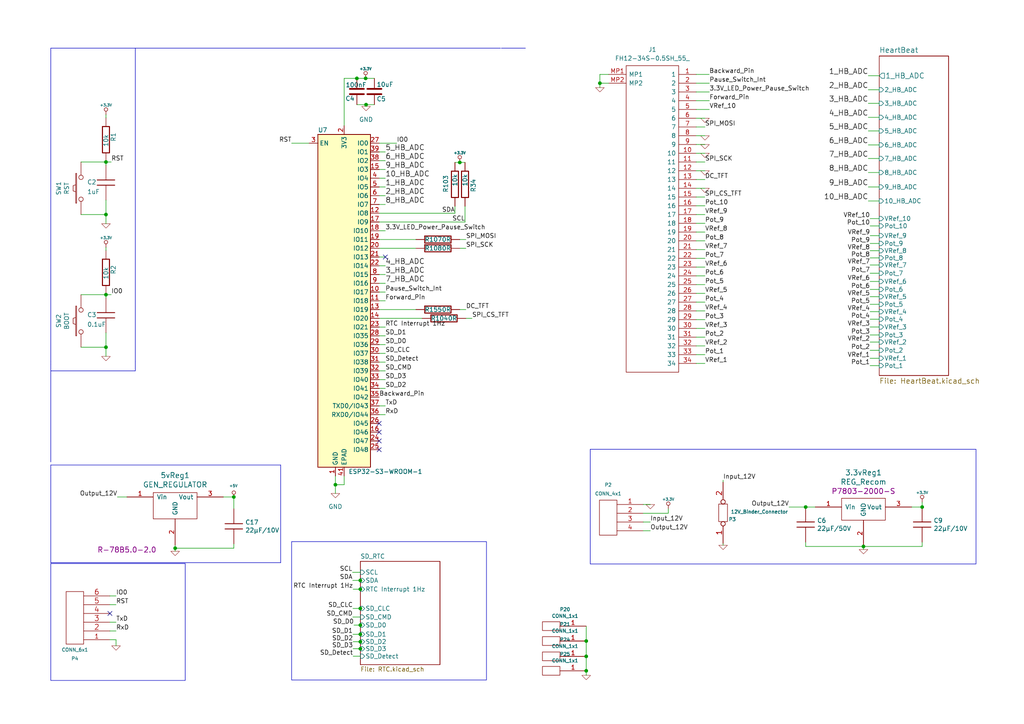
<source format=kicad_sch>
(kicad_sch
	(version 20231120)
	(generator "eeschema")
	(generator_version "8.0")
	(uuid "a7db1c9d-2391-4a58-9d8c-8aec4b83e415")
	(paper "A4")
	(lib_symbols
		(symbol "Device:C"
			(pin_numbers hide)
			(pin_names
				(offset 0.254)
			)
			(exclude_from_sim no)
			(in_bom yes)
			(on_board yes)
			(property "Reference" "C"
				(at 0.635 2.54 0)
				(effects
					(font
						(size 1.27 1.27)
					)
					(justify left)
				)
			)
			(property "Value" "C"
				(at 0.635 -2.54 0)
				(effects
					(font
						(size 1.27 1.27)
					)
					(justify left)
				)
			)
			(property "Footprint" ""
				(at 0.9652 -3.81 0)
				(effects
					(font
						(size 1.27 1.27)
					)
					(hide yes)
				)
			)
			(property "Datasheet" "~"
				(at 0 0 0)
				(effects
					(font
						(size 1.27 1.27)
					)
					(hide yes)
				)
			)
			(property "Description" "Unpolarized capacitor"
				(at 0 0 0)
				(effects
					(font
						(size 1.27 1.27)
					)
					(hide yes)
				)
			)
			(property "ki_keywords" "cap capacitor"
				(at 0 0 0)
				(effects
					(font
						(size 1.27 1.27)
					)
					(hide yes)
				)
			)
			(property "ki_fp_filters" "C_*"
				(at 0 0 0)
				(effects
					(font
						(size 1.27 1.27)
					)
					(hide yes)
				)
			)
			(symbol "C_0_1"
				(polyline
					(pts
						(xy -2.032 -0.762) (xy 2.032 -0.762)
					)
					(stroke
						(width 0.508)
						(type default)
					)
					(fill
						(type none)
					)
				)
				(polyline
					(pts
						(xy -2.032 0.762) (xy 2.032 0.762)
					)
					(stroke
						(width 0.508)
						(type default)
					)
					(fill
						(type none)
					)
				)
			)
			(symbol "C_1_1"
				(pin passive line
					(at 0 3.81 270)
					(length 2.794)
					(name "~"
						(effects
							(font
								(size 1.27 1.27)
							)
						)
					)
					(number "1"
						(effects
							(font
								(size 1.27 1.27)
							)
						)
					)
				)
				(pin passive line
					(at 0 -3.81 90)
					(length 2.794)
					(name "~"
						(effects
							(font
								(size 1.27 1.27)
							)
						)
					)
					(number "2"
						(effects
							(font
								(size 1.27 1.27)
							)
						)
					)
				)
			)
		)
		(symbol "ESPulse-rescue:+3.3V-power"
			(power)
			(pin_names
				(offset 0)
			)
			(exclude_from_sim no)
			(in_bom yes)
			(on_board yes)
			(property "Reference" "#PWR"
				(at 0 -1.016 0)
				(effects
					(font
						(size 0.762 0.762)
					)
					(hide yes)
				)
			)
			(property "Value" "+3.3V-power"
				(at 0 2.794 0)
				(effects
					(font
						(size 0.762 0.762)
					)
				)
			)
			(property "Footprint" ""
				(at 0 0 0)
				(effects
					(font
						(size 1.524 1.524)
					)
				)
			)
			(property "Datasheet" ""
				(at 0 0 0)
				(effects
					(font
						(size 1.524 1.524)
					)
				)
			)
			(property "Description" ""
				(at 0 0 0)
				(effects
					(font
						(size 1.27 1.27)
					)
					(hide yes)
				)
			)
			(symbol "+3.3V-power_0_0"
				(pin power_in line
					(at 0 0 90)
					(length 0) hide
					(name "+3.3V"
						(effects
							(font
								(size 0.762 0.762)
							)
						)
					)
					(number "1"
						(effects
							(font
								(size 0.762 0.762)
							)
						)
					)
				)
			)
			(symbol "+3.3V-power_0_1"
				(polyline
					(pts
						(xy 0 0) (xy 0 1.016) (xy 0 1.016)
					)
					(stroke
						(width 0)
						(type default)
					)
					(fill
						(type none)
					)
				)
				(circle
					(center 0 1.524)
					(radius 0.508)
					(stroke
						(width 0)
						(type default)
					)
					(fill
						(type none)
					)
				)
			)
		)
		(symbol "ESPulse-rescue:C-lsts-passives"
			(pin_numbers hide)
			(pin_names
				(offset 0.254)
			)
			(exclude_from_sim no)
			(in_bom yes)
			(on_board yes)
			(property "Reference" "C"
				(at 1.27 2.54 0)
				(effects
					(font
						(size 1.27 1.27)
					)
					(justify left)
				)
			)
			(property "Value" "C-lsts-passives"
				(at 1.27 -2.54 0)
				(effects
					(font
						(size 1.27 1.27)
					)
					(justify left)
				)
			)
			(property "Footprint" ""
				(at 0 0 0)
				(effects
					(font
						(size 1.524 1.524)
					)
				)
			)
			(property "Datasheet" ""
				(at 0 0 0)
				(effects
					(font
						(size 1.524 1.524)
					)
				)
			)
			(property "Description" ""
				(at 0 0 0)
				(effects
					(font
						(size 1.27 1.27)
					)
					(hide yes)
				)
			)
			(property "ki_fp_filters" "C_*"
				(at 0 0 0)
				(effects
					(font
						(size 1.27 1.27)
					)
					(hide yes)
				)
			)
			(symbol "C-lsts-passives_0_1"
				(polyline
					(pts
						(xy -2.54 -0.762) (xy 2.54 -0.762)
					)
					(stroke
						(width 0.254)
						(type default)
					)
					(fill
						(type none)
					)
				)
				(polyline
					(pts
						(xy -2.54 0.762) (xy 2.54 0.762)
					)
					(stroke
						(width 0.254)
						(type default)
					)
					(fill
						(type none)
					)
				)
			)
			(symbol "C-lsts-passives_1_1"
				(pin passive line
					(at 0 5.08 270)
					(length 4.318)
					(name "~"
						(effects
							(font
								(size 1.016 1.016)
							)
						)
					)
					(number "1"
						(effects
							(font
								(size 1.016 1.016)
							)
						)
					)
				)
				(pin passive line
					(at 0 -5.08 90)
					(length 4.318)
					(name "~"
						(effects
							(font
								(size 1.016 1.016)
							)
						)
					)
					(number "2"
						(effects
							(font
								(size 1.016 1.016)
							)
						)
					)
				)
			)
		)
		(symbol "ESPulse-rescue:GND-power"
			(power)
			(pin_names
				(offset 0)
			)
			(exclude_from_sim no)
			(in_bom yes)
			(on_board yes)
			(property "Reference" "#PWR"
				(at 0 0 0)
				(effects
					(font
						(size 0.762 0.762)
					)
					(hide yes)
				)
			)
			(property "Value" "GND-power"
				(at 0 -1.778 0)
				(effects
					(font
						(size 0.762 0.762)
					)
					(hide yes)
				)
			)
			(property "Footprint" ""
				(at 0 0 0)
				(effects
					(font
						(size 1.524 1.524)
					)
				)
			)
			(property "Datasheet" ""
				(at 0 0 0)
				(effects
					(font
						(size 1.524 1.524)
					)
				)
			)
			(property "Description" ""
				(at 0 0 0)
				(effects
					(font
						(size 1.27 1.27)
					)
					(hide yes)
				)
			)
			(symbol "GND-power_0_1"
				(polyline
					(pts
						(xy -1.27 0) (xy 0 -1.27) (xy 1.27 0) (xy -1.27 0)
					)
					(stroke
						(width 0.1016)
						(type default)
					)
					(fill
						(type none)
					)
				)
			)
			(symbol "GND-power_1_1"
				(pin power_in line
					(at 0 0 90)
					(length 0) hide
					(name "GND"
						(effects
							(font
								(size 0.762 0.762)
							)
						)
					)
					(number "1"
						(effects
							(font
								(size 0.762 0.762)
							)
						)
					)
				)
			)
		)
		(symbol "ESPulse-rescue:R-lsts-passives"
			(pin_numbers hide)
			(pin_names
				(offset 0)
			)
			(exclude_from_sim no)
			(in_bom yes)
			(on_board yes)
			(property "Reference" "R"
				(at 2.032 0 90)
				(effects
					(font
						(size 1.27 1.27)
					)
				)
			)
			(property "Value" "R-lsts-passives"
				(at 0 0 90)
				(effects
					(font
						(size 1.27 1.27)
					)
				)
			)
			(property "Footprint" ""
				(at 0 0 0)
				(effects
					(font
						(size 1.524 1.524)
					)
				)
			)
			(property "Datasheet" ""
				(at 0 0 0)
				(effects
					(font
						(size 1.524 1.524)
					)
				)
			)
			(property "Description" ""
				(at 0 0 0)
				(effects
					(font
						(size 1.27 1.27)
					)
					(hide yes)
				)
			)
			(property "ki_fp_filters" "R_*"
				(at 0 0 0)
				(effects
					(font
						(size 1.27 1.27)
					)
					(hide yes)
				)
			)
			(symbol "R-lsts-passives_0_1"
				(rectangle
					(start -1.016 3.81)
					(end 1.016 -3.81)
					(stroke
						(width 0.3048)
						(type default)
					)
					(fill
						(type none)
					)
				)
			)
			(symbol "R-lsts-passives_1_1"
				(pin passive line
					(at 0 6.35 270)
					(length 2.54)
					(name "~"
						(effects
							(font
								(size 1.524 1.524)
							)
						)
					)
					(number "1"
						(effects
							(font
								(size 1.524 1.524)
							)
						)
					)
				)
				(pin passive line
					(at 0 -6.35 90)
					(length 2.54)
					(name "~"
						(effects
							(font
								(size 1.524 1.524)
							)
						)
					)
					(number "2"
						(effects
							(font
								(size 1.524 1.524)
							)
						)
					)
				)
			)
		)
		(symbol "ESPulse-rescue:REG_Recom-lsts-regul"
			(pin_names
				(offset 1.016)
			)
			(exclude_from_sim no)
			(in_bom yes)
			(on_board yes)
			(property "Reference" "U"
				(at 2.54 -5.08 0)
				(effects
					(font
						(size 1.524 1.524)
					)
				)
			)
			(property "Value" "REG_Recom-lsts-regul"
				(at 0 3.81 0)
				(effects
					(font
						(size 1.524 1.524)
					)
				)
			)
			(property "Footprint" ""
				(at 0 0 0)
				(effects
					(font
						(size 1.524 1.524)
					)
				)
			)
			(property "Datasheet" ""
				(at 0 0 0)
				(effects
					(font
						(size 1.524 1.524)
					)
				)
			)
			(property "Description" ""
				(at 0 0 0)
				(effects
					(font
						(size 1.27 1.27)
					)
					(hide yes)
				)
			)
			(symbol "REG_Recom-lsts-regul_0_1"
				(rectangle
					(start -6.35 2.54)
					(end 6.35 -3.81)
					(stroke
						(width 0)
						(type default)
					)
					(fill
						(type none)
					)
				)
			)
			(symbol "REG_Recom-lsts-regul_1_1"
				(pin input line
					(at -13.97 0 0)
					(length 7.62)
					(name "Vin"
						(effects
							(font
								(size 1.27 1.27)
							)
						)
					)
					(number "1"
						(effects
							(font
								(size 1.27 1.27)
							)
						)
					)
				)
				(pin input line
					(at 0 -11.43 90)
					(length 7.62)
					(name "GND"
						(effects
							(font
								(size 1.27 1.27)
							)
						)
					)
					(number "2"
						(effects
							(font
								(size 1.27 1.27)
							)
						)
					)
				)
				(pin input line
					(at 13.97 0 180)
					(length 7.62)
					(name "Vout"
						(effects
							(font
								(size 1.27 1.27)
							)
						)
					)
					(number "3"
						(effects
							(font
								(size 1.27 1.27)
							)
						)
					)
				)
			)
		)
		(symbol "ESPulse-rescue:SW_PUSH-lsts-devices"
			(pin_numbers hide)
			(pin_names hide)
			(exclude_from_sim no)
			(in_bom yes)
			(on_board yes)
			(property "Reference" "SW"
				(at 3.81 2.794 0)
				(effects
					(font
						(size 1.27 1.27)
					)
				)
			)
			(property "Value" "SW_PUSH-lsts-devices"
				(at 0 -2.032 0)
				(effects
					(font
						(size 1.27 1.27)
					)
				)
			)
			(property "Footprint" ""
				(at 0 0 0)
				(effects
					(font
						(size 1.524 1.524)
					)
				)
			)
			(property "Datasheet" ""
				(at 0 0 0)
				(effects
					(font
						(size 1.524 1.524)
					)
				)
			)
			(property "Description" ""
				(at 0 0 0)
				(effects
					(font
						(size 1.27 1.27)
					)
					(hide yes)
				)
			)
			(symbol "SW_PUSH-lsts-devices_0_1"
				(rectangle
					(start -4.318 1.27)
					(end 4.318 1.524)
					(stroke
						(width 0)
						(type default)
					)
					(fill
						(type none)
					)
				)
				(polyline
					(pts
						(xy -1.016 1.524) (xy -0.762 2.286) (xy 0.762 2.286) (xy 1.016 1.524)
					)
					(stroke
						(width 0)
						(type default)
					)
					(fill
						(type none)
					)
				)
				(pin passive inverted
					(at -7.62 0 0)
					(length 5.08)
					(name "1"
						(effects
							(font
								(size 1.524 1.524)
							)
						)
					)
					(number "1"
						(effects
							(font
								(size 1.524 1.524)
							)
						)
					)
				)
				(pin passive inverted
					(at 7.62 0 180)
					(length 5.08)
					(name "2"
						(effects
							(font
								(size 1.524 1.524)
							)
						)
					)
					(number "2"
						(effects
							(font
								(size 1.524 1.524)
							)
						)
					)
				)
			)
		)
		(symbol "lsts-conn:CONN_1x1"
			(pin_names
				(offset 1.016) hide)
			(exclude_from_sim no)
			(in_bom yes)
			(on_board yes)
			(property "Reference" "P"
				(at 0 0 0)
				(effects
					(font
						(size 0.9906 0.9906)
					)
				)
			)
			(property "Value" "CONN_1x1"
				(at 0 -2.54 0)
				(effects
					(font
						(size 0.9906 0.9906)
					)
				)
			)
			(property "Footprint" ""
				(at 0 0 0)
				(effects
					(font
						(size 1.524 1.524)
					)
				)
			)
			(property "Datasheet" ""
				(at 0 0 0)
				(effects
					(font
						(size 1.524 1.524)
					)
				)
			)
			(property "Description" ""
				(at 0 0 0)
				(effects
					(font
						(size 1.27 1.27)
					)
					(hide yes)
				)
			)
			(symbol "CONN_1x1_0_1"
				(rectangle
					(start -2.54 1.27)
					(end 2.54 -1.27)
					(stroke
						(width 0)
						(type default)
					)
					(fill
						(type none)
					)
				)
			)
			(symbol "CONN_1x1_1_1"
				(pin passive line
					(at 10.16 0 180)
					(length 7.62)
					(name "~"
						(effects
							(font
								(size 1.27 1.27)
							)
						)
					)
					(number "1"
						(effects
							(font
								(size 1.27 1.27)
							)
						)
					)
				)
			)
		)
		(symbol "lsts-conn:CONN_1x2"
			(pin_names
				(offset 1.016) hide)
			(exclude_from_sim no)
			(in_bom yes)
			(on_board yes)
			(property "Reference" "P"
				(at -1.27 0 0)
				(effects
					(font
						(size 0.9906 0.9906)
					)
				)
			)
			(property "Value" "CONN_1x2"
				(at 0 -2.54 0)
				(effects
					(font
						(size 0.9906 0.9906)
					)
				)
			)
			(property "Footprint" ""
				(at 0 0 0)
				(effects
					(font
						(size 1.524 1.524)
					)
				)
			)
			(property "Datasheet" ""
				(at 0 0 0)
				(effects
					(font
						(size 1.524 1.524)
					)
				)
			)
			(property "Description" ""
				(at 0 0 0)
				(effects
					(font
						(size 1.27 1.27)
					)
					(hide yes)
				)
			)
			(symbol "CONN_1x2_0_1"
				(rectangle
					(start -2.54 1.27)
					(end 2.54 -1.27)
					(stroke
						(width 0)
						(type default)
					)
					(fill
						(type none)
					)
				)
			)
			(symbol "CONN_1x2_1_1"
				(pin passive inverted
					(at -8.89 0 0)
					(length 6.35)
					(name "~"
						(effects
							(font
								(size 1.524 1.524)
							)
						)
					)
					(number "1"
						(effects
							(font
								(size 1.524 1.524)
							)
						)
					)
				)
				(pin passive inverted
					(at 8.89 0 180)
					(length 6.35)
					(name "~"
						(effects
							(font
								(size 1.524 1.524)
							)
						)
					)
					(number "2"
						(effects
							(font
								(size 1.524 1.524)
							)
						)
					)
				)
			)
		)
		(symbol "lsts-conn:CONN_4x1"
			(pin_names
				(offset 1.016) hide)
			(exclude_from_sim no)
			(in_bom yes)
			(on_board yes)
			(property "Reference" "P"
				(at 1.27 0 90)
				(effects
					(font
						(size 0.9906 0.9906)
					)
				)
			)
			(property "Value" "CONN_4x1"
				(at -1.27 0 90)
				(effects
					(font
						(size 0.9906 0.9906)
					)
				)
			)
			(property "Footprint" ""
				(at 0 0 0)
				(effects
					(font
						(size 1.524 1.524)
					)
				)
			)
			(property "Datasheet" ""
				(at 0 0 0)
				(effects
					(font
						(size 1.524 1.524)
					)
				)
			)
			(property "Description" ""
				(at 0 0 0)
				(effects
					(font
						(size 1.27 1.27)
					)
					(hide yes)
				)
			)
			(symbol "CONN_4x1_0_1"
				(rectangle
					(start 2.54 -5.08)
					(end -2.54 5.08)
					(stroke
						(width 0)
						(type default)
					)
					(fill
						(type none)
					)
				)
			)
			(symbol "CONN_4x1_1_1"
				(pin passive line
					(at 10.16 3.81 180)
					(length 7.62)
					(name "~"
						(effects
							(font
								(size 1.27 1.27)
							)
						)
					)
					(number "1"
						(effects
							(font
								(size 1.27 1.27)
							)
						)
					)
				)
				(pin passive line
					(at 10.16 1.27 180)
					(length 7.62)
					(name "~"
						(effects
							(font
								(size 1.27 1.27)
							)
						)
					)
					(number "2"
						(effects
							(font
								(size 1.27 1.27)
							)
						)
					)
				)
				(pin passive line
					(at 10.16 -1.27 180)
					(length 7.62)
					(name "~"
						(effects
							(font
								(size 1.27 1.27)
							)
						)
					)
					(number "3"
						(effects
							(font
								(size 1.27 1.27)
							)
						)
					)
				)
				(pin passive line
					(at 10.16 -3.81 180)
					(length 7.62)
					(name "~"
						(effects
							(font
								(size 1.27 1.27)
							)
						)
					)
					(number "4"
						(effects
							(font
								(size 1.27 1.27)
							)
						)
					)
				)
			)
		)
		(symbol "lsts-conn:CONN_6x1"
			(pin_names
				(offset 1.016) hide)
			(exclude_from_sim no)
			(in_bom yes)
			(on_board yes)
			(property "Reference" "P"
				(at 1.27 -1.27 90)
				(effects
					(font
						(size 0.9906 0.9906)
					)
				)
			)
			(property "Value" "CONN_6x1"
				(at -1.27 -1.27 90)
				(effects
					(font
						(size 0.9906 0.9906)
					)
				)
			)
			(property "Footprint" ""
				(at 0 -1.27 0)
				(effects
					(font
						(size 1.524 1.524)
					)
				)
			)
			(property "Datasheet" ""
				(at 0 -1.27 0)
				(effects
					(font
						(size 1.524 1.524)
					)
				)
			)
			(property "Description" ""
				(at 0 0 0)
				(effects
					(font
						(size 1.27 1.27)
					)
					(hide yes)
				)
			)
			(symbol "CONN_6x1_0_1"
				(rectangle
					(start -2.54 7.62)
					(end 2.54 -7.62)
					(stroke
						(width 0)
						(type default)
					)
					(fill
						(type none)
					)
				)
			)
			(symbol "CONN_6x1_1_1"
				(pin passive line
					(at 10.16 6.35 180)
					(length 7.62)
					(name "~"
						(effects
							(font
								(size 1.27 1.27)
							)
						)
					)
					(number "1"
						(effects
							(font
								(size 1.27 1.27)
							)
						)
					)
				)
				(pin passive line
					(at 10.16 3.81 180)
					(length 7.62)
					(name "~"
						(effects
							(font
								(size 1.524 1.524)
							)
						)
					)
					(number "2"
						(effects
							(font
								(size 1.524 1.524)
							)
						)
					)
				)
				(pin passive line
					(at 10.16 1.27 180)
					(length 7.62)
					(name "~"
						(effects
							(font
								(size 1.524 1.524)
							)
						)
					)
					(number "3"
						(effects
							(font
								(size 1.524 1.524)
							)
						)
					)
				)
				(pin passive line
					(at 10.16 -1.27 180)
					(length 7.62)
					(name "~"
						(effects
							(font
								(size 1.524 1.524)
							)
						)
					)
					(number "4"
						(effects
							(font
								(size 1.524 1.524)
							)
						)
					)
				)
				(pin passive line
					(at 10.16 -3.81 180)
					(length 7.62)
					(name "~"
						(effects
							(font
								(size 1.524 1.524)
							)
						)
					)
					(number "5"
						(effects
							(font
								(size 1.524 1.524)
							)
						)
					)
				)
				(pin passive line
					(at 10.16 -6.35 180)
					(length 7.62)
					(name "~"
						(effects
							(font
								(size 1.524 1.524)
							)
						)
					)
					(number "6"
						(effects
							(font
								(size 1.524 1.524)
							)
						)
					)
				)
			)
		)
		(symbol "lsts-conn:FH12-34S-0.5SH_55_"
			(pin_names
				(offset 0.762)
			)
			(exclude_from_sim no)
			(in_bom yes)
			(on_board yes)
			(property "Reference" "J"
				(at 21.59 7.62 0)
				(effects
					(font
						(size 1.27 1.27)
					)
					(justify left)
				)
			)
			(property "Value" "FH12-34S-0.5SH_55_"
				(at -26.67 27.94 0)
				(effects
					(font
						(size 1.27 1.27)
					)
					(justify left)
				)
			)
			(property "Footprint" "FH1234S05SH55"
				(at -26.67 25.4 0)
				(effects
					(font
						(size 1.27 1.27)
					)
					(justify left)
					(hide yes)
				)
			)
			(property "Datasheet" "https://www.hirose.com/product/download/?distributor=digikey&type=2d&lang=en&num=FH12-34S-0.5SH(55)"
				(at -26.67 22.86 0)
				(effects
					(font
						(size 1.27 1.27)
					)
					(justify left)
					(hide yes)
				)
			)
			(property "Description" "Hirose FH12 Series 0.5mm Pitch 34 Way 1 Row Right Angle SMT Female FPC Connector, Gold Plated Contacts"
				(at -26.67 20.32 0)
				(effects
					(font
						(size 1.27 1.27)
					)
					(justify left)
					(hide yes)
				)
			)
			(property "Height" "2.2"
				(at 21.59 -5.08 0)
				(effects
					(font
						(size 1.27 1.27)
					)
					(justify left)
					(hide yes)
				)
			)
			(property "Mouser Part Number" "798-FH12-34S-0.5SH55"
				(at -26.67 15.24 0)
				(effects
					(font
						(size 1.27 1.27)
					)
					(justify left)
					(hide yes)
				)
			)
			(property "Mouser Price/Stock" "https://www.mouser.co.uk/ProductDetail/Hirose-Connector/FH12-34S-05SH55?qs=Ux3WWAnHpjDOuK5e9SNefQ%3D%3D"
				(at -26.67 12.7 0)
				(effects
					(font
						(size 1.27 1.27)
					)
					(justify left)
					(hide yes)
				)
			)
			(property "Manufacturer_Name" "Hirose"
				(at 21.59 -12.7 0)
				(effects
					(font
						(size 1.27 1.27)
					)
					(justify left)
					(hide yes)
				)
			)
			(property "Manufacturer_Part_Number" "FH12-34S-0.5SH(55)"
				(at -26.67 7.62 0)
				(effects
					(font
						(size 1.27 1.27)
					)
					(justify left)
					(hide yes)
				)
			)
			(symbol "FH12-34S-0.5SH_55__0_0"
				(pin passive line
					(at 25.4 0 180)
					(length 5.08)
					(name "1"
						(effects
							(font
								(size 1.27 1.27)
							)
						)
					)
					(number "1"
						(effects
							(font
								(size 1.27 1.27)
							)
						)
					)
				)
				(pin passive line
					(at 25.4 -22.86 180)
					(length 5.08)
					(name "10"
						(effects
							(font
								(size 1.27 1.27)
							)
						)
					)
					(number "10"
						(effects
							(font
								(size 1.27 1.27)
							)
						)
					)
				)
				(pin passive line
					(at 25.4 -25.4 180)
					(length 5.08)
					(name "11"
						(effects
							(font
								(size 1.27 1.27)
							)
						)
					)
					(number "11"
						(effects
							(font
								(size 1.27 1.27)
							)
						)
					)
				)
				(pin passive line
					(at 25.4 -27.94 180)
					(length 5.08)
					(name "12"
						(effects
							(font
								(size 1.27 1.27)
							)
						)
					)
					(number "12"
						(effects
							(font
								(size 1.27 1.27)
							)
						)
					)
				)
				(pin passive line
					(at 25.4 -30.48 180)
					(length 5.08)
					(name "13"
						(effects
							(font
								(size 1.27 1.27)
							)
						)
					)
					(number "13"
						(effects
							(font
								(size 1.27 1.27)
							)
						)
					)
				)
				(pin passive line
					(at 25.4 -33.02 180)
					(length 5.08)
					(name "14"
						(effects
							(font
								(size 1.27 1.27)
							)
						)
					)
					(number "14"
						(effects
							(font
								(size 1.27 1.27)
							)
						)
					)
				)
				(pin passive line
					(at 25.4 -35.56 180)
					(length 5.08)
					(name "15"
						(effects
							(font
								(size 1.27 1.27)
							)
						)
					)
					(number "15"
						(effects
							(font
								(size 1.27 1.27)
							)
						)
					)
				)
				(pin passive line
					(at 25.4 -38.1 180)
					(length 5.08)
					(name "16"
						(effects
							(font
								(size 1.27 1.27)
							)
						)
					)
					(number "16"
						(effects
							(font
								(size 1.27 1.27)
							)
						)
					)
				)
				(pin passive line
					(at 25.4 -40.64 180)
					(length 5.08)
					(name "17"
						(effects
							(font
								(size 1.27 1.27)
							)
						)
					)
					(number "17"
						(effects
							(font
								(size 1.27 1.27)
							)
						)
					)
				)
				(pin passive line
					(at 25.4 -43.18 180)
					(length 5.08)
					(name "18"
						(effects
							(font
								(size 1.27 1.27)
							)
						)
					)
					(number "18"
						(effects
							(font
								(size 1.27 1.27)
							)
						)
					)
				)
				(pin passive line
					(at 25.4 -45.72 180)
					(length 5.08)
					(name "19"
						(effects
							(font
								(size 1.27 1.27)
							)
						)
					)
					(number "19"
						(effects
							(font
								(size 1.27 1.27)
							)
						)
					)
				)
				(pin passive line
					(at 25.4 -2.54 180)
					(length 5.08)
					(name "2"
						(effects
							(font
								(size 1.27 1.27)
							)
						)
					)
					(number "2"
						(effects
							(font
								(size 1.27 1.27)
							)
						)
					)
				)
				(pin passive line
					(at 25.4 -48.26 180)
					(length 5.08)
					(name "20"
						(effects
							(font
								(size 1.27 1.27)
							)
						)
					)
					(number "20"
						(effects
							(font
								(size 1.27 1.27)
							)
						)
					)
				)
				(pin passive line
					(at 25.4 -50.8 180)
					(length 5.08)
					(name "21"
						(effects
							(font
								(size 1.27 1.27)
							)
						)
					)
					(number "21"
						(effects
							(font
								(size 1.27 1.27)
							)
						)
					)
				)
				(pin passive line
					(at 25.4 -53.34 180)
					(length 5.08)
					(name "22"
						(effects
							(font
								(size 1.27 1.27)
							)
						)
					)
					(number "22"
						(effects
							(font
								(size 1.27 1.27)
							)
						)
					)
				)
				(pin passive line
					(at 25.4 -55.88 180)
					(length 5.08)
					(name "23"
						(effects
							(font
								(size 1.27 1.27)
							)
						)
					)
					(number "23"
						(effects
							(font
								(size 1.27 1.27)
							)
						)
					)
				)
				(pin passive line
					(at 25.4 -58.42 180)
					(length 5.08)
					(name "24"
						(effects
							(font
								(size 1.27 1.27)
							)
						)
					)
					(number "24"
						(effects
							(font
								(size 1.27 1.27)
							)
						)
					)
				)
				(pin passive line
					(at 25.4 -60.96 180)
					(length 5.08)
					(name "25"
						(effects
							(font
								(size 1.27 1.27)
							)
						)
					)
					(number "25"
						(effects
							(font
								(size 1.27 1.27)
							)
						)
					)
				)
				(pin passive line
					(at 25.4 -63.5 180)
					(length 5.08)
					(name "26"
						(effects
							(font
								(size 1.27 1.27)
							)
						)
					)
					(number "26"
						(effects
							(font
								(size 1.27 1.27)
							)
						)
					)
				)
				(pin passive line
					(at 25.4 -66.04 180)
					(length 5.08)
					(name "27"
						(effects
							(font
								(size 1.27 1.27)
							)
						)
					)
					(number "27"
						(effects
							(font
								(size 1.27 1.27)
							)
						)
					)
				)
				(pin passive line
					(at 25.4 -68.58 180)
					(length 5.08)
					(name "28"
						(effects
							(font
								(size 1.27 1.27)
							)
						)
					)
					(number "28"
						(effects
							(font
								(size 1.27 1.27)
							)
						)
					)
				)
				(pin passive line
					(at 25.4 -71.12 180)
					(length 5.08)
					(name "29"
						(effects
							(font
								(size 1.27 1.27)
							)
						)
					)
					(number "29"
						(effects
							(font
								(size 1.27 1.27)
							)
						)
					)
				)
				(pin passive line
					(at 25.4 -5.08 180)
					(length 5.08)
					(name "3"
						(effects
							(font
								(size 1.27 1.27)
							)
						)
					)
					(number "3"
						(effects
							(font
								(size 1.27 1.27)
							)
						)
					)
				)
				(pin passive line
					(at 25.4 -73.66 180)
					(length 5.08)
					(name "30"
						(effects
							(font
								(size 1.27 1.27)
							)
						)
					)
					(number "30"
						(effects
							(font
								(size 1.27 1.27)
							)
						)
					)
				)
				(pin passive line
					(at 25.4 -76.2 180)
					(length 5.08)
					(name "31"
						(effects
							(font
								(size 1.27 1.27)
							)
						)
					)
					(number "31"
						(effects
							(font
								(size 1.27 1.27)
							)
						)
					)
				)
				(pin passive line
					(at 25.4 -78.74 180)
					(length 5.08)
					(name "32"
						(effects
							(font
								(size 1.27 1.27)
							)
						)
					)
					(number "32"
						(effects
							(font
								(size 1.27 1.27)
							)
						)
					)
				)
				(pin passive line
					(at 25.4 -81.28 180)
					(length 5.08)
					(name "33"
						(effects
							(font
								(size 1.27 1.27)
							)
						)
					)
					(number "33"
						(effects
							(font
								(size 1.27 1.27)
							)
						)
					)
				)
				(pin passive line
					(at 25.4 -83.82 180)
					(length 5.08)
					(name "34"
						(effects
							(font
								(size 1.27 1.27)
							)
						)
					)
					(number "34"
						(effects
							(font
								(size 1.27 1.27)
							)
						)
					)
				)
				(pin passive line
					(at 25.4 -7.62 180)
					(length 5.08)
					(name "4"
						(effects
							(font
								(size 1.27 1.27)
							)
						)
					)
					(number "4"
						(effects
							(font
								(size 1.27 1.27)
							)
						)
					)
				)
				(pin passive line
					(at 25.4 -10.16 180)
					(length 5.08)
					(name "5"
						(effects
							(font
								(size 1.27 1.27)
							)
						)
					)
					(number "5"
						(effects
							(font
								(size 1.27 1.27)
							)
						)
					)
				)
				(pin passive line
					(at 25.4 -12.7 180)
					(length 5.08)
					(name "6"
						(effects
							(font
								(size 1.27 1.27)
							)
						)
					)
					(number "6"
						(effects
							(font
								(size 1.27 1.27)
							)
						)
					)
				)
				(pin passive line
					(at 25.4 -15.24 180)
					(length 5.08)
					(name "7"
						(effects
							(font
								(size 1.27 1.27)
							)
						)
					)
					(number "7"
						(effects
							(font
								(size 1.27 1.27)
							)
						)
					)
				)
				(pin passive line
					(at 25.4 -17.78 180)
					(length 5.08)
					(name "8"
						(effects
							(font
								(size 1.27 1.27)
							)
						)
					)
					(number "8"
						(effects
							(font
								(size 1.27 1.27)
							)
						)
					)
				)
				(pin passive line
					(at 25.4 -20.32 180)
					(length 5.08)
					(name "9"
						(effects
							(font
								(size 1.27 1.27)
							)
						)
					)
					(number "9"
						(effects
							(font
								(size 1.27 1.27)
							)
						)
					)
				)
				(pin passive line
					(at 0 0 0)
					(length 5.08)
					(name "MP1"
						(effects
							(font
								(size 1.27 1.27)
							)
						)
					)
					(number "MP1"
						(effects
							(font
								(size 1.27 1.27)
							)
						)
					)
				)
				(pin passive line
					(at 0 -2.54 0)
					(length 5.08)
					(name "MP2"
						(effects
							(font
								(size 1.27 1.27)
							)
						)
					)
					(number "MP2"
						(effects
							(font
								(size 1.27 1.27)
							)
						)
					)
				)
			)
			(symbol "FH12-34S-0.5SH_55__0_1"
				(polyline
					(pts
						(xy 5.08 2.54) (xy 20.32 2.54) (xy 20.32 -86.36) (xy 5.08 -86.36) (xy 5.08 2.54)
					)
					(stroke
						(width 0.1524)
						(type default)
					)
					(fill
						(type none)
					)
				)
			)
		)
		(symbol "lsts-regul:GEN_REGULATOR"
			(pin_names
				(offset 1.016)
			)
			(exclude_from_sim no)
			(in_bom yes)
			(on_board yes)
			(property "Reference" "U"
				(at 2.54 -7.62 0)
				(effects
					(font
						(size 1.524 1.524)
					)
				)
			)
			(property "Value" "GEN_REGULATOR"
				(at 0 2.54 0)
				(effects
					(font
						(size 1.524 1.524)
					)
				)
			)
			(property "Footprint" ""
				(at 0 0 0)
				(effects
					(font
						(size 1.524 1.524)
					)
				)
			)
			(property "Datasheet" ""
				(at 0 0 0)
				(effects
					(font
						(size 1.524 1.524)
					)
				)
			)
			(property "Description" ""
				(at 0 0 0)
				(effects
					(font
						(size 1.27 1.27)
					)
					(hide yes)
				)
			)
			(symbol "GEN_REGULATOR_0_1"
				(rectangle
					(start -6.35 1.27)
					(end 6.35 -6.35)
					(stroke
						(width 0)
						(type default)
					)
					(fill
						(type none)
					)
				)
			)
			(symbol "GEN_REGULATOR_1_1"
				(pin power_in line
					(at -13.97 0 0)
					(length 7.62)
					(name "Vin"
						(effects
							(font
								(size 1.27 1.27)
							)
						)
					)
					(number "1"
						(effects
							(font
								(size 1.27 1.27)
							)
						)
					)
				)
				(pin power_in line
					(at 0 -13.97 90)
					(length 7.62)
					(name "GND"
						(effects
							(font
								(size 1.27 1.27)
							)
						)
					)
					(number "2"
						(effects
							(font
								(size 1.27 1.27)
							)
						)
					)
				)
				(pin power_out line
					(at 13.97 0 180)
					(length 7.62)
					(name "Vout"
						(effects
							(font
								(size 1.27 1.27)
							)
						)
					)
					(number "3"
						(effects
							(font
								(size 1.27 1.27)
							)
						)
					)
				)
			)
		)
		(symbol "myDevices:ESP32-S3-WROOM-1"
			(exclude_from_sim no)
			(in_bom yes)
			(on_board yes)
			(property "Reference" "U"
				(at -6.35 49.53 0)
				(effects
					(font
						(size 1.27 1.27)
					)
				)
			)
			(property "Value" "ESP32-S3-WROOM-1"
				(at 11.43 49.53 0)
				(effects
					(font
						(size 1.27 1.27)
					)
				)
			)
			(property "Footprint" "RF_Module:ESP32-S3-WROOM-1"
				(at 17.78 -49.53 0)
				(effects
					(font
						(size 1.27 1.27)
					)
					(hide yes)
				)
			)
			(property "Datasheet" "https://www.espressif.com/sites/default/files/documentation/esp32-s3-wroom-1_wroom-1u_datasheet_en.pdf"
				(at 0 0 0)
				(effects
					(font
						(size 1.27 1.27)
					)
					(hide yes)
				)
			)
			(property "Description" "RF Module, ESP32-S3 SoC, Wi-Fi 802.11b/g/n, Bluetooth 5, BLE, 32-bit, 3.0-3.6V, onboard antenna, SMD"
				(at 0 0 0)
				(effects
					(font
						(size 1.27 1.27)
					)
					(hide yes)
				)
			)
			(property "ki_keywords" "RF Radio BT ESP ESP32 Espressif onboard PCB antenna"
				(at 0 0 0)
				(effects
					(font
						(size 1.27 1.27)
					)
					(hide yes)
				)
			)
			(property "ki_fp_filters" "ESP32?WROOM?1*"
				(at 0 0 0)
				(effects
					(font
						(size 1.27 1.27)
					)
					(hide yes)
				)
			)
			(symbol "ESP32-S3-WROOM-1_0_1"
				(rectangle
					(start -7.62 48.26)
					(end 7.62 -48.26)
					(stroke
						(width 0.254)
						(type default)
					)
					(fill
						(type background)
					)
				)
			)
			(symbol "ESP32-S3-WROOM-1_1_1"
				(pin power_in line
					(at -2.54 -50.8 90)
					(length 2.54)
					(name "GND"
						(effects
							(font
								(size 1.27 1.27)
							)
						)
					)
					(number "1"
						(effects
							(font
								(size 1.27 1.27)
							)
						)
					)
				)
				(pin bidirectional line
					(at 10.16 2.54 180)
					(length 2.54)
					(name "IO17"
						(effects
							(font
								(size 1.27 1.27)
							)
						)
					)
					(number "10"
						(effects
							(font
								(size 1.27 1.27)
							)
						)
					)
				)
				(pin bidirectional line
					(at 10.16 0 180)
					(length 2.54)
					(name "IO18"
						(effects
							(font
								(size 1.27 1.27)
							)
						)
					)
					(number "11"
						(effects
							(font
								(size 1.27 1.27)
							)
						)
					)
				)
				(pin bidirectional line
					(at 10.16 25.4 180)
					(length 2.54)
					(name "IO8"
						(effects
							(font
								(size 1.27 1.27)
							)
						)
					)
					(number "12"
						(effects
							(font
								(size 1.27 1.27)
							)
						)
					)
				)
				(pin bidirectional line
					(at 10.16 -2.54 180)
					(length 2.54)
					(name "IO19"
						(effects
							(font
								(size 1.27 1.27)
							)
						)
					)
					(number "13"
						(effects
							(font
								(size 1.27 1.27)
							)
						)
					)
				)
				(pin bidirectional line
					(at 10.16 -5.08 180)
					(length 2.54)
					(name "IO20"
						(effects
							(font
								(size 1.27 1.27)
							)
						)
					)
					(number "14"
						(effects
							(font
								(size 1.27 1.27)
							)
						)
					)
				)
				(pin bidirectional line
					(at 10.16 38.1 180)
					(length 2.54)
					(name "IO3"
						(effects
							(font
								(size 1.27 1.27)
							)
						)
					)
					(number "15"
						(effects
							(font
								(size 1.27 1.27)
							)
						)
					)
				)
				(pin bidirectional line
					(at 10.16 -38.1 180)
					(length 2.54)
					(name "IO46"
						(effects
							(font
								(size 1.27 1.27)
							)
						)
					)
					(number "16"
						(effects
							(font
								(size 1.27 1.27)
							)
						)
					)
				)
				(pin bidirectional line
					(at 10.16 22.86 180)
					(length 2.54)
					(name "IO9"
						(effects
							(font
								(size 1.27 1.27)
							)
						)
					)
					(number "17"
						(effects
							(font
								(size 1.27 1.27)
							)
						)
					)
				)
				(pin bidirectional line
					(at 10.16 20.32 180)
					(length 2.54)
					(name "IO10"
						(effects
							(font
								(size 1.27 1.27)
							)
						)
					)
					(number "18"
						(effects
							(font
								(size 1.27 1.27)
							)
						)
					)
				)
				(pin bidirectional line
					(at 10.16 17.78 180)
					(length 2.54)
					(name "IO11"
						(effects
							(font
								(size 1.27 1.27)
							)
						)
					)
					(number "19"
						(effects
							(font
								(size 1.27 1.27)
							)
						)
					)
				)
				(pin power_in line
					(at 0 50.8 270)
					(length 2.54)
					(name "3V3"
						(effects
							(font
								(size 1.27 1.27)
							)
						)
					)
					(number "2"
						(effects
							(font
								(size 1.27 1.27)
							)
						)
					)
				)
				(pin bidirectional line
					(at 10.16 15.24 180)
					(length 2.54)
					(name "IO12"
						(effects
							(font
								(size 1.27 1.27)
							)
						)
					)
					(number "20"
						(effects
							(font
								(size 1.27 1.27)
							)
						)
					)
				)
				(pin bidirectional line
					(at 10.16 12.7 180)
					(length 2.54)
					(name "IO13"
						(effects
							(font
								(size 1.27 1.27)
							)
						)
					)
					(number "21"
						(effects
							(font
								(size 1.27 1.27)
							)
						)
					)
				)
				(pin bidirectional line
					(at 10.16 10.16 180)
					(length 2.54)
					(name "IO14"
						(effects
							(font
								(size 1.27 1.27)
							)
						)
					)
					(number "22"
						(effects
							(font
								(size 1.27 1.27)
							)
						)
					)
				)
				(pin bidirectional line
					(at 10.16 -7.62 180)
					(length 2.54)
					(name "IO21"
						(effects
							(font
								(size 1.27 1.27)
							)
						)
					)
					(number "23"
						(effects
							(font
								(size 1.27 1.27)
							)
						)
					)
				)
				(pin bidirectional line
					(at 10.16 -40.64 180)
					(length 2.54)
					(name "IO47"
						(effects
							(font
								(size 1.27 1.27)
							)
						)
					)
					(number "24"
						(effects
							(font
								(size 1.27 1.27)
							)
						)
					)
				)
				(pin bidirectional line
					(at 10.16 -43.18 180)
					(length 2.54)
					(name "IO48"
						(effects
							(font
								(size 1.27 1.27)
							)
						)
					)
					(number "25"
						(effects
							(font
								(size 1.27 1.27)
							)
						)
					)
				)
				(pin bidirectional line
					(at 10.16 -35.56 180)
					(length 2.54)
					(name "IO45"
						(effects
							(font
								(size 1.27 1.27)
							)
						)
					)
					(number "26"
						(effects
							(font
								(size 1.27 1.27)
							)
						)
					)
				)
				(pin bidirectional line
					(at 10.16 45.72 180)
					(length 2.54)
					(name "IO0"
						(effects
							(font
								(size 1.27 1.27)
							)
						)
					)
					(number "27"
						(effects
							(font
								(size 1.27 1.27)
							)
						)
					)
				)
				(pin bidirectional line
					(at 10.16 -10.16 180)
					(length 2.54)
					(name "IO35"
						(effects
							(font
								(size 1.27 1.27)
							)
						)
					)
					(number "28"
						(effects
							(font
								(size 1.27 1.27)
							)
						)
					)
				)
				(pin bidirectional line
					(at 10.16 -12.7 180)
					(length 2.54)
					(name "IO36"
						(effects
							(font
								(size 1.27 1.27)
							)
						)
					)
					(number "29"
						(effects
							(font
								(size 1.27 1.27)
							)
						)
					)
				)
				(pin input line
					(at -10.16 45.72 0)
					(length 2.54)
					(name "EN"
						(effects
							(font
								(size 1.27 1.27)
							)
						)
					)
					(number "3"
						(effects
							(font
								(size 1.27 1.27)
							)
						)
					)
				)
				(pin bidirectional line
					(at 10.16 -15.24 180)
					(length 2.54)
					(name "IO37"
						(effects
							(font
								(size 1.27 1.27)
							)
						)
					)
					(number "30"
						(effects
							(font
								(size 1.27 1.27)
							)
						)
					)
				)
				(pin bidirectional line
					(at 10.16 -17.78 180)
					(length 2.54)
					(name "IO38"
						(effects
							(font
								(size 1.27 1.27)
							)
						)
					)
					(number "31"
						(effects
							(font
								(size 1.27 1.27)
							)
						)
					)
				)
				(pin bidirectional line
					(at 10.16 -20.32 180)
					(length 2.54)
					(name "IO39"
						(effects
							(font
								(size 1.27 1.27)
							)
						)
					)
					(number "32"
						(effects
							(font
								(size 1.27 1.27)
							)
						)
					)
				)
				(pin bidirectional line
					(at 10.16 -22.86 180)
					(length 2.54)
					(name "IO40"
						(effects
							(font
								(size 1.27 1.27)
							)
						)
					)
					(number "33"
						(effects
							(font
								(size 1.27 1.27)
							)
						)
					)
				)
				(pin bidirectional line
					(at 10.16 -25.4 180)
					(length 2.54)
					(name "IO41"
						(effects
							(font
								(size 1.27 1.27)
							)
						)
					)
					(number "34"
						(effects
							(font
								(size 1.27 1.27)
							)
						)
					)
				)
				(pin bidirectional line
					(at 10.16 -27.94 180)
					(length 2.54)
					(name "IO42"
						(effects
							(font
								(size 1.27 1.27)
							)
						)
					)
					(number "35"
						(effects
							(font
								(size 1.27 1.27)
							)
						)
					)
				)
				(pin bidirectional line
					(at 10.16 -33.02 180)
					(length 2.54)
					(name "RXD0/IO44"
						(effects
							(font
								(size 1.27 1.27)
							)
						)
					)
					(number "36"
						(effects
							(font
								(size 1.27 1.27)
							)
						)
					)
				)
				(pin bidirectional line
					(at 10.16 -30.48 180)
					(length 2.54)
					(name "TXD0/IO43"
						(effects
							(font
								(size 1.27 1.27)
							)
						)
					)
					(number "37"
						(effects
							(font
								(size 1.27 1.27)
							)
						)
					)
				)
				(pin bidirectional line
					(at 10.16 40.64 180)
					(length 2.54)
					(name "IO2"
						(effects
							(font
								(size 1.27 1.27)
							)
						)
					)
					(number "38"
						(effects
							(font
								(size 1.27 1.27)
							)
						)
					)
				)
				(pin bidirectional line
					(at 10.16 43.18 180)
					(length 2.54)
					(name "IO1"
						(effects
							(font
								(size 1.27 1.27)
							)
						)
					)
					(number "39"
						(effects
							(font
								(size 1.27 1.27)
							)
						)
					)
				)
				(pin bidirectional line
					(at 10.16 35.56 180)
					(length 2.54)
					(name "IO4"
						(effects
							(font
								(size 1.27 1.27)
							)
						)
					)
					(number "4"
						(effects
							(font
								(size 1.27 1.27)
							)
						)
					)
				)
				(pin passive line
					(at -2.54 -50.8 90)
					(length 2.54) hide
					(name "GND"
						(effects
							(font
								(size 1.27 1.27)
							)
						)
					)
					(number "40"
						(effects
							(font
								(size 1.27 1.27)
							)
						)
					)
				)
				(pin power_in line
					(at 0 -50.8 90)
					(length 2.54)
					(name "EPAD"
						(effects
							(font
								(size 1.27 1.27)
							)
						)
					)
					(number "41"
						(effects
							(font
								(size 1.27 1.27)
							)
						)
					)
				)
				(pin bidirectional line
					(at 10.16 33.02 180)
					(length 2.54)
					(name "IO5"
						(effects
							(font
								(size 1.27 1.27)
							)
						)
					)
					(number "5"
						(effects
							(font
								(size 1.27 1.27)
							)
						)
					)
				)
				(pin bidirectional line
					(at 10.16 30.48 180)
					(length 2.54)
					(name "IO6"
						(effects
							(font
								(size 1.27 1.27)
							)
						)
					)
					(number "6"
						(effects
							(font
								(size 1.27 1.27)
							)
						)
					)
				)
				(pin bidirectional line
					(at 10.16 27.94 180)
					(length 2.54)
					(name "IO7"
						(effects
							(font
								(size 1.27 1.27)
							)
						)
					)
					(number "7"
						(effects
							(font
								(size 1.27 1.27)
							)
						)
					)
				)
				(pin bidirectional line
					(at 10.16 7.62 180)
					(length 2.54)
					(name "IO15"
						(effects
							(font
								(size 1.27 1.27)
							)
						)
					)
					(number "8"
						(effects
							(font
								(size 1.27 1.27)
							)
						)
					)
				)
				(pin bidirectional line
					(at 10.16 5.08 180)
					(length 2.54)
					(name "IO16"
						(effects
							(font
								(size 1.27 1.27)
							)
						)
					)
					(number "9"
						(effects
							(font
								(size 1.27 1.27)
							)
						)
					)
				)
			)
		)
		(symbol "power:+5V"
			(power)
			(pin_names
				(offset 1.016)
			)
			(exclude_from_sim no)
			(in_bom yes)
			(on_board yes)
			(property "Reference" "#PWR"
				(at 0 2.286 0)
				(effects
					(font
						(size 0.508 0.508)
					)
					(hide yes)
				)
			)
			(property "Value" "+5V"
				(at 0 2.286 0)
				(effects
					(font
						(size 0.762 0.762)
					)
				)
			)
			(property "Footprint" ""
				(at 0 0 0)
				(effects
					(font
						(size 1.524 1.524)
					)
				)
			)
			(property "Datasheet" ""
				(at 0 0 0)
				(effects
					(font
						(size 1.524 1.524)
					)
				)
			)
			(property "Description" ""
				(at 0 0 0)
				(effects
					(font
						(size 1.27 1.27)
					)
					(hide yes)
				)
			)
			(symbol "+5V_0_0"
				(pin power_in line
					(at 0 0 90)
					(length 0) hide
					(name "+5V"
						(effects
							(font
								(size 0.508 0.508)
							)
						)
					)
					(number "1"
						(effects
							(font
								(size 0.508 0.508)
							)
						)
					)
				)
			)
			(symbol "+5V_0_1"
				(polyline
					(pts
						(xy 0 0) (xy 0 0.762) (xy 0 0.762) (xy 0 0.762)
					)
					(stroke
						(width 0)
						(type default)
					)
					(fill
						(type none)
					)
				)
				(circle
					(center 0 1.27)
					(radius 0.508)
					(stroke
						(width 0)
						(type default)
					)
					(fill
						(type none)
					)
				)
			)
		)
		(symbol "power:GND"
			(power)
			(pin_names
				(offset 0)
			)
			(exclude_from_sim no)
			(in_bom yes)
			(on_board yes)
			(property "Reference" "#PWR"
				(at 0 0 0)
				(effects
					(font
						(size 0.762 0.762)
					)
					(hide yes)
				)
			)
			(property "Value" "GND"
				(at 0 -1.778 0)
				(effects
					(font
						(size 0.762 0.762)
					)
					(hide yes)
				)
			)
			(property "Footprint" ""
				(at 0 0 0)
				(effects
					(font
						(size 1.524 1.524)
					)
				)
			)
			(property "Datasheet" ""
				(at 0 0 0)
				(effects
					(font
						(size 1.524 1.524)
					)
				)
			)
			(property "Description" ""
				(at 0 0 0)
				(effects
					(font
						(size 1.27 1.27)
					)
					(hide yes)
				)
			)
			(symbol "GND_0_1"
				(polyline
					(pts
						(xy -1.27 0) (xy 0 -1.27) (xy 1.27 0) (xy -1.27 0)
					)
					(stroke
						(width 0.1016)
						(type default)
					)
					(fill
						(type none)
					)
				)
			)
			(symbol "GND_1_1"
				(pin power_in line
					(at 0 0 90)
					(length 0) hide
					(name "GND"
						(effects
							(font
								(size 0.762 0.762)
							)
						)
					)
					(number "1"
						(effects
							(font
								(size 0.762 0.762)
							)
						)
					)
				)
			)
		)
	)
	(junction
		(at 30.734 46.99)
		(diameter 0)
		(color 0 0 0 0)
		(uuid "00f35ada-55e5-43ec-9d55-c36a6e21c810")
	)
	(junction
		(at 104.521 186.1312)
		(diameter 0)
		(color 0 0 0 0)
		(uuid "04bb014f-4c84-41fc-8513-dbe464136225")
	)
	(junction
		(at 97.282 140.589)
		(diameter 0)
		(color 0 0 0 0)
		(uuid "0aa8026c-d5fb-4293-be4c-8e35f7dce276")
	)
	(junction
		(at 233.68 147.066)
		(diameter 0)
		(color 0 0 0 0)
		(uuid "0b8d23bf-4c8c-461d-9a94-38c8c905debe")
	)
	(junction
		(at 30.734 85.471)
		(diameter 0)
		(color 0 0 0 0)
		(uuid "1a728bd4-09a1-409b-b283-3cb79ebc6ac1")
	)
	(junction
		(at 104.521 170.8912)
		(diameter 0)
		(color 0 0 0 0)
		(uuid "1ae4f1d5-ea95-4670-9706-3f89977f61d9")
	)
	(junction
		(at 50.8 159.004)
		(diameter 0)
		(color 0 0 0 0)
		(uuid "276edea2-a372-46d7-bf5d-de855f6433c9")
	)
	(junction
		(at 104.521 183.9722)
		(diameter 0)
		(color 0 0 0 0)
		(uuid "28886c4f-d9c9-4cf0-8ac8-18e7bb56b379")
	)
	(junction
		(at 104.521 181.3052)
		(diameter 0)
		(color 0 0 0 0)
		(uuid "3681c279-dc2e-417d-970b-8714b42f13ee")
	)
	(junction
		(at 170.0276 185.928)
		(diameter 0)
		(color 0 0 0 0)
		(uuid "39231e08-8314-4aeb-99c3-ebdc5fd75d7a")
	)
	(junction
		(at 30.734 100.711)
		(diameter 0)
		(color 0 0 0 0)
		(uuid "3cfb6764-82ac-46f2-811f-fdcf796f1537")
	)
	(junction
		(at 104.521 176.4792)
		(diameter 0)
		(color 0 0 0 0)
		(uuid "4ea625da-7115-4ac3-938f-2ea666dd32c8")
	)
	(junction
		(at 106.045 22.733)
		(diameter 0)
		(color 0 0 0 0)
		(uuid "581953d0-6577-4dc3-a0b7-774bc49e1349")
	)
	(junction
		(at 170.0276 190.373)
		(diameter 0)
		(color 0 0 0 0)
		(uuid "619484b0-31a3-48aa-b4fd-5469fd2b4047")
	)
	(junction
		(at 67.818 144.145)
		(diameter 0)
		(color 0 0 0 0)
		(uuid "72f2dcc1-a66f-4fa6-94df-e2eba4bf453f")
	)
	(junction
		(at 133.35 47.117)
		(diameter 0)
		(color 0 0 0 0)
		(uuid "8fcca59e-a7b1-4780-b578-c05c7c5a1a1c")
	)
	(junction
		(at 104.521 188.1632)
		(diameter 0)
		(color 0 0 0 0)
		(uuid "959edcd6-b9f5-4919-96db-f1d66069922a")
	)
	(junction
		(at 106.172 30.353)
		(diameter 0)
		(color 0 0 0 0)
		(uuid "990bc890-6756-45e6-8ed0-3c846cc56fe4")
	)
	(junction
		(at 267.462 147.066)
		(diameter 0)
		(color 0 0 0 0)
		(uuid "9a0de67a-3fe8-47dc-aef1-6a9d5f92f634")
	)
	(junction
		(at 173.99 24.13)
		(diameter 0)
		(color 0 0 0 0)
		(uuid "b9f6e846-c377-4dde-9556-2408d64630f4")
	)
	(junction
		(at 250.444 158.496)
		(diameter 0)
		(color 0 0 0 0)
		(uuid "bed481be-c4b6-4a18-8218-49452678e79a")
	)
	(junction
		(at 104.521 168.3512)
		(diameter 0)
		(color 0 0 0 0)
		(uuid "c5b95267-5da0-4065-9ff4-c336d69ad8ce")
	)
	(junction
		(at 103.505 22.733)
		(diameter 0)
		(color 0 0 0 0)
		(uuid "d6a6afd1-5f57-45dc-83b1-b9db1e9d3747")
	)
	(junction
		(at 170.0276 194.564)
		(diameter 0)
		(color 0 0 0 0)
		(uuid "da1bcb37-d2de-4a15-8be0-80ade5997402")
	)
	(junction
		(at 30.734 62.23)
		(diameter 0)
		(color 0 0 0 0)
		(uuid "e07d36f3-cbe9-4020-bed0-fe1437f4f409")
	)
	(no_connect
		(at 109.982 122.809)
		(uuid "2c11e9a1-bf1e-46d3-852b-5fb0bf8e97fb")
	)
	(no_connect
		(at 109.982 130.429)
		(uuid "42bceca5-5d34-4849-a2d5-a806da612c1c")
	)
	(no_connect
		(at 111.76 74.549)
		(uuid "548b6f53-86ea-4941-b95e-2ebd632b8bd4")
	)
	(no_connect
		(at 31.877 177.927)
		(uuid "77581de7-6f37-4d42-aab0-388b6a0e6092")
	)
	(no_connect
		(at 109.982 125.349)
		(uuid "7e43f433-fe20-481e-933b-d4726d9f1230")
	)
	(no_connect
		(at 109.982 127.889)
		(uuid "bea90849-b726-433e-a5a8-cb4a80998174")
	)
	(polyline
		(pts
			(xy 14.732 105.664) (xy 14.732 133.985)
		)
		(stroke
			(width 0)
			(type default)
		)
		(uuid "005a20c1-86dc-4beb-8d1c-49cbb13aa105")
	)
	(wire
		(pts
			(xy 109.982 61.849) (xy 131.953 61.849)
		)
		(stroke
			(width 0)
			(type default)
		)
		(uuid "01546d0d-b676-4b29-81ba-c4a5ca87149e")
	)
	(wire
		(pts
			(xy 109.982 102.489) (xy 111.76 102.489)
		)
		(stroke
			(width 0)
			(type default)
		)
		(uuid "03854ae4-4f63-4d67-87a0-9f17887c54a5")
	)
	(wire
		(pts
			(xy 109.982 41.529) (xy 115.062 41.529)
		)
		(stroke
			(width 0)
			(type default)
		)
		(uuid "07bb164a-b04a-4758-84a0-07a3f47e7571")
	)
	(wire
		(pts
			(xy 255.016 29.972) (xy 251.841 29.972)
		)
		(stroke
			(width 0)
			(type default)
		)
		(uuid "0971c0c9-dcf7-4978-8ccd-e07a2597ee28")
	)
	(wire
		(pts
			(xy 109.982 97.409) (xy 111.76 97.409)
		)
		(stroke
			(width 0)
			(type default)
		)
		(uuid "09a9f0b0-8d63-4c85-a622-4efc30d9dc17")
	)
	(polyline
		(pts
			(xy 145.161 13.97) (xy 14.732 13.97)
		)
		(stroke
			(width 0)
			(type default)
		)
		(uuid "0abb84ba-baf6-4af5-afe1-4fe2bfed299c")
	)
	(wire
		(pts
			(xy 201.93 49.53) (xy 204.47 49.53)
		)
		(stroke
			(width 0)
			(type default)
		)
		(uuid "0b4a61cd-8491-404c-ba4d-75a68f7ef9f6")
	)
	(wire
		(pts
			(xy 111.76 74.549) (xy 109.982 74.549)
		)
		(stroke
			(width 0)
			(type default)
		)
		(uuid "0f3ab2ef-f159-49a6-bdca-502c76aa7b89")
	)
	(wire
		(pts
			(xy 104.521 188.1632) (xy 104.5718 188.1632)
		)
		(stroke
			(width 0)
			(type default)
		)
		(uuid "0f8d47e2-9e98-43cb-b189-9b257245d7b6")
	)
	(wire
		(pts
			(xy 109.982 92.329) (xy 122.428 92.329)
		)
		(stroke
			(width 0)
			(type default)
		)
		(uuid "110c2f90-8e76-475e-bc53-55e5ecbe43c2")
	)
	(wire
		(pts
			(xy 201.93 92.71) (xy 204.47 92.71)
		)
		(stroke
			(width 0)
			(type default)
		)
		(uuid "1124d7bc-c72b-44ae-af33-13bc04609f44")
	)
	(wire
		(pts
			(xy 111.76 79.629) (xy 109.982 79.629)
		)
		(stroke
			(width 0)
			(type default)
		)
		(uuid "120353d0-8805-433b-81be-b0cfd0071fbc")
	)
	(wire
		(pts
			(xy 252.349 90.3986) (xy 255.016 90.3986)
		)
		(stroke
			(width 0)
			(type default)
		)
		(uuid "132e922e-2b31-4a63-adf3-5758a2246e09")
	)
	(wire
		(pts
			(xy 250.444 159.385) (xy 250.444 158.496)
		)
		(stroke
			(width 0)
			(type default)
		)
		(uuid "14ba6b94-5ac0-4668-9b74-f138cf293ccd")
	)
	(wire
		(pts
			(xy 102.4128 188.1632) (xy 104.521 188.1632)
		)
		(stroke
			(width 0)
			(type default)
		)
		(uuid "184e6984-da49-4585-b472-7f0cb55bed68")
	)
	(wire
		(pts
			(xy 201.93 31.75) (xy 205.74 31.75)
		)
		(stroke
			(width 0)
			(type default)
		)
		(uuid "1876ff04-ca17-4cc3-be8d-9d08b46d63fc")
	)
	(wire
		(pts
			(xy 109.982 120.269) (xy 111.76 120.269)
		)
		(stroke
			(width 0)
			(type default)
		)
		(uuid "18990f2b-3154-4ac0-b008-9f20022ea612")
	)
	(wire
		(pts
			(xy 201.93 69.85) (xy 204.47 69.85)
		)
		(stroke
			(width 0)
			(type default)
		)
		(uuid "19b34f26-c42c-455b-a55c-de366958e478")
	)
	(wire
		(pts
			(xy 176.53 21.59) (xy 173.99 21.59)
		)
		(stroke
			(width 0)
			(type default)
		)
		(uuid "1a2555a7-56eb-4b58-872d-0bd0381f2bff")
	)
	(wire
		(pts
			(xy 103.505 22.733) (xy 99.822 22.733)
		)
		(stroke
			(width 0)
			(type default)
		)
		(uuid "1a3525eb-56d9-4b20-85ad-eb44a67c9561")
	)
	(wire
		(pts
			(xy 30.734 85.471) (xy 30.734 86.36)
		)
		(stroke
			(width 0)
			(type default)
		)
		(uuid "1d4683e7-4009-4694-ada8-9e610265ede9")
	)
	(wire
		(pts
			(xy 23.495 46.99) (xy 30.734 46.99)
		)
		(stroke
			(width 0)
			(type default)
		)
		(uuid "1e3d722d-2b8b-4372-964b-667206e2eb5c")
	)
	(wire
		(pts
			(xy 201.93 97.79) (xy 204.47 97.79)
		)
		(stroke
			(width 0)
			(type default)
		)
		(uuid "1e6f29ac-36fc-48be-8ed6-f8d556f3e7b4")
	)
	(wire
		(pts
			(xy 201.93 87.63) (xy 204.47 87.63)
		)
		(stroke
			(width 0)
			(type default)
		)
		(uuid "2005f687-33da-446f-af76-9231b66743d1")
	)
	(wire
		(pts
			(xy 31.877 172.847) (xy 33.655 172.847)
		)
		(stroke
			(width 0)
			(type default)
		)
		(uuid "20fa5911-8351-4c88-9af5-f3b48b474b7f")
	)
	(wire
		(pts
			(xy 67.818 144.145) (xy 67.818 147.574)
		)
		(stroke
			(width 0)
			(type default)
		)
		(uuid "2252dd1d-794d-40b8-ae6b-57f88bc32ee1")
	)
	(wire
		(pts
			(xy 255.016 45.974) (xy 251.841 45.974)
		)
		(stroke
			(width 0)
			(type default)
		)
		(uuid "23bff074-6b37-4ac4-9eda-36efd5380001")
	)
	(wire
		(pts
			(xy 102.362 176.4792) (xy 104.521 176.4792)
		)
		(stroke
			(width 0)
			(type default)
		)
		(uuid "25162745-a91c-4b57-a3c7-7a18dbf0cff1")
	)
	(wire
		(pts
			(xy 201.93 44.45) (xy 204.47 44.45)
		)
		(stroke
			(width 0)
			(type default)
		)
		(uuid "265e7c73-db52-40a9-bd83-96f471468f52")
	)
	(wire
		(pts
			(xy 23.495 62.23) (xy 30.734 62.23)
		)
		(stroke
			(width 0)
			(type default)
		)
		(uuid "2884e69b-c378-45d3-883c-03367d2ad620")
	)
	(wire
		(pts
			(xy 30.734 58.039) (xy 30.734 62.23)
		)
		(stroke
			(width 0)
			(type default)
		)
		(uuid "290483a2-9357-4c47-9842-82f675276569")
	)
	(wire
		(pts
			(xy 103.505 30.353) (xy 106.172 30.353)
		)
		(stroke
			(width 0)
			(type default)
		)
		(uuid "2ac80c3e-1b19-491c-9418-af9b62311be5")
	)
	(wire
		(pts
			(xy 201.93 100.33) (xy 204.47 100.33)
		)
		(stroke
			(width 0)
			(type default)
		)
		(uuid "2c8b5af8-28d5-4dce-bd70-855bdef7cc68")
	)
	(wire
		(pts
			(xy 102.3112 178.9684) (xy 104.521 178.9684)
		)
		(stroke
			(width 0)
			(type default)
		)
		(uuid "2caec089-696e-4c42-97bc-8fc4fd9df454")
	)
	(wire
		(pts
			(xy 30.734 46.863) (xy 30.734 46.99)
		)
		(stroke
			(width 0)
			(type default)
		)
		(uuid "2cba4bcd-c990-4592-8d70-a7c3c30d2e4b")
	)
	(wire
		(pts
			(xy 30.734 100.711) (xy 30.734 103.378)
		)
		(stroke
			(width 0)
			(type default)
		)
		(uuid "2dd18393-415b-4f2d-9609-d52a42127ab8")
	)
	(wire
		(pts
			(xy 201.93 29.21) (xy 205.74 29.21)
		)
		(stroke
			(width 0)
			(type default)
		)
		(uuid "2e8f24b6-86cc-4f7e-b025-cbf9c0fb1a7b")
	)
	(wire
		(pts
			(xy 111.76 77.089) (xy 109.982 77.089)
		)
		(stroke
			(width 0)
			(type default)
		)
		(uuid "2f9835cd-ba59-4559-a8b0-d1defd001fe1")
	)
	(wire
		(pts
			(xy 252.349 76.8604) (xy 255.016 76.8604)
		)
		(stroke
			(width 0)
			(type default)
		)
		(uuid "312e9e1d-efe6-4a1c-a4a4-d9f77b34fdcd")
	)
	(wire
		(pts
			(xy 252.349 99.2124) (xy 255.016 99.2124)
		)
		(stroke
			(width 0)
			(type default)
		)
		(uuid "3174238d-412f-4232-a804-91aa4aed0280")
	)
	(wire
		(pts
			(xy 252.349 63.3984) (xy 255.016 63.3984)
		)
		(stroke
			(width 0)
			(type default)
		)
		(uuid "320b98b8-0a5f-454d-b3da-565788c3bf49")
	)
	(wire
		(pts
			(xy 201.93 34.29) (xy 204.47 34.29)
		)
		(stroke
			(width 0)
			(type default)
		)
		(uuid "36e9848f-2c3f-4e26-be0d-3222e03fcb06")
	)
	(wire
		(pts
			(xy 201.93 41.91) (xy 204.47 41.91)
		)
		(stroke
			(width 0)
			(type default)
		)
		(uuid "373f562e-d86f-4a92-96de-c8fe7cd52efd")
	)
	(wire
		(pts
			(xy 31.877 180.467) (xy 33.655 180.467)
		)
		(stroke
			(width 0)
			(type default)
		)
		(uuid "37f184de-3a55-455e-b2e4-27629ab86e4e")
	)
	(wire
		(pts
			(xy 23.495 85.471) (xy 30.734 85.471)
		)
		(stroke
			(width 0)
			(type default)
		)
		(uuid "3a07527e-1cfd-4612-b6b4-3884c01c1cb3")
	)
	(wire
		(pts
			(xy 99.822 138.049) (xy 99.822 140.589)
		)
		(stroke
			(width 0)
			(type default)
		)
		(uuid "3d868051-85fd-4d0c-9e0a-8925060c3073")
	)
	(wire
		(pts
			(xy 252.349 92.583) (xy 255.016 92.583)
		)
		(stroke
			(width 0)
			(type default)
		)
		(uuid "40fcfeae-732d-4520-b4a9-024022780e79")
	)
	(polyline
		(pts
			(xy 14.732 134.874) (xy 14.732 163.195)
		)
		(stroke
			(width 0)
			(type default)
		)
		(uuid "4146abf7-dfbd-4c53-aff0-0d9312b7f432")
	)
	(wire
		(pts
			(xy 201.93 95.25) (xy 204.47 95.25)
		)
		(stroke
			(width 0)
			(type default)
		)
		(uuid "4257cb98-8f74-408b-8717-9cbdec0cea45")
	)
	(wire
		(pts
			(xy 135.128 89.789) (xy 133.35 89.789)
		)
		(stroke
			(width 0)
			(type default)
		)
		(uuid "4265e2e3-42ea-4d86-a8f1-cc42f168985a")
	)
	(wire
		(pts
			(xy 255.016 37.973) (xy 251.841 37.973)
		)
		(stroke
			(width 0)
			(type default)
		)
		(uuid "43de7767-b292-4ee2-9def-dbd32bb24f3c")
	)
	(wire
		(pts
			(xy 32.258 85.471) (xy 30.734 85.471)
		)
		(stroke
			(width 0)
			(type default)
		)
		(uuid "4460ab7f-363c-4d98-84d3-d6c9ac4a1462")
	)
	(wire
		(pts
			(xy 134.874 59.817) (xy 134.874 64.389)
		)
		(stroke
			(width 0)
			(type default)
		)
		(uuid "4470d509-670a-4dcc-b8ad-9958b693ea54")
	)
	(wire
		(pts
			(xy 236.474 147.066) (xy 233.68 147.066)
		)
		(stroke
			(width 0)
			(type default)
		)
		(uuid "45dbc41d-5484-4232-90fe-f519b7d51aa6")
	)
	(wire
		(pts
			(xy 109.982 69.469) (xy 120.65 69.469)
		)
		(stroke
			(width 0)
			(type default)
		)
		(uuid "4635cbd9-776a-4cfd-bd2c-b69c120fb8ff")
	)
	(wire
		(pts
			(xy 133.35 47.117) (xy 131.953 47.117)
		)
		(stroke
			(width 0)
			(type default)
		)
		(uuid "46881e91-ba4d-4020-903d-4db0fe825636")
	)
	(wire
		(pts
			(xy 111.76 49.149) (xy 109.982 49.149)
		)
		(stroke
			(width 0)
			(type default)
		)
		(uuid "48938498-942a-4b00-81fc-b051d4b16915")
	)
	(wire
		(pts
			(xy 252.349 72.7202) (xy 255.016 72.7202)
		)
		(stroke
			(width 0)
			(type default)
		)
		(uuid "48eb8109-24b0-4aeb-9936-c8f3b2280449")
	)
	(wire
		(pts
			(xy 99.822 22.733) (xy 99.822 36.449)
		)
		(stroke
			(width 0)
			(type default)
		)
		(uuid "4acb238e-9d4a-4030-acd6-6f6fe0608c81")
	)
	(polyline
		(pts
			(xy 81.407 163.195) (xy 81.407 134.874)
		)
		(stroke
			(width 0)
			(type default)
		)
		(uuid "4b5c08e5-a942-4f0e-8dad-244e7f5f664b")
	)
	(wire
		(pts
			(xy 111.76 56.769) (xy 109.982 56.769)
		)
		(stroke
			(width 0)
			(type default)
		)
		(uuid "4b73e7b0-fdba-4d8d-9efb-7ea1743e21ac")
	)
	(wire
		(pts
			(xy 30.734 34.163) (xy 30.734 33.274)
		)
		(stroke
			(width 0)
			(type default)
		)
		(uuid "4d590428-5902-40b5-89c6-1c11d43e409c")
	)
	(wire
		(pts
			(xy 23.495 100.711) (xy 30.734 100.711)
		)
		(stroke
			(width 0)
			(type default)
		)
		(uuid "4e0ba48d-a707-4f21-ad5b-8c991b006ed0")
	)
	(polyline
		(pts
			(xy 39.243 13.97) (xy 39.243 104.902)
		)
		(stroke
			(width 0)
			(type default)
		)
		(uuid "4f63d643-920b-4f02-ba3b-5bc3b5bddd5b")
	)
	(wire
		(pts
			(xy 97.282 143.129) (xy 97.282 140.589)
		)
		(stroke
			(width 0)
			(type default)
		)
		(uuid "4f8421a0-7748-4dc8-a184-646cdce68fbe")
	)
	(wire
		(pts
			(xy 255.016 54.229) (xy 251.841 54.229)
		)
		(stroke
			(width 0)
			(type default)
		)
		(uuid "52b52157-20ea-4794-a1cb-fc2637de25e3")
	)
	(wire
		(pts
			(xy 267.462 158.496) (xy 267.462 157.226)
		)
		(stroke
			(width 0)
			(type default)
		)
		(uuid "52c108e8-26f7-44cc-966e-887401779ce1")
	)
	(wire
		(pts
			(xy 255.016 58.293) (xy 251.841 58.293)
		)
		(stroke
			(width 0)
			(type default)
		)
		(uuid "535c3e10-666e-4ef6-8be6-f43a9e0e60ab")
	)
	(wire
		(pts
			(xy 255.016 42.037) (xy 251.841 42.037)
		)
		(stroke
			(width 0)
			(type default)
		)
		(uuid "5403ab7a-49ad-4e7f-a671-3bf64702d96d")
	)
	(wire
		(pts
			(xy 31.877 183.007) (xy 33.655 183.007)
		)
		(stroke
			(width 0)
			(type default)
		)
		(uuid "589e0dbd-8ed8-4996-b2cc-af1e269edb41")
	)
	(wire
		(pts
			(xy 252.349 101.6) (xy 255.016 101.6)
		)
		(stroke
			(width 0)
			(type default)
		)
		(uuid "58e547eb-3614-4b9a-8a4e-aaeeb7ef5205")
	)
	(wire
		(pts
			(xy 233.68 157.226) (xy 233.68 158.496)
		)
		(stroke
			(width 0)
			(type default)
		)
		(uuid "5ab0247d-0707-44d1-baac-5863e293f8e3")
	)
	(wire
		(pts
			(xy 193.8274 148.8694) (xy 193.8274 147.5994)
		)
		(stroke
			(width 0)
			(type default)
		)
		(uuid "5b9975c0-b882-4797-9c3d-c0e9654d0826")
	)
	(wire
		(pts
			(xy 111.76 51.689) (xy 109.982 51.689)
		)
		(stroke
			(width 0)
			(type default)
		)
		(uuid "5be22b8a-f1c2-4c5b-b23e-5eed2ae6a8d0")
	)
	(wire
		(pts
			(xy 30.734 85.344) (xy 30.734 85.471)
		)
		(stroke
			(width 0)
			(type default)
		)
		(uuid "5c6a2a73-5d57-4787-bd57-b38d4b6f3591")
	)
	(wire
		(pts
			(xy 84.582 41.529) (xy 89.662 41.529)
		)
		(stroke
			(width 0)
			(type default)
		)
		(uuid "5d4d77d5-79cf-4192-954a-75604bfe0018")
	)
	(polyline
		(pts
			(xy 14.732 104.902) (xy 14.732 105.664)
		)
		(stroke
			(width 0)
			(type default)
		)
		(uuid "5dde6ae4-82ed-4698-ac1e-2773b1c8379a")
	)
	(wire
		(pts
			(xy 252.349 86.0552) (xy 255.016 86.0552)
		)
		(stroke
			(width 0)
			(type default)
		)
		(uuid "5ebe0968-647d-47be-9755-620041f30f4b")
	)
	(wire
		(pts
			(xy 170.0276 194.564) (xy 170.0276 195.8848)
		)
		(stroke
			(width 0)
			(type default)
		)
		(uuid "5f6555b2-769a-48b6-bbb3-5afb098290e3")
	)
	(wire
		(pts
			(xy 201.93 26.67) (xy 205.74 26.67)
		)
		(stroke
			(width 0)
			(type default)
		)
		(uuid "6152ba1d-3e58-4465-9221-afc6fc3f59e0")
	)
	(wire
		(pts
			(xy 111.76 87.249) (xy 109.982 87.249)
		)
		(stroke
			(width 0)
			(type default)
		)
		(uuid "61d0a221-5a4a-4ea8-b826-1c8200d7886a")
	)
	(wire
		(pts
			(xy 104.521 183.9722) (xy 104.5718 183.9722)
		)
		(stroke
			(width 0)
			(type default)
		)
		(uuid "62cf5eec-44d4-48d7-9c0b-1f503b56b89a")
	)
	(wire
		(pts
			(xy 50.8 159.893) (xy 50.8 159.004)
		)
		(stroke
			(width 0)
			(type default)
		)
		(uuid "64a67fc2-32ac-4dab-831d-5066f74fb758")
	)
	(wire
		(pts
			(xy 186.563 148.8694) (xy 193.8274 148.8694)
		)
		(stroke
			(width 0)
			(type default)
		)
		(uuid "64d8fe1e-50e0-4398-8a31-24eda705d37c")
	)
	(polyline
		(pts
			(xy 39.243 104.902) (xy 39.243 107.569)
		)
		(stroke
			(width 0)
			(type default)
		)
		(uuid "65ed37e9-596c-46f4-a370-826c1f4298ad")
	)
	(wire
		(pts
			(xy 50.8 159.004) (xy 67.818 159.004)
		)
		(stroke
			(width 0)
			(type default)
		)
		(uuid "670d81d3-de01-4d2f-8bb3-4e0cb750c085")
	)
	(wire
		(pts
			(xy 255.016 21.971) (xy 251.841 21.971)
		)
		(stroke
			(width 0)
			(type default)
		)
		(uuid "673d22b5-6ee9-4cbe-b7db-32a5c7fe0465")
	)
	(wire
		(pts
			(xy 255.016 50.038) (xy 251.841 50.038)
		)
		(stroke
			(width 0)
			(type default)
		)
		(uuid "68eae3c9-853f-4e47-a110-c84c77cded94")
	)
	(wire
		(pts
			(xy 233.68 158.496) (xy 250.444 158.496)
		)
		(stroke
			(width 0)
			(type default)
		)
		(uuid "69ca1acb-4299-4108-a46c-631af2d14e09")
	)
	(wire
		(pts
			(xy 252.3744 68.3514) (xy 255.016 68.3514)
		)
		(stroke
			(width 0)
			(type default)
		)
		(uuid "69f0806c-05ed-4a72-9e1f-9bf480a62065")
	)
	(wire
		(pts
			(xy 201.93 105.41) (xy 204.47 105.41)
		)
		(stroke
			(width 0)
			(type default)
		)
		(uuid "6a9f1046-381e-4b9b-9042-d77261bc32fe")
	)
	(wire
		(pts
			(xy 109.982 107.569) (xy 111.76 107.569)
		)
		(stroke
			(width 0)
			(type default)
		)
		(uuid "6bccde6b-645c-486c-a5ea-334e784510f1")
	)
	(wire
		(pts
			(xy 111.76 54.229) (xy 109.982 54.229)
		)
		(stroke
			(width 0)
			(type default)
		)
		(uuid "6d5f9796-7317-4687-b246-9b3190e5e34b")
	)
	(wire
		(pts
			(xy 201.93 82.55) (xy 204.47 82.55)
		)
		(stroke
			(width 0)
			(type default)
		)
		(uuid "6d9a091d-ae92-4616-b47c-a2cd9916ecc6")
	)
	(wire
		(pts
			(xy 201.93 24.13) (xy 205.74 24.13)
		)
		(stroke
			(width 0)
			(type default)
		)
		(uuid "6f68b514-0986-4e18-b5e2-c39f064bde94")
	)
	(wire
		(pts
			(xy 135.128 72.009) (xy 133.35 72.009)
		)
		(stroke
			(width 0)
			(type default)
		)
		(uuid "6f7953ae-c9e8-44b3-8dc2-21bf22d27be6")
	)
	(wire
		(pts
			(xy 109.982 105.029) (xy 111.76 105.029)
		)
		(stroke
			(width 0)
			(type default)
		)
		(uuid "70ebb1f2-3873-4dcf-bd5f-1c41d4305e8a")
	)
	(wire
		(pts
			(xy 104.521 176.4792) (xy 104.5718 176.4792)
		)
		(stroke
			(width 0)
			(type default)
		)
		(uuid "73439970-cfbc-4eae-b975-4762d75dfe11")
	)
	(wire
		(pts
			(xy 264.414 147.066) (xy 267.462 147.066)
		)
		(stroke
			(width 0)
			(type default)
		)
		(uuid "737d8bf0-6dcd-4fdd-bf8c-09eb949343c2")
	)
	(wire
		(pts
			(xy 104.521 170.8912) (xy 104.5718 170.8912)
		)
		(stroke
			(width 0)
			(type default)
		)
		(uuid "7393f0d6-faec-4f63-854f-aedb436d8d97")
	)
	(wire
		(pts
			(xy 111.76 46.609) (xy 109.982 46.609)
		)
		(stroke
			(width 0)
			(type default)
		)
		(uuid "774de00d-bfc4-485b-a9a7-e34d183f1aa9")
	)
	(wire
		(pts
			(xy 186.563 146.3294) (xy 188.6204 146.3294)
		)
		(stroke
			(width 0)
			(type default)
		)
		(uuid "77553120-bc1d-414b-a213-40bcda6eb5bf")
	)
	(wire
		(pts
			(xy 106.172 30.353) (xy 108.585 30.353)
		)
		(stroke
			(width 0)
			(type default)
		)
		(uuid "7daf19a6-6bec-4794-aa3f-bd96afd039ce")
	)
	(wire
		(pts
			(xy 170.0276 181.61) (xy 170.0276 185.928)
		)
		(stroke
			(width 0)
			(type default)
		)
		(uuid "7f51e424-e8c6-4c01-a28f-29b45436fc50")
	)
	(wire
		(pts
			(xy 104.521 165.989) (xy 102.235 165.989)
		)
		(stroke
			(width 0)
			(type default)
		)
		(uuid "80796917-cb22-47ad-beaf-6297a5627d18")
	)
	(wire
		(pts
			(xy 228.854 147.066) (xy 233.68 147.066)
		)
		(stroke
			(width 0)
			(type default)
		)
		(uuid "848b2620-07af-413b-85bf-dce891a241d3")
	)
	(polyline
		(pts
			(xy 14.732 13.97) (xy 14.732 104.902)
		)
		(stroke
			(width 0)
			(type default)
		)
		(uuid "873707dc-fc51-4f94-8709-274442d99c42")
	)
	(wire
		(pts
			(xy 255.016 26.035) (xy 251.841 26.035)
		)
		(stroke
			(width 0)
			(type default)
		)
		(uuid "87d2aafd-dab3-4a82-8119-5884a194740f")
	)
	(wire
		(pts
			(xy 250.444 158.496) (xy 267.462 158.496)
		)
		(stroke
			(width 0)
			(type default)
		)
		(uuid "8aab9745-d3bb-4554-967e-d76284a1ccc3")
	)
	(wire
		(pts
			(xy 252.349 94.8436) (xy 255.016 94.8436)
		)
		(stroke
			(width 0)
			(type default)
		)
		(uuid "905d4c08-9892-4125-b2ab-784b0028d764")
	)
	(wire
		(pts
			(xy 109.982 89.789) (xy 120.65 89.789)
		)
		(stroke
			(width 0)
			(type default)
		)
		(uuid "92cf4480-a15f-45e2-b2fc-fa14e5f1f4af")
	)
	(wire
		(pts
			(xy 186.563 153.9494) (xy 188.6204 153.9494)
		)
		(stroke
			(width 0)
			(type default)
		)
		(uuid "93b3b772-f406-4c45-82d7-202eb0c95659")
	)
	(wire
		(pts
			(xy 99.822 140.589) (xy 97.282 140.589)
		)
		(stroke
			(width 0)
			(type default)
		)
		(uuid "9465ab5f-350b-4cf5-b254-b91612049903")
	)
	(wire
		(pts
			(xy 201.93 102.87) (xy 204.47 102.87)
		)
		(stroke
			(width 0)
			(type default)
		)
		(uuid "94979597-a9d5-4b08-b32f-4dc8adc2acc7")
	)
	(wire
		(pts
			(xy 252.349 88.265) (xy 255.016 88.265)
		)
		(stroke
			(width 0)
			(type default)
		)
		(uuid "94f76523-ea8a-4706-adff-69c463788420")
	)
	(wire
		(pts
			(xy 102.4128 186.1312) (xy 104.521 186.1312)
		)
		(stroke
			(width 0)
			(type default)
		)
		(uuid "98524939-e6bc-4862-a7f6-751ad92fd76b")
	)
	(wire
		(pts
			(xy 106.045 22.733) (xy 108.585 22.733)
		)
		(stroke
			(width 0)
			(type default)
		)
		(uuid "99e580e3-aae4-4d3b-9a19-936d65dfc32b")
	)
	(wire
		(pts
			(xy 201.93 54.61) (xy 204.47 54.61)
		)
		(stroke
			(width 0)
			(type default)
		)
		(uuid "9a02d40e-6c88-44ae-a60f-7ecf2870af3a")
	)
	(wire
		(pts
			(xy 209.7278 157.6324) (xy 209.7278 158.1404)
		)
		(stroke
			(width 0)
			(type default)
		)
		(uuid "9af4ca6c-c8b1-45b8-a43f-3b13d0f31d95")
	)
	(wire
		(pts
			(xy 67.818 159.004) (xy 67.818 157.734)
		)
		(stroke
			(width 0)
			(type default)
		)
		(uuid "9d5eaa47-d1e9-48f6-bd18-37b20b5675f5")
	)
	(wire
		(pts
			(xy 102.4128 190.3222) (xy 104.521 190.3222)
		)
		(stroke
			(width 0)
			(type default)
		)
		(uuid "a105c381-8daf-4313-b5d5-7a0476e610c3")
	)
	(wire
		(pts
			(xy 109.982 110.109) (xy 111.76 110.109)
		)
		(stroke
			(width 0)
			(type default)
		)
		(uuid "a3600c4b-e7c8-4fde-b010-de7673b678c1")
	)
	(wire
		(pts
			(xy 252.349 103.9114) (xy 255.016 103.9114)
		)
		(stroke
			(width 0)
			(type default)
		)
		(uuid "a489f082-6cbb-4e7d-8545-d5a1bb304d21")
	)
	(wire
		(pts
			(xy 267.462 145.669) (xy 267.462 147.066)
		)
		(stroke
			(width 0)
			(type default)
		)
		(uuid "a5bc6cd1-e671-4e7e-9d88-8126e2fc7a20")
	)
	(wire
		(pts
			(xy 170.0276 190.373) (xy 170.0276 194.564)
		)
		(stroke
			(width 0)
			(type default)
		)
		(uuid "a733c78c-b06b-47af-8e58-871c0c80d3bd")
	)
	(wire
		(pts
			(xy 111.76 82.169) (xy 109.982 82.169)
		)
		(stroke
			(width 0)
			(type default)
		)
		(uuid "a769230d-7c9f-4728-be6b-8b9122e68d1b")
	)
	(wire
		(pts
			(xy 136.906 92.329) (xy 135.128 92.329)
		)
		(stroke
			(width 0)
			(type default)
		)
		(uuid "ab4c8d71-a677-47a1-b0a5-ed3bd7fe48ad")
	)
	(polyline
		(pts
			(xy 39.243 107.569) (xy 14.732 107.569)
		)
		(stroke
			(width 0)
			(type default)
		)
		(uuid "ad41d0e2-410c-4a48-b162-e1ca4e60c083")
	)
	(wire
		(pts
			(xy 201.93 52.07) (xy 204.47 52.07)
		)
		(stroke
			(width 0)
			(type default)
		)
		(uuid "aee5ba8c-58ed-44f1-9d58-3b63a4e622b2")
	)
	(wire
		(pts
			(xy 209.7278 139.2682) (xy 209.7278 139.8524)
		)
		(stroke
			(width 0)
			(type default)
		)
		(uuid "af048b10-5e6d-41f2-adc3-e19c7c548cf8")
	)
	(wire
		(pts
			(xy 173.99 24.13) (xy 173.99 25.4)
		)
		(stroke
			(width 0)
			(type default)
		)
		(uuid "b04ce7df-cbd1-47c2-98bb-4bc01dd7eed2")
	)
	(wire
		(pts
			(xy 201.93 59.69) (xy 204.47 59.69)
		)
		(stroke
			(width 0)
			(type default)
		)
		(uuid "b07f4b31-9af0-4ad1-9aea-31d1e9fe4b48")
	)
	(wire
		(pts
			(xy 252.349 65.532) (xy 255.016 65.532)
		)
		(stroke
			(width 0)
			(type default)
		)
		(uuid "b24ed4bb-8a75-4511-a080-6806481e6a03")
	)
	(wire
		(pts
			(xy 131.953 61.849) (xy 131.953 59.817)
		)
		(stroke
			(width 0)
			(type default)
		)
		(uuid "b29e0c8c-7ed6-4c3c-8189-3ec18aaeeb2b")
	)
	(wire
		(pts
			(xy 170.0276 185.928) (xy 170.0276 190.373)
		)
		(stroke
			(width 0)
			(type default)
		)
		(uuid "b2b73214-e43a-48bb-a804-626813d1131a")
	)
	(wire
		(pts
			(xy 111.76 59.309) (xy 109.982 59.309)
		)
		(stroke
			(width 0)
			(type default)
		)
		(uuid "b32ee014-48ec-4dc3-a59b-c581da70f983")
	)
	(wire
		(pts
			(xy 134.874 47.117) (xy 133.35 47.117)
		)
		(stroke
			(width 0)
			(type default)
		)
		(uuid "b36df8d8-52c9-423e-91ad-a3d4fdf7eab5")
	)
	(wire
		(pts
			(xy 33.655 185.547) (xy 33.655 187.325)
		)
		(stroke
			(width 0)
			(type default)
		)
		(uuid "b579070e-c8f5-4bc1-aabf-f93d0d0c51da")
	)
	(wire
		(pts
			(xy 111.76 84.709) (xy 109.982 84.709)
		)
		(stroke
			(width 0)
			(type default)
		)
		(uuid "b61b761e-20a6-4c2a-bbc4-956d62eb2ca5")
	)
	(wire
		(pts
			(xy 36.83 144.145) (xy 34.036 144.145)
		)
		(stroke
			(width 0)
			(type default)
		)
		(uuid "b6a41ffa-fc5e-4d8e-ab57-0fb6be519b0e")
	)
	(wire
		(pts
			(xy 109.982 117.729) (xy 111.76 117.729)
		)
		(stroke
			(width 0)
			(type default)
		)
		(uuid "b831e9ed-67b0-4287-9daa-46736e7ce2fa")
	)
	(wire
		(pts
			(xy 104.521 186.1312) (xy 104.5718 186.1312)
		)
		(stroke
			(width 0)
			(type default)
		)
		(uuid "bdc7b5de-0fdc-47c2-80e4-5233b5a87f14")
	)
	(wire
		(pts
			(xy 201.93 80.01) (xy 204.47 80.01)
		)
		(stroke
			(width 0)
			(type default)
		)
		(uuid "be0449d7-e229-4cae-a2fe-69c30731bc7a")
	)
	(wire
		(pts
			(xy 201.93 77.47) (xy 204.47 77.47)
		)
		(stroke
			(width 0)
			(type default)
		)
		(uuid "c19b68ad-3afa-4a33-b9fb-046e1f02fa68")
	)
	(wire
		(pts
			(xy 201.93 85.09) (xy 204.47 85.09)
		)
		(stroke
			(width 0)
			(type default)
		)
		(uuid "c2f0afcb-5d2a-4b00-8da3-aafab62c3990")
	)
	(wire
		(pts
			(xy 173.99 21.59) (xy 173.99 24.13)
		)
		(stroke
			(width 0)
			(type default)
		)
		(uuid "c394f62b-de6f-46b6-9835-22137a63530b")
	)
	(wire
		(pts
			(xy 102.4128 170.8912) (xy 104.521 170.8912)
		)
		(stroke
			(width 0)
			(type default)
		)
		(uuid "c4bcfd86-30e6-419d-8acf-f87b7224aafc")
	)
	(wire
		(pts
			(xy 135.128 69.469) (xy 133.35 69.469)
		)
		(stroke
			(width 0)
			(type default)
		)
		(uuid "c6c26224-ecd2-446c-a384-d65978fe5ce4")
	)
	(wire
		(pts
			(xy 252.349 97.155) (xy 255.016 97.155)
		)
		(stroke
			(width 0)
			(type default)
		)
		(uuid "c6f94063-e009-4c1b-bfb8-f8d6b23c042b")
	)
	(wire
		(pts
			(xy 104.521 168.3512) (xy 102.2858 168.3512)
		)
		(stroke
			(width 0)
			(type default)
		)
		(uuid "c77c16b6-ccf6-4f69-9121-70945a7b98bc")
	)
	(polyline
		(pts
			(xy 145.415 13.97) (xy 152.4 13.97)
		)
		(stroke
			(width 0)
			(type default)
		)
		(uuid "c7921041-043d-4206-a183-1f392933de26")
	)
	(wire
		(pts
			(xy 201.93 90.17) (xy 204.47 90.17)
		)
		(stroke
			(width 0)
			(type default)
		)
		(uuid "ca5dfbda-3326-43b8-9c64-b68064699b53")
	)
	(wire
		(pts
			(xy 30.734 72.644) (xy 30.734 71.755)
		)
		(stroke
			(width 0)
			(type default)
		)
		(uuid "cb46388e-c787-4f4c-8a23-83234a2997b3")
	)
	(wire
		(pts
			(xy 252.349 83.947) (xy 255.016 83.947)
		)
		(stroke
			(width 0)
			(type default)
		)
		(uuid "cb909faa-eb80-4daf-bda9-fc153d41e0a6")
	)
	(wire
		(pts
			(xy 111.76 66.929) (xy 109.982 66.929)
		)
		(stroke
			(width 0)
			(type default)
		)
		(uuid "cbb53c54-5ae2-48a4-83c2-4417aee5413e")
	)
	(wire
		(pts
			(xy 31.877 185.547) (xy 33.655 185.547)
		)
		(stroke
			(width 0)
			(type default)
		)
		(uuid "cc8fe4ea-ecc3-4cb7-a582-bbecf50ce8bc")
	)
	(wire
		(pts
			(xy 109.982 99.949) (xy 111.76 99.949)
		)
		(stroke
			(width 0)
			(type default)
		)
		(uuid "ccf46000-cc7d-4277-b7a8-1156b4a93b44")
	)
	(wire
		(pts
			(xy 102.362 183.9722) (xy 104.521 183.9722)
		)
		(stroke
			(width 0)
			(type default)
		)
		(uuid "cd6afadc-a63b-4981-bf5e-e71d21b4ee70")
	)
	(wire
		(pts
			(xy 201.93 46.99) (xy 204.47 46.99)
		)
		(stroke
			(width 0)
			(type default)
		)
		(uuid "cd87b3e3-1fbc-4358-ba31-26bc3229f087")
	)
	(wire
		(pts
			(xy 201.93 64.77) (xy 204.47 64.77)
		)
		(stroke
			(width 0)
			(type default)
		)
		(uuid "ce7129ae-d3f3-4b6c-85a2-7caaedd4d690")
	)
	(wire
		(pts
			(xy 255.016 34.036) (xy 251.841 34.036)
		)
		(stroke
			(width 0)
			(type default)
		)
		(uuid "ce86d350-d23a-4c38-b71f-7842de0732d6")
	)
	(polyline
		(pts
			(xy 14.732 163.195) (xy 81.407 163.195)
		)
		(stroke
			(width 0)
			(type default)
		)
		(uuid "d25f0669-946b-4b48-a48e-251acc1fa02c")
	)
	(wire
		(pts
			(xy 30.734 46.99) (xy 30.734 47.879)
		)
		(stroke
			(width 0)
			(type default)
		)
		(uuid "d3cc4af2-32cc-4f65-b3e3-908b9ce7616f")
	)
	(wire
		(pts
			(xy 201.93 62.23) (xy 204.47 62.23)
		)
		(stroke
			(width 0)
			(type default)
		)
		(uuid "d3d8d9d5-9181-47f6-a4f7-2512e1652bff")
	)
	(wire
		(pts
			(xy 252.349 79.248) (xy 255.016 79.248)
		)
		(stroke
			(width 0)
			(type default)
		)
		(uuid "d40bc193-7c58-487f-986b-e43bd1858920")
	)
	(wire
		(pts
			(xy 109.982 112.649) (xy 111.76 112.649)
		)
		(stroke
			(width 0)
			(type default)
		)
		(uuid "d44bf536-4764-41ac-bee6-ee4005814e58")
	)
	(wire
		(pts
			(xy 201.93 57.15) (xy 204.4192 57.15)
		)
		(stroke
			(width 0)
			(type default)
		)
		(uuid "d5307818-c439-4fc3-9d3b-884c8f0d3998")
	)
	(wire
		(pts
			(xy 173.99 24.13) (xy 176.53 24.13)
		)
		(stroke
			(width 0)
			(type default)
		)
		(uuid "d581a94d-e2f9-4d83-ad87-10e51ee073a4")
	)
	(wire
		(pts
			(xy 31.877 175.387) (xy 33.655 175.387)
		)
		(stroke
			(width 0)
			(type default)
		)
		(uuid "d852a508-9007-4f37-a900-cd8996fff20e")
	)
	(wire
		(pts
			(xy 201.93 36.83) (xy 204.47 36.83)
		)
		(stroke
			(width 0)
			(type default)
		)
		(uuid "d93dbfef-bde7-4943-b132-ce6d9a18e1b6")
	)
	(wire
		(pts
			(xy 252.349 70.612) (xy 255.016 70.612)
		)
		(stroke
			(width 0)
			(type default)
		)
		(uuid "d96a9b87-6cc1-419d-8a4c-b1089ee4b6f7")
	)
	(wire
		(pts
			(xy 109.982 72.009) (xy 120.65 72.009)
		)
		(stroke
			(width 0)
			(type default)
		)
		(uuid "d9cadf7c-9024-42b5-ae03-129da039228a")
	)
	(wire
		(pts
			(xy 201.93 21.59) (xy 205.6892 21.59)
		)
		(stroke
			(width 0)
			(type default)
		)
		(uuid "db87815e-e895-49cd-b914-5fdb9b44b5f6")
	)
	(wire
		(pts
			(xy 102.6668 181.3052) (xy 104.521 181.3052)
		)
		(stroke
			(width 0)
			(type default)
		)
		(uuid "dd4124df-57a7-4416-851a-2060021de925")
	)
	(wire
		(pts
			(xy 109.982 64.389) (xy 134.874 64.389)
		)
		(stroke
			(width 0)
			(type default)
		)
		(uuid "dfb04394-dc85-44ad-bbe3-3e289ffea7e8")
	)
	(wire
		(pts
			(xy 201.93 74.93) (xy 204.47 74.93)
		)
		(stroke
			(width 0)
			(type default)
		)
		(uuid "dfeca667-2538-43ed-ac42-5b423d3c8c03")
	)
	(wire
		(pts
			(xy 104.521 181.3052) (xy 104.5718 181.3052)
		)
		(stroke
			(width 0)
			(type default)
		)
		(uuid "e14e3490-d5a9-4680-ab04-4788a6d67007")
	)
	(wire
		(pts
			(xy 109.982 94.869) (xy 111.76 94.869)
		)
		(stroke
			(width 0)
			(type default)
		)
		(uuid "e165ef8d-1a1f-458d-8164-22fa05f13f83")
	)
	(wire
		(pts
			(xy 30.734 62.23) (xy 30.734 64.897)
		)
		(stroke
			(width 0)
			(type default)
		)
		(uuid "e25f1b8e-ce93-4b82-9897-01e7ec112e1d")
	)
	(wire
		(pts
			(xy 201.93 39.37) (xy 204.47 39.37)
		)
		(stroke
			(width 0)
			(type default)
		)
		(uuid "e5d63304-7dcd-4495-ad94-7449454c7564")
	)
	(wire
		(pts
			(xy 104.5718 168.3512) (xy 104.521 168.3512)
		)
		(stroke
			(width 0)
			(type default)
		)
		(uuid "e60854b6-5e0e-479d-b034-c32494fa7b10")
	)
	(wire
		(pts
			(xy 186.563 151.4094) (xy 188.6204 151.4094)
		)
		(stroke
			(width 0)
			(type default)
		)
		(uuid "e85f0d8f-fe14-43a6-b40b-5cc920f99d6f")
	)
	(wire
		(pts
			(xy 111.76 44.069) (xy 109.982 44.069)
		)
		(stroke
			(width 0)
			(type default)
		)
		(uuid "e94045ce-0bbb-4a2c-bfa1-855b660325b1")
	)
	(wire
		(pts
			(xy 50.8 158.115) (xy 50.8 159.004)
		)
		(stroke
			(width 0)
			(type default)
		)
		(uuid "ed4464a5-d0a2-498a-8d17-61732c84b3d7")
	)
	(wire
		(pts
			(xy 252.349 106.045) (xy 255.016 106.045)
		)
		(stroke
			(width 0)
			(type default)
		)
		(uuid "eec8627c-cb13-48d3-b3a5-95ebb2fcfdae")
	)
	(wire
		(pts
			(xy 103.505 22.733) (xy 106.045 22.733)
		)
		(stroke
			(width 0)
			(type default)
		)
		(uuid "f38a0edb-956d-41be-bf61-754e92277007")
	)
	(wire
		(pts
			(xy 30.734 96.52) (xy 30.734 100.711)
		)
		(stroke
			(width 0)
			(type default)
		)
		(uuid "f3baaf99-f95d-442e-9f1d-650438626f26")
	)
	(wire
		(pts
			(xy 32.258 46.99) (xy 30.734 46.99)
		)
		(stroke
			(width 0)
			(type default)
		)
		(uuid "f532dc76-4a35-49b9-89ae-cc1632f6eeff")
	)
	(wire
		(pts
			(xy 252.349 81.6356) (xy 255.016 81.6356)
		)
		(stroke
			(width 0)
			(type default)
		)
		(uuid "f76063d5-561f-4cb7-8211-3944c170ab37")
	)
	(wire
		(pts
			(xy 252.349 74.803) (xy 255.016 74.803)
		)
		(stroke
			(width 0)
			(type default)
		)
		(uuid "fcbfdb04-f6b2-4f92-b422-d6c5113bdb09")
	)
	(wire
		(pts
			(xy 201.93 67.31) (xy 204.47 67.31)
		)
		(stroke
			(width 0)
			(type default)
		)
		(uuid "fd4a8cb1-21f1-4dc4-870f-6d0e114a02c2")
	)
	(polyline
		(pts
			(xy 81.407 134.874) (xy 14.732 134.874)
		)
		(stroke
			(width 0)
			(type default)
		)
		(uuid "fd86a4c6-5303-414c-b15e-39f69592c860")
	)
	(wire
		(pts
			(xy 64.77 144.145) (xy 67.818 144.145)
		)
		(stroke
			(width 0)
			(type default)
		)
		(uuid "fea644c4-774b-4244-9177-b2cb6f774cc5")
	)
	(wire
		(pts
			(xy 97.282 138.049) (xy 97.282 140.589)
		)
		(stroke
			(width 0)
			(type default)
		)
		(uuid "fee04bf2-768a-4b49-9a04-1956d1e68f9c")
	)
	(wire
		(pts
			(xy 106.172 30.353) (xy 106.172 30.861)
		)
		(stroke
			(width 0)
			(type default)
		)
		(uuid "feeea2b1-6010-4547-b00f-2aee7c497190")
	)
	(wire
		(pts
			(xy 201.93 72.39) (xy 204.47 72.39)
		)
		(stroke
			(width 0)
			(type default)
		)
		(uuid "ffd116c6-a464-48a5-86d1-179460f2edcf")
	)
	(rectangle
		(start 171.196 130.302)
		(end 283.083 163.576)
		(stroke
			(width 0)
			(type default)
		)
		(fill
			(type none)
		)
		(uuid 25bb0f88-e21d-4c6d-8fac-6a5bfc028250)
	)
	(rectangle
		(start 84.582 157.099)
		(end 141.097 197.231)
		(stroke
			(width 0)
			(type default)
		)
		(fill
			(type none)
		)
		(uuid 25fc2df9-fdf3-433b-a567-608e1b625613)
	)
	(rectangle
		(start 14.732 163.449)
		(end 53.721 197.358)
		(stroke
			(width 0)
			(type default)
		)
		(fill
			(type none)
		)
		(uuid b24f6577-7a05-41d5-afde-bb3da6a804b9)
	)
	(label "SD_D2"
		(at 102.4128 186.1312 180)
		(fields_autoplaced yes)
		(effects
			(font
				(size 1.27 1.27)
			)
			(justify right bottom)
		)
		(uuid "02d21718-fd5d-40d3-9a88-72f4970ae85c")
	)
	(label "Pot_2"
		(at 252.349 101.6 180)
		(fields_autoplaced yes)
		(effects
			(font
				(size 1.27 1.27)
			)
			(justify right bottom)
		)
		(uuid "03be94b9-aefa-4e7d-b4a6-4de22ae2360f")
	)
	(label "8_HB_ADC"
		(at 111.76 59.309 0)
		(fields_autoplaced yes)
		(effects
			(font
				(size 1.524 1.524)
			)
			(justify left bottom)
		)
		(uuid "041785aa-2e0e-47f2-84bc-7b566b3b1907")
	)
	(label "IO0"
		(at 115.062 41.529 0)
		(fields_autoplaced yes)
		(effects
			(font
				(size 1.27 1.27)
			)
			(justify left bottom)
		)
		(uuid "05449109-ed10-4c39-835f-8d5f85437ad1")
	)
	(label "VRef_5"
		(at 252.349 86.0552 180)
		(fields_autoplaced yes)
		(effects
			(font
				(size 1.27 1.27)
			)
			(justify right bottom)
		)
		(uuid "08178d40-b353-42fb-8dbf-6c80715284a4")
	)
	(label "SD_D3"
		(at 111.76 110.109 0)
		(fields_autoplaced yes)
		(effects
			(font
				(size 1.27 1.27)
			)
			(justify left bottom)
		)
		(uuid "0a5b9544-dfbb-472b-ac76-32b1138993f3")
	)
	(label "Input_12V"
		(at 188.6204 151.4094 0)
		(fields_autoplaced yes)
		(effects
			(font
				(size 1.27 1.27)
			)
			(justify left bottom)
		)
		(uuid "0c58d7f8-b8ac-4367-97a7-c95fbdcaa8db")
	)
	(label "VRef_6"
		(at 252.349 81.6356 180)
		(fields_autoplaced yes)
		(effects
			(font
				(size 1.27 1.27)
			)
			(justify right bottom)
		)
		(uuid "1012b3bc-534f-4374-b4fc-064208ea1291")
	)
	(label "DC_TFT"
		(at 135.128 89.789 0)
		(fields_autoplaced yes)
		(effects
			(font
				(size 1.27 1.27)
			)
			(justify left bottom)
		)
		(uuid "1101790c-d791-4779-ba93-e2527d238173")
	)
	(label "VRef_9"
		(at 204.47 62.23 0)
		(fields_autoplaced yes)
		(effects
			(font
				(size 1.27 1.27)
			)
			(justify left bottom)
		)
		(uuid "14a9141b-5e35-409f-80ef-da4bb864fc9b")
	)
	(label "SD_CLC"
		(at 111.76 102.489 0)
		(fields_autoplaced yes)
		(effects
			(font
				(size 1.27 1.27)
			)
			(justify left bottom)
		)
		(uuid "14c8a17e-46cc-4d28-9096-dfb43941eef3")
	)
	(label "TxD"
		(at 111.76 117.729 0)
		(fields_autoplaced yes)
		(effects
			(font
				(size 1.27 1.27)
			)
			(justify left bottom)
		)
		(uuid "1649a9dc-93ef-4089-8e51-4e214cf86b21")
	)
	(label "VRef_4"
		(at 252.349 90.3986 180)
		(fields_autoplaced yes)
		(effects
			(font
				(size 1.27 1.27)
			)
			(justify right bottom)
		)
		(uuid "17eeaaf4-e5ad-49fb-a87f-b6bb29f99509")
	)
	(label "Pot_10"
		(at 204.47 59.69 0)
		(fields_autoplaced yes)
		(effects
			(font
				(size 1.27 1.27)
			)
			(justify left bottom)
		)
		(uuid "17efcbda-03ac-4ab6-b135-f030c762e2c6")
	)
	(label "Pot_3"
		(at 204.47 92.71 0)
		(fields_autoplaced yes)
		(effects
			(font
				(size 1.27 1.27)
			)
			(justify left bottom)
		)
		(uuid "18aa6f00-e562-4624-b59b-540ae1ecb8c4")
	)
	(label "7_HB_ADC"
		(at 251.841 45.974 180)
		(fields_autoplaced yes)
		(effects
			(font
				(size 1.524 1.524)
			)
			(justify right bottom)
		)
		(uuid "1ad99f94-66b8-4b96-b570-0d2f783c8e8a")
	)
	(label "Pot_6"
		(at 252.349 83.947 180)
		(fields_autoplaced yes)
		(effects
			(font
				(size 1.27 1.27)
			)
			(justify right bottom)
		)
		(uuid "1d46b0ef-5b15-4174-9afd-f649613b1730")
	)
	(label "SCL"
		(at 102.235 165.989 180)
		(fields_autoplaced yes)
		(effects
			(font
				(size 1.27 1.27)
			)
			(justify right bottom)
		)
		(uuid "1dbb58fb-56a3-4124-8bbb-cb9bfa1eda53")
	)
	(label "4_HB_ADC"
		(at 111.76 77.089 0)
		(fields_autoplaced yes)
		(effects
			(font
				(size 1.524 1.524)
			)
			(justify left bottom)
		)
		(uuid "22b20ed2-b08c-4ac8-b5ff-9ce3145e2e91")
	)
	(label "Pot_8"
		(at 204.47 69.85 0)
		(fields_autoplaced yes)
		(effects
			(font
				(size 1.27 1.27)
			)
			(justify left bottom)
		)
		(uuid "24c4a09e-e25e-4c22-8cf8-edeb777bff54")
	)
	(label "SDA"
		(at 102.2858 168.3512 180)
		(fields_autoplaced yes)
		(effects
			(font
				(size 1.27 1.27)
			)
			(justify right bottom)
		)
		(uuid "2505074d-a83a-4a2a-af10-dd9dacdbcca8")
	)
	(label "RxD"
		(at 33.655 183.007 0)
		(fields_autoplaced yes)
		(effects
			(font
				(size 1.27 1.27)
			)
			(justify left bottom)
		)
		(uuid "26d20a36-7c80-4f39-84d2-0f3096e8ad92")
	)
	(label "6_HB_ADC"
		(at 111.76 46.609 0)
		(fields_autoplaced yes)
		(effects
			(font
				(size 1.524 1.524)
			)
			(justify left bottom)
		)
		(uuid "28b55738-1680-476a-b4f7-5c11edce042d")
	)
	(label "TxD"
		(at 33.655 180.467 0)
		(fields_autoplaced yes)
		(effects
			(font
				(size 1.27 1.27)
			)
			(justify left bottom)
		)
		(uuid "28eee675-3c52-4e6d-aa3a-c805b07b58a8")
	)
	(label "VRef_10"
		(at 205.74 31.75 0)
		(fields_autoplaced yes)
		(effects
			(font
				(size 1.27 1.27)
			)
			(justify left bottom)
		)
		(uuid "2f25234e-cdd6-4c28-a547-2076da2d0771")
	)
	(label "5_HB_ADC"
		(at 251.841 37.973 180)
		(fields_autoplaced yes)
		(effects
			(font
				(size 1.524 1.524)
			)
			(justify right bottom)
		)
		(uuid "3842a72b-6a21-43dd-8014-abf4587a675e")
	)
	(label "Forward_Pin"
		(at 111.76 87.249 0)
		(fields_autoplaced yes)
		(effects
			(font
				(size 1.27 1.27)
			)
			(justify left bottom)
		)
		(uuid "404f48d0-f21e-45ea-8974-874f8844f9a3")
	)
	(label "VRef_7"
		(at 252.349 76.8604 180)
		(fields_autoplaced yes)
		(effects
			(font
				(size 1.27 1.27)
			)
			(justify right bottom)
		)
		(uuid "42161dbb-e9b3-4deb-a9ac-248fe968db37")
	)
	(label "SCL"
		(at 134.874 64.389 180)
		(fields_autoplaced yes)
		(effects
			(font
				(size 1.27 1.27)
			)
			(justify right bottom)
		)
		(uuid "4264b402-c8e4-4bf9-9abc-8bda8dd09b74")
	)
	(label "VRef_10"
		(at 252.349 63.3984 180)
		(fields_autoplaced yes)
		(effects
			(font
				(size 1.27 1.27)
			)
			(justify right bottom)
		)
		(uuid "42e5f920-76aa-4b23-9f7d-7ec8f276fac8")
	)
	(label "SD_Detect"
		(at 111.76 105.029 0)
		(fields_autoplaced yes)
		(effects
			(font
				(size 1.27 1.27)
			)
			(justify left bottom)
		)
		(uuid "4328f4b2-8175-4453-bb9f-3442514f182f")
	)
	(label "VRef_7"
		(at 204.47 72.39 0)
		(fields_autoplaced yes)
		(effects
			(font
				(size 1.27 1.27)
			)
			(justify left bottom)
		)
		(uuid "49cc5285-f3f4-406d-a687-8ae9446a89a2")
	)
	(label "RST"
		(at 32.258 46.99 0)
		(fields_autoplaced yes)
		(effects
			(font
				(size 1.27 1.27)
			)
			(justify left bottom)
		)
		(uuid "4ee9228d-3e39-483a-b2c6-f63df9d497ab")
	)
	(label "VRef_3"
		(at 204.47 95.25 0)
		(fields_autoplaced yes)
		(effects
			(font
				(size 1.27 1.27)
			)
			(justify left bottom)
		)
		(uuid "503e69b1-a17e-41ab-b16e-ff9e60767103")
	)
	(label "VRef_8"
		(at 252.349 72.7202 180)
		(fields_autoplaced yes)
		(effects
			(font
				(size 1.27 1.27)
			)
			(justify right bottom)
		)
		(uuid "53af190c-34f6-4cb2-a448-272069717731")
	)
	(label "Backward_Pin"
		(at 205.6892 21.59 0)
		(fields_autoplaced yes)
		(effects
			(font
				(size 1.27 1.27)
			)
			(justify left bottom)
		)
		(uuid "56bf3a9f-a75a-4286-85d9-3797e2a4a689")
	)
	(label "Pot_3"
		(at 252.349 97.155 180)
		(fields_autoplaced yes)
		(effects
			(font
				(size 1.27 1.27)
			)
			(justify right bottom)
		)
		(uuid "586108c4-dea9-4b24-88cf-d912bfd681df")
	)
	(label "RST"
		(at 84.582 41.529 180)
		(fields_autoplaced yes)
		(effects
			(font
				(size 1.27 1.27)
			)
			(justify right bottom)
		)
		(uuid "59d17e44-7b2b-47b7-bc53-943b4f5f5ae6")
	)
	(label "Pot_1"
		(at 204.47 102.87 0)
		(fields_autoplaced yes)
		(effects
			(font
				(size 1.27 1.27)
			)
			(justify left bottom)
		)
		(uuid "5a409355-5bb1-4cb0-b357-978e763232e9")
	)
	(label "Pot_7"
		(at 252.349 79.248 180)
		(fields_autoplaced yes)
		(effects
			(font
				(size 1.27 1.27)
			)
			(justify right bottom)
		)
		(uuid "5d1b73c3-74b8-449f-938e-4e88ca19f68c")
	)
	(label "VRef_1"
		(at 252.349 103.9114 180)
		(fields_autoplaced yes)
		(effects
			(font
				(size 1.27 1.27)
			)
			(justify right bottom)
		)
		(uuid "5da8db2f-0457-4b43-bbf5-e6fe250a4a66")
	)
	(label "3.3V_LED_Power_Pause_Switch"
		(at 205.74 26.67 0)
		(fields_autoplaced yes)
		(effects
			(font
				(size 1.27 1.27)
			)
			(justify left bottom)
		)
		(uuid "5ea3428a-be85-4a96-a3f3-7ba03e129669")
	)
	(label "Output_12V"
		(at 34.036 144.145 180)
		(fields_autoplaced yes)
		(effects
			(font
				(size 1.27 1.27)
			)
			(justify right bottom)
		)
		(uuid "60905f49-166c-47b2-a9d6-88179bd77974")
	)
	(label "Pot_5"
		(at 204.47 82.55 0)
		(fields_autoplaced yes)
		(effects
			(font
				(size 1.27 1.27)
			)
			(justify left bottom)
		)
		(uuid "614c79cb-b09d-49d6-a635-c75aa98d70a9")
	)
	(label "3_HB_ADC"
		(at 111.76 79.629 0)
		(fields_autoplaced yes)
		(effects
			(font
				(size 1.524 1.524)
			)
			(justify left bottom)
		)
		(uuid "62a9d053-5376-46ba-94e8-b34f6fbda8c9")
	)
	(label "1_HB_ADC"
		(at 111.76 54.229 0)
		(fields_autoplaced yes)
		(effects
			(font
				(size 1.524 1.524)
			)
			(justify left bottom)
		)
		(uuid "63d921de-c4ab-46ff-94b3-b45553820e10")
	)
	(label "VRef_4"
		(at 204.47 90.17 0)
		(fields_autoplaced yes)
		(effects
			(font
				(size 1.27 1.27)
			)
			(justify left bottom)
		)
		(uuid "6450487e-048d-4a6f-a360-3b9cffc5aba3")
	)
	(label "SD_D0"
		(at 102.6668 181.3052 180)
		(fields_autoplaced yes)
		(effects
			(font
				(size 1.27 1.27)
			)
			(justify right bottom)
		)
		(uuid "666a1825-ac4f-4964-ae4d-61db969feae6")
	)
	(label "Pot_9"
		(at 204.47 64.77 0)
		(fields_autoplaced yes)
		(effects
			(font
				(size 1.27 1.27)
			)
			(justify left bottom)
		)
		(uuid "71b2c420-8422-4953-b252-b27c77df2c41")
	)
	(label "SD_Detect"
		(at 102.4128 190.3222 180)
		(fields_autoplaced yes)
		(effects
			(font
				(size 1.27 1.27)
			)
			(justify right bottom)
		)
		(uuid "728811b8-8805-47b6-bd73-ed762c8b3485")
	)
	(label "IO0"
		(at 33.655 172.847 0)
		(fields_autoplaced yes)
		(effects
			(font
				(size 1.27 1.27)
			)
			(justify left bottom)
		)
		(uuid "74232962-02e2-4a3a-ba9e-1020477860ec")
	)
	(label "VRef_1"
		(at 204.47 105.41 0)
		(fields_autoplaced yes)
		(effects
			(font
				(size 1.27 1.27)
			)
			(justify left bottom)
		)
		(uuid "768bcd92-d24f-4745-bb4e-c1b0825ef7df")
	)
	(label "5_HB_ADC"
		(at 111.76 44.069 0)
		(fields_autoplaced yes)
		(effects
			(font
				(size 1.524 1.524)
			)
			(justify left bottom)
		)
		(uuid "7838d824-3962-418d-889a-9531bdaadb50")
	)
	(label "Pot_10"
		(at 252.349 65.532 180)
		(fields_autoplaced yes)
		(effects
			(font
				(size 1.27 1.27)
			)
			(justify right bottom)
		)
		(uuid "7982116c-1c0b-479c-8c38-33b35332b40e")
	)
	(label "3_HB_ADC"
		(at 251.841 29.972 180)
		(fields_autoplaced yes)
		(effects
			(font
				(size 1.524 1.524)
			)
			(justify right bottom)
		)
		(uuid "83e21abd-72b2-473d-94a7-faa35199a4da")
	)
	(label "RST"
		(at 33.655 175.387 0)
		(fields_autoplaced yes)
		(effects
			(font
				(size 1.27 1.27)
			)
			(justify left bottom)
		)
		(uuid "84083d86-31f7-4872-aca2-7a9da873a796")
	)
	(label "SPI_CS_TFT"
		(at 136.906 92.329 0)
		(fields_autoplaced yes)
		(effects
			(font
				(size 1.27 1.27)
			)
			(justify left bottom)
		)
		(uuid "86453870-e559-44a8-aa3e-2e8fd8bbb745")
	)
	(label "DC_TFT"
		(at 204.47 52.07 0)
		(fields_autoplaced yes)
		(effects
			(font
				(size 1.27 1.27)
			)
			(justify left bottom)
		)
		(uuid "86944a51-6560-49a4-b99e-ddf423f1e88e")
	)
	(label "SPI_SCK"
		(at 204.47 46.99 0)
		(fields_autoplaced yes)
		(effects
			(font
				(size 1.27 1.27)
			)
			(justify left bottom)
		)
		(uuid "89d83162-8ffc-46a1-ad01-01bcfbd9f1ee")
	)
	(label "Backward_Pin"
		(at 109.982 115.189 0)
		(fields_autoplaced yes)
		(effects
			(font
				(size 1.27 1.27)
			)
			(justify left bottom)
		)
		(uuid "89f18c80-9017-4432-a2fc-a5962358cbf4")
	)
	(label "SD_D1"
		(at 102.362 183.9722 180)
		(fields_autoplaced yes)
		(effects
			(font
				(size 1.27 1.27)
			)
			(justify right bottom)
		)
		(uuid "8a1124b0-b5cd-42b5-9fa9-e19d6d635b1a")
	)
	(label "7_HB_ADC"
		(at 111.76 82.169 0)
		(fields_autoplaced yes)
		(effects
			(font
				(size 1.524 1.524)
			)
			(justify left bottom)
		)
		(uuid "8aef4c4d-0cf2-4b2e-8d79-db3ba790a01a")
	)
	(label "Pot_5"
		(at 252.349 88.265 180)
		(fields_autoplaced yes)
		(effects
			(font
				(size 1.27 1.27)
			)
			(justify right bottom)
		)
		(uuid "8ca456b7-76ec-4b96-8daf-ca82cb6d7ce5")
	)
	(label "Pot_2"
		(at 204.47 97.79 0)
		(fields_autoplaced yes)
		(effects
			(font
				(size 1.27 1.27)
			)
			(justify left bottom)
		)
		(uuid "8fba2d8d-c668-45d9-9379-5813690fc185")
	)
	(label "Pause_Switch_Int"
		(at 111.76 84.709 0)
		(fields_autoplaced yes)
		(effects
			(font
				(size 1.27 1.27)
			)
			(justify left bottom)
		)
		(uuid "919f9ddf-59cd-4eda-b64e-5663ebf5ec85")
	)
	(label "SPI_MOSI"
		(at 135.128 69.469 0)
		(fields_autoplaced yes)
		(effects
			(font
				(size 1.27 1.27)
			)
			(justify left bottom)
		)
		(uuid "924524df-e849-4f2e-ba86-8740db4bc0b3")
	)
	(label "RxD"
		(at 111.76 120.269 0)
		(fields_autoplaced yes)
		(effects
			(font
				(size 1.27 1.27)
			)
			(justify left bottom)
		)
		(uuid "930da52b-102e-4767-9808-014bc97c7266")
	)
	(label "10_HB_ADC"
		(at 251.841 58.293 180)
		(fields_autoplaced yes)
		(effects
			(font
				(size 1.524 1.524)
			)
			(justify right bottom)
		)
		(uuid "9316b2b6-90fb-4c8e-a4c9-f1aa2cb15fed")
	)
	(label "VRef_5"
		(at 204.47 85.09 0)
		(fields_autoplaced yes)
		(effects
			(font
				(size 1.27 1.27)
			)
			(justify left bottom)
		)
		(uuid "966927d5-60b7-4c9f-b93c-afcc3c3fe27d")
	)
	(label "SD_CLC"
		(at 102.362 176.4792 180)
		(fields_autoplaced yes)
		(effects
			(font
				(size 1.27 1.27)
			)
			(justify right bottom)
		)
		(uuid "96f2afd2-26d5-4a0a-82a0-32de1eafa48c")
	)
	(label "2_HB_ADC"
		(at 251.841 26.035 180)
		(fields_autoplaced yes)
		(effects
			(font
				(size 1.524 1.524)
			)
			(justify right bottom)
		)
		(uuid "9bbc41a2-9f97-4cb4-b1c7-82e751d0fa2b")
	)
	(label "SD_CMD"
		(at 111.76 107.569 0)
		(fields_autoplaced yes)
		(effects
			(font
				(size 1.27 1.27)
			)
			(justify left bottom)
		)
		(uuid "9cf0f5f7-a30e-42c0-946b-d27b5df1ab3d")
	)
	(label "SD_D1"
		(at 111.76 97.409 0)
		(fields_autoplaced yes)
		(effects
			(font
				(size 1.27 1.27)
			)
			(justify left bottom)
		)
		(uuid "9d75a15c-90d4-46da-ba2b-486cffad2365")
	)
	(label "Pot_8"
		(at 252.349 74.803 180)
		(fields_autoplaced yes)
		(effects
			(font
				(size 1.27 1.27)
			)
			(justify right bottom)
		)
		(uuid "9e140a50-19d9-4fed-a899-e75a1f11d993")
	)
	(label "9_HB_ADC"
		(at 251.841 54.229 180)
		(fields_autoplaced yes)
		(effects
			(font
				(size 1.524 1.524)
			)
			(justify right bottom)
		)
		(uuid "a030dd03-1012-4a11-ab6c-e8635afd42b2")
	)
	(label "2_HB_ADC"
		(at 111.76 56.769 0)
		(fields_autoplaced yes)
		(effects
			(font
				(size 1.524 1.524)
			)
			(justify left bottom)
		)
		(uuid "a1e40e46-938f-4e37-b73f-76a0a32effb7")
	)
	(label "Pause_Switch_Int"
		(at 205.74 24.13 0)
		(fields_autoplaced yes)
		(effects
			(font
				(size 1.27 1.27)
			)
			(justify left bottom)
		)
		(uuid "a727b176-775d-4b06-8272-e650d2e1a73a")
	)
	(label "Pot_6"
		(at 204.47 80.01 0)
		(fields_autoplaced yes)
		(effects
			(font
				(size 1.27 1.27)
			)
			(justify left bottom)
		)
		(uuid "a91728c1-71d6-4d60-93db-e8af6ce2f484")
	)
	(label "9_HB_ADC"
		(at 111.76 49.149 0)
		(fields_autoplaced yes)
		(effects
			(font
				(size 1.524 1.524)
			)
			(justify left bottom)
		)
		(uuid "ad326fe7-89cd-4b54-9ff8-ec9250690752")
	)
	(label "SPI_CS_TFT"
		(at 204.4192 57.15 0)
		(fields_autoplaced yes)
		(effects
			(font
				(size 1.27 1.27)
			)
			(justify left bottom)
		)
		(uuid "ad71c6a6-2140-4cb3-9d68-6080e3dbb5a2")
	)
	(label "6_HB_ADC"
		(at 251.841 42.037 180)
		(fields_autoplaced yes)
		(effects
			(font
				(size 1.524 1.524)
			)
			(justify right bottom)
		)
		(uuid "b03b48a0-aac7-40ac-bcfc-245cacddcb36")
	)
	(label "Pot_7"
		(at 204.47 74.93 0)
		(fields_autoplaced yes)
		(effects
			(font
				(size 1.27 1.27)
			)
			(justify left bottom)
		)
		(uuid "b27daf11-699e-4679-9037-06c875c7a498")
	)
	(label "SDA"
		(at 131.953 61.849 180)
		(fields_autoplaced yes)
		(effects
			(font
				(size 1.27 1.27)
			)
			(justify right bottom)
		)
		(uuid "b536c3bb-dd56-4a13-bb0b-c487d75a5134")
	)
	(label "VRef_3"
		(at 252.349 94.8436 180)
		(fields_autoplaced yes)
		(effects
			(font
				(size 1.27 1.27)
			)
			(justify right bottom)
		)
		(uuid "b74f3201-8a4c-48d1-97f3-3e099dae387a")
	)
	(label "8_HB_ADC"
		(at 251.841 50.038 180)
		(fields_autoplaced yes)
		(effects
			(font
				(size 1.524 1.524)
			)
			(justify right bottom)
		)
		(uuid "b99160ef-c241-417f-8da6-1aae4a3ee00c")
	)
	(label "VRef_2"
		(at 204.47 100.33 0)
		(fields_autoplaced yes)
		(effects
			(font
				(size 1.27 1.27)
			)
			(justify left bottom)
		)
		(uuid "beb3ff83-7ab3-4347-b28b-5fd9095d8f3a")
	)
	(label "VRef_9"
		(at 252.3744 68.3514 180)
		(fields_autoplaced yes)
		(effects
			(font
				(size 1.27 1.27)
			)
			(justify right bottom)
		)
		(uuid "beca4c18-82bc-4210-b53e-b8caa7462fe1")
	)
	(label "SD_D0"
		(at 111.76 99.949 0)
		(fields_autoplaced yes)
		(effects
			(font
				(size 1.27 1.27)
			)
			(justify left bottom)
		)
		(uuid "c9e9f404-c84b-4784-a34c-6ceebfedb981")
	)
	(label "SD_CMD"
		(at 102.3112 178.9684 180)
		(fields_autoplaced yes)
		(effects
			(font
				(size 1.27 1.27)
			)
			(justify right bottom)
		)
		(uuid "cb4ce71e-f771-4bb2-9e38-bacb377ab414")
	)
	(label "RTC Interrupt 1Hz"
		(at 111.76 94.869 0)
		(fields_autoplaced yes)
		(effects
			(font
				(size 1.27 1.27)
			)
			(justify left bottom)
		)
		(uuid "cc9e68ce-bf33-4581-9c7e-bffa8de9bc11")
	)
	(label "VRef_8"
		(at 204.47 67.31 0)
		(fields_autoplaced yes)
		(effects
			(font
				(size 1.27 1.27)
			)
			(justify left bottom)
		)
		(uuid "ccce8085-e7b8-4a69-9524-58e5189ea8d5")
	)
	(label "RTC Interrupt 1Hz"
		(at 102.4128 170.8912 180)
		(fields_autoplaced yes)
		(effects
			(font
				(size 1.27 1.27)
			)
			(justify right bottom)
		)
		(uuid "cf2e3674-8a1c-4efd-966e-5e9892605ac6")
	)
	(label "SPI_SCK"
		(at 135.128 72.009 0)
		(fields_autoplaced yes)
		(effects
			(font
				(size 1.27 1.27)
			)
			(justify left bottom)
		)
		(uuid "cf836abc-3cad-4e54-bb94-319948f7203d")
	)
	(label "Pot_4"
		(at 252.349 92.583 180)
		(fields_autoplaced yes)
		(effects
			(font
				(size 1.27 1.27)
			)
			(justify right bottom)
		)
		(uuid "cffb2ced-5180-4aab-bbf5-e47720b713a9")
	)
	(label "VRef_2"
		(at 252.349 99.2124 180)
		(fields_autoplaced yes)
		(effects
			(font
				(size 1.27 1.27)
			)
			(justify right bottom)
		)
		(uuid "d49da6cc-85c1-4e82-84f5-3770eb867d2e")
	)
	(label "4_HB_ADC"
		(at 251.841 34.036 180)
		(fields_autoplaced yes)
		(effects
			(font
				(size 1.524 1.524)
			)
			(justify right bottom)
		)
		(uuid "d7ac3c3c-f63a-45ea-a300-12289e40229a")
	)
	(label "Pot_1"
		(at 252.349 106.045 180)
		(fields_autoplaced yes)
		(effects
			(font
				(size 1.27 1.27)
			)
			(justify right bottom)
		)
		(uuid "dc7d8068-7da4-47e0-9454-ed481612b4bb")
	)
	(label "3.3V_LED_Power_Pause_Switch"
		(at 111.76 66.929 0)
		(fields_autoplaced yes)
		(effects
			(font
				(size 1.27 1.27)
			)
			(justify left bottom)
		)
		(uuid "dcc5178d-a2e7-4a7c-8831-a81ac00d3fbd")
	)
	(label "SPI_MOSI"
		(at 204.47 36.83 0)
		(fields_autoplaced yes)
		(effects
			(font
				(size 1.27 1.27)
			)
			(justify left bottom)
		)
		(uuid "ddb47f72-bfff-491d-ba38-eb637978db9f")
	)
	(label "Pot_4"
		(at 204.47 87.63 0)
		(fields_autoplaced yes)
		(effects
			(font
				(size 1.27 1.27)
			)
			(justify left bottom)
		)
		(uuid "e1e846b5-daed-4573-87f4-61f0eb1b4675")
	)
	(label "Output_12V"
		(at 228.854 147.066 180)
		(fields_autoplaced yes)
		(effects
			(font
				(size 1.27 1.27)
			)
			(justify right bottom)
		)
		(uuid "e866ee47-7f74-413d-a7f2-65a1c7038fdc")
	)
	(label "Pot_9"
		(at 252.349 70.612 180)
		(fields_autoplaced yes)
		(effects
			(font
				(size 1.27 1.27)
			)
			(justify right bottom)
		)
		(uuid "e90e1e07-75f9-4cf3-9f51-37f64a3bdbc9")
	)
	(label "Output_12V"
		(at 188.6204 153.9494 0)
		(fields_autoplaced yes)
		(effects
			(font
				(size 1.27 1.27)
			)
			(justify left bottom)
		)
		(uuid "ead37983-1379-4cb6-8f38-d3c1deb591db")
	)
	(label "IO0"
		(at 32.258 85.471 0)
		(fields_autoplaced yes)
		(effects
			(font
				(size 1.27 1.27)
			)
			(justify left bottom)
		)
		(uuid "ec03b42c-cefc-4a47-8911-d1753828e883")
	)
	(label "Input_12V"
		(at 209.7278 139.2682 0)
		(fields_autoplaced yes)
		(effects
			(font
				(size 1.27 1.27)
			)
			(justify left bottom)
		)
		(uuid "edd1e5dd-770a-4e84-a785-5a4d632f6472")
	)
	(label "1_HB_ADC"
		(at 251.841 21.971 180)
		(fields_autoplaced yes)
		(effects
			(font
				(size 1.524 1.524)
			)
			(justify right bottom)
		)
		(uuid "f2794945-45cb-4a2d-b77f-16aec0508dee")
	)
	(label "SD_D3"
		(at 102.4128 188.1632 180)
		(fields_autoplaced yes)
		(effects
			(font
				(size 1.27 1.27)
			)
			(justify right bottom)
		)
		(uuid "f52c5aa2-4db3-4c28-b11b-26f5fc69563b")
	)
	(label "VRef_6"
		(at 204.47 77.47 0)
		(fields_autoplaced yes)
		(effects
			(font
				(size 1.27 1.27)
			)
			(justify left bottom)
		)
		(uuid "f657ff67-82ca-4f31-b9a8-1796709950a0")
	)
	(label "10_HB_ADC"
		(at 111.76 51.689 0)
		(fields_autoplaced yes)
		(effects
			(font
				(size 1.524 1.524)
			)
			(justify left bottom)
		)
		(uuid "f80e2e22-fe6f-473b-ac72-dad77910703a")
	)
	(label "SD_D2"
		(at 111.76 112.649 0)
		(fields_autoplaced yes)
		(effects
			(font
				(size 1.27 1.27)
			)
			(justify left bottom)
		)
		(uuid "f865df8c-e8f4-4f86-a2ef-a011c0b57edb")
	)
	(label "Forward_Pin"
		(at 205.74 29.21 0)
		(fields_autoplaced yes)
		(effects
			(font
				(size 1.27 1.27)
			)
			(justify left bottom)
		)
		(uuid "fa6e280b-c3c6-45a3-be13-2f6d04681372")
	)
	(symbol
		(lib_id "ESPulse-rescue:REG_Recom-lsts-regul")
		(at 250.444 147.066 0)
		(unit 1)
		(exclude_from_sim no)
		(in_bom yes)
		(on_board yes)
		(dnp no)
		(uuid "00000000-0000-0000-0000-0000623c4966")
		(property "Reference" "3.3vReg1"
			(at 250.444 137.0838 0)
			(effects
				(font
					(size 1.524 1.524)
				)
			)
		)
		(property "Value" "REG_Recom"
			(at 250.444 139.7762 0)
			(effects
				(font
					(size 1.524 1.524)
				)
			)
		)
		(property "Footprint" "lsts-devices:R-78HBxxx-0.5"
			(at 250.444 147.066 0)
			(effects
				(font
					(size 1.524 1.524)
				)
				(hide yes)
			)
		)
		(property "Datasheet" "P7803-2000-S"
			(at 250.444 142.4686 0)
			(effects
				(font
					(size 1.524 1.524)
				)
			)
		)
		(property "Description" ""
			(at 250.444 147.066 0)
			(effects
				(font
					(size 1.27 1.27)
				)
				(hide yes)
			)
		)
		(pin "1"
			(uuid "c4d11107-9c21-4c9c-bb41-c6689b4f0c58")
		)
		(pin "2"
			(uuid "6780fe43-cb37-45e6-a9db-80479668d27a")
		)
		(pin "3"
			(uuid "81d17d09-d3e7-4f86-b2d3-946a847cf1dd")
		)
		(instances
			(project "ESPulse"
				(path "/a7db1c9d-2391-4a58-9d8c-8aec4b83e415"
					(reference "3.3vReg1")
					(unit 1)
				)
			)
		)
	)
	(symbol
		(lib_id "ESPulse-rescue:C-lsts-passives")
		(at 233.68 152.146 0)
		(unit 1)
		(exclude_from_sim no)
		(in_bom yes)
		(on_board yes)
		(dnp no)
		(uuid "00000000-0000-0000-0000-0000623c5890")
		(property "Reference" "C6"
			(at 236.982 150.9776 0)
			(effects
				(font
					(size 1.27 1.27)
				)
				(justify left)
			)
		)
		(property "Value" "22μF/50V"
			(at 236.982 153.289 0)
			(effects
				(font
					(size 1.27 1.27)
				)
				(justify left)
			)
		)
		(property "Footprint" "lsts-passives:CP_Elec_6.3x5.8"
			(at 233.68 152.146 0)
			(effects
				(font
					(size 1.524 1.524)
				)
				(hide yes)
			)
		)
		(property "Datasheet" ""
			(at 233.68 152.146 0)
			(effects
				(font
					(size 1.524 1.524)
				)
			)
		)
		(property "Description" ""
			(at 233.68 152.146 0)
			(effects
				(font
					(size 1.27 1.27)
				)
				(hide yes)
			)
		)
		(pin "1"
			(uuid "ca6e6392-53f5-44db-9257-19866bef06f3")
		)
		(pin "2"
			(uuid "4bec0edf-d423-4cf5-8364-b91e06a2eec9")
		)
		(instances
			(project "ESPulse"
				(path "/a7db1c9d-2391-4a58-9d8c-8aec4b83e415"
					(reference "C6")
					(unit 1)
				)
			)
		)
	)
	(symbol
		(lib_id "ESPulse-rescue:C-lsts-passives")
		(at 267.462 152.146 0)
		(unit 1)
		(exclude_from_sim no)
		(in_bom yes)
		(on_board yes)
		(dnp no)
		(uuid "00000000-0000-0000-0000-0000623c6041")
		(property "Reference" "C9"
			(at 270.764 150.9776 0)
			(effects
				(font
					(size 1.27 1.27)
				)
				(justify left)
			)
		)
		(property "Value" "22μF/10V"
			(at 270.764 153.289 0)
			(effects
				(font
					(size 1.27 1.27)
				)
				(justify left)
			)
		)
		(property "Footprint" "lsts-passives:C_0603"
			(at 267.462 152.146 0)
			(effects
				(font
					(size 1.524 1.524)
				)
				(hide yes)
			)
		)
		(property "Datasheet" ""
			(at 267.462 152.146 0)
			(effects
				(font
					(size 1.524 1.524)
				)
			)
		)
		(property "Description" ""
			(at 267.462 152.146 0)
			(effects
				(font
					(size 1.27 1.27)
				)
				(hide yes)
			)
		)
		(pin "1"
			(uuid "70e9e206-daf6-457b-bee3-98c8f49ccdcb")
		)
		(pin "2"
			(uuid "f17baede-77da-4d56-817d-0b14cfb88fd9")
		)
		(instances
			(project "ESPulse"
				(path "/a7db1c9d-2391-4a58-9d8c-8aec4b83e415"
					(reference "C9")
					(unit 1)
				)
			)
		)
	)
	(symbol
		(lib_id "ESPulse-rescue:GND-power")
		(at 250.444 159.385 0)
		(unit 1)
		(exclude_from_sim no)
		(in_bom yes)
		(on_board yes)
		(dnp no)
		(uuid "00000000-0000-0000-0000-0000623d761a")
		(property "Reference" "#PWR0102"
			(at 250.444 159.385 0)
			(effects
				(font
					(size 0.762 0.762)
				)
				(hide yes)
			)
		)
		(property "Value" "GND"
			(at 250.444 161.163 0)
			(effects
				(font
					(size 0.762 0.762)
				)
				(hide yes)
			)
		)
		(property "Footprint" ""
			(at 250.444 159.385 0)
			(effects
				(font
					(size 1.524 1.524)
				)
			)
		)
		(property "Datasheet" ""
			(at 250.444 159.385 0)
			(effects
				(font
					(size 1.524 1.524)
				)
			)
		)
		(property "Description" ""
			(at 250.444 159.385 0)
			(effects
				(font
					(size 1.27 1.27)
				)
				(hide yes)
			)
		)
		(pin "1"
			(uuid "44c35c5b-fee5-44c7-b9a0-b0da11753aca")
		)
		(instances
			(project "ESPulse"
				(path "/a7db1c9d-2391-4a58-9d8c-8aec4b83e415"
					(reference "#PWR0102")
					(unit 1)
				)
			)
		)
	)
	(symbol
		(lib_id "ESPulse-rescue:+3.3V-power")
		(at 267.462 145.669 0)
		(unit 1)
		(exclude_from_sim no)
		(in_bom yes)
		(on_board yes)
		(dnp no)
		(uuid "00000000-0000-0000-0000-0000623ec124")
		(property "Reference" "#PWR0115"
			(at 267.462 146.685 0)
			(effects
				(font
					(size 0.762 0.762)
				)
				(hide yes)
			)
		)
		(property "Value" "+3.3V"
			(at 267.462 142.875 0)
			(effects
				(font
					(size 0.762 0.762)
				)
			)
		)
		(property "Footprint" ""
			(at 267.462 145.669 0)
			(effects
				(font
					(size 1.524 1.524)
				)
			)
		)
		(property "Datasheet" ""
			(at 267.462 145.669 0)
			(effects
				(font
					(size 1.524 1.524)
				)
			)
		)
		(property "Description" ""
			(at 267.462 145.669 0)
			(effects
				(font
					(size 1.27 1.27)
				)
				(hide yes)
			)
		)
		(pin "1"
			(uuid "b7b20fcc-212a-4dc0-8f3d-03db4a787242")
		)
		(instances
			(project "ESPulse"
				(path "/a7db1c9d-2391-4a58-9d8c-8aec4b83e415"
					(reference "#PWR0115")
					(unit 1)
				)
			)
		)
	)
	(symbol
		(lib_id "ESPulse-rescue:GND-power")
		(at 30.734 64.897 0)
		(unit 1)
		(exclude_from_sim no)
		(in_bom yes)
		(on_board yes)
		(dnp no)
		(uuid "00000000-0000-0000-0000-0000624c896a")
		(property "Reference" "#PWR0109"
			(at 30.734 64.897 0)
			(effects
				(font
					(size 0.762 0.762)
				)
				(hide yes)
			)
		)
		(property "Value" "GND"
			(at 30.734 66.675 0)
			(effects
				(font
					(size 0.762 0.762)
				)
				(hide yes)
			)
		)
		(property "Footprint" ""
			(at 30.734 64.897 0)
			(effects
				(font
					(size 1.524 1.524)
				)
			)
		)
		(property "Datasheet" ""
			(at 30.734 64.897 0)
			(effects
				(font
					(size 1.524 1.524)
				)
			)
		)
		(property "Description" ""
			(at 30.734 64.897 0)
			(effects
				(font
					(size 1.27 1.27)
				)
				(hide yes)
			)
		)
		(pin "1"
			(uuid "d2508712-00da-4732-a355-0ff2f2731304")
		)
		(instances
			(project "ESPulse"
				(path "/a7db1c9d-2391-4a58-9d8c-8aec4b83e415"
					(reference "#PWR0109")
					(unit 1)
				)
			)
		)
	)
	(symbol
		(lib_id "ESPulse-rescue:R-lsts-passives")
		(at 30.734 40.513 180)
		(unit 1)
		(exclude_from_sim no)
		(in_bom yes)
		(on_board yes)
		(dnp no)
		(uuid "00000000-0000-0000-0000-0000624c8970")
		(property "Reference" "R1"
			(at 32.893 39.751 90)
			(effects
				(font
					(size 1.27 1.27)
				)
			)
		)
		(property "Value" "10k"
			(at 30.734 40.767 90)
			(effects
				(font
					(size 1.27 1.27)
				)
			)
		)
		(property "Footprint" "lsts-passives:R_0603"
			(at 30.734 40.513 0)
			(effects
				(font
					(size 1.524 1.524)
				)
				(hide yes)
			)
		)
		(property "Datasheet" ""
			(at 30.734 40.513 0)
			(effects
				(font
					(size 1.524 1.524)
				)
			)
		)
		(property "Description" ""
			(at 30.734 40.513 0)
			(effects
				(font
					(size 1.27 1.27)
				)
				(hide yes)
			)
		)
		(pin "1"
			(uuid "e76f2feb-8aba-4e65-85e4-2e8c166df839")
		)
		(pin "2"
			(uuid "5d782c51-437a-4ae4-8c97-98e48d0774aa")
		)
		(instances
			(project "ESPulse"
				(path "/a7db1c9d-2391-4a58-9d8c-8aec4b83e415"
					(reference "R1")
					(unit 1)
				)
			)
		)
	)
	(symbol
		(lib_id "ESPulse-rescue:C-lsts-passives")
		(at 30.734 52.959 0)
		(unit 1)
		(exclude_from_sim no)
		(in_bom yes)
		(on_board yes)
		(dnp no)
		(uuid "00000000-0000-0000-0000-0000624c8976")
		(property "Reference" "C2"
			(at 25.273 52.832 0)
			(effects
				(font
					(size 1.27 1.27)
				)
				(justify left)
			)
		)
		(property "Value" "1uF"
			(at 25.273 55.626 0)
			(effects
				(font
					(size 1.27 1.27)
				)
				(justify left)
			)
		)
		(property "Footprint" "lsts-passives:C_0603"
			(at 30.734 52.959 0)
			(effects
				(font
					(size 1.524 1.524)
				)
				(hide yes)
			)
		)
		(property "Datasheet" ""
			(at 30.734 52.959 0)
			(effects
				(font
					(size 1.524 1.524)
				)
			)
		)
		(property "Description" ""
			(at 30.734 52.959 0)
			(effects
				(font
					(size 1.27 1.27)
				)
				(hide yes)
			)
		)
		(pin "1"
			(uuid "1e5f9a3a-6196-497c-ab97-ef38bbcdab03")
		)
		(pin "2"
			(uuid "96b67a47-3935-45a9-97a8-2d7021792b06")
		)
		(instances
			(project "ESPulse"
				(path "/a7db1c9d-2391-4a58-9d8c-8aec4b83e415"
					(reference "C2")
					(unit 1)
				)
			)
		)
	)
	(symbol
		(lib_id "ESPulse-rescue:SW_PUSH-lsts-devices")
		(at 23.495 54.61 90)
		(unit 1)
		(exclude_from_sim no)
		(in_bom yes)
		(on_board yes)
		(dnp no)
		(uuid "00000000-0000-0000-0000-0000624c8988")
		(property "Reference" "SW1"
			(at 17.018 54.61 0)
			(effects
				(font
					(size 1.27 1.27)
				)
			)
		)
		(property "Value" "RST"
			(at 19.3294 54.61 0)
			(effects
				(font
					(size 1.27 1.27)
				)
			)
		)
		(property "Footprint" "lsts-discretes:EVQP2"
			(at 23.495 54.61 0)
			(effects
				(font
					(size 1.524 1.524)
				)
				(hide yes)
			)
		)
		(property "Datasheet" ""
			(at 23.495 54.61 0)
			(effects
				(font
					(size 1.524 1.524)
				)
			)
		)
		(property "Description" ""
			(at 23.495 54.61 0)
			(effects
				(font
					(size 1.27 1.27)
				)
				(hide yes)
			)
		)
		(pin "1"
			(uuid "91f1d712-c460-4088-99f8-c15df1cf201d")
		)
		(pin "2"
			(uuid "55e173be-ad7f-410d-9f7b-9c4b8d37b5f4")
		)
		(instances
			(project "ESPulse"
				(path "/a7db1c9d-2391-4a58-9d8c-8aec4b83e415"
					(reference "SW1")
					(unit 1)
				)
			)
		)
	)
	(symbol
		(lib_id "ESPulse-rescue:GND-power")
		(at 30.734 103.378 0)
		(unit 1)
		(exclude_from_sim no)
		(in_bom yes)
		(on_board yes)
		(dnp no)
		(uuid "00000000-0000-0000-0000-0000624c8994")
		(property "Reference" "#PWR0111"
			(at 30.734 103.378 0)
			(effects
				(font
					(size 0.762 0.762)
				)
				(hide yes)
			)
		)
		(property "Value" "GND"
			(at 30.734 105.156 0)
			(effects
				(font
					(size 0.762 0.762)
				)
				(hide yes)
			)
		)
		(property "Footprint" ""
			(at 30.734 103.378 0)
			(effects
				(font
					(size 1.524 1.524)
				)
			)
		)
		(property "Datasheet" ""
			(at 30.734 103.378 0)
			(effects
				(font
					(size 1.524 1.524)
				)
			)
		)
		(property "Description" ""
			(at 30.734 103.378 0)
			(effects
				(font
					(size 1.27 1.27)
				)
				(hide yes)
			)
		)
		(pin "1"
			(uuid "36ef2909-0022-4723-9ae1-3f78c22dac56")
		)
		(instances
			(project "ESPulse"
				(path "/a7db1c9d-2391-4a58-9d8c-8aec4b83e415"
					(reference "#PWR0111")
					(unit 1)
				)
			)
		)
	)
	(symbol
		(lib_id "ESPulse-rescue:R-lsts-passives")
		(at 30.734 78.994 180)
		(unit 1)
		(exclude_from_sim no)
		(in_bom yes)
		(on_board yes)
		(dnp no)
		(uuid "00000000-0000-0000-0000-0000624c899a")
		(property "Reference" "R2"
			(at 32.893 78.232 90)
			(effects
				(font
					(size 1.27 1.27)
				)
			)
		)
		(property "Value" "10k"
			(at 30.734 79.248 90)
			(effects
				(font
					(size 1.27 1.27)
				)
			)
		)
		(property "Footprint" "lsts-passives:R_0603"
			(at 30.734 78.994 0)
			(effects
				(font
					(size 1.524 1.524)
				)
				(hide yes)
			)
		)
		(property "Datasheet" ""
			(at 30.734 78.994 0)
			(effects
				(font
					(size 1.524 1.524)
				)
			)
		)
		(property "Description" ""
			(at 30.734 78.994 0)
			(effects
				(font
					(size 1.27 1.27)
				)
				(hide yes)
			)
		)
		(pin "1"
			(uuid "b2786379-ff95-4343-acbf-7407b579cfc2")
		)
		(pin "2"
			(uuid "dc56bd7b-dc0d-42ea-9b5b-d967dfd24dfd")
		)
		(instances
			(project "ESPulse"
				(path "/a7db1c9d-2391-4a58-9d8c-8aec4b83e415"
					(reference "R2")
					(unit 1)
				)
			)
		)
	)
	(symbol
		(lib_id "ESPulse-rescue:C-lsts-passives")
		(at 30.734 91.44 0)
		(unit 1)
		(exclude_from_sim no)
		(in_bom yes)
		(on_board yes)
		(dnp no)
		(uuid "00000000-0000-0000-0000-0000624c89a0")
		(property "Reference" "C3"
			(at 25.273 91.313 0)
			(effects
				(font
					(size 1.27 1.27)
				)
				(justify left)
			)
		)
		(property "Value" "0.1uF"
			(at 25.273 94.107 0)
			(effects
				(font
					(size 1.27 1.27)
				)
				(justify left)
			)
		)
		(property "Footprint" "lsts-passives:C_0603"
			(at 30.734 91.44 0)
			(effects
				(font
					(size 1.524 1.524)
				)
				(hide yes)
			)
		)
		(property "Datasheet" ""
			(at 30.734 91.44 0)
			(effects
				(font
					(size 1.524 1.524)
				)
			)
		)
		(property "Description" ""
			(at 30.734 91.44 0)
			(effects
				(font
					(size 1.27 1.27)
				)
				(hide yes)
			)
		)
		(pin "1"
			(uuid "73b5a0d2-8276-4c95-be33-e11e3903f47b")
		)
		(pin "2"
			(uuid "d31b53e4-6cd1-4fa0-89f3-8077a920f641")
		)
		(instances
			(project "ESPulse"
				(path "/a7db1c9d-2391-4a58-9d8c-8aec4b83e415"
					(reference "C3")
					(unit 1)
				)
			)
		)
	)
	(symbol
		(lib_id "ESPulse-rescue:SW_PUSH-lsts-devices")
		(at 23.495 93.091 90)
		(unit 1)
		(exclude_from_sim no)
		(in_bom yes)
		(on_board yes)
		(dnp no)
		(uuid "00000000-0000-0000-0000-0000624c89b1")
		(property "Reference" "SW2"
			(at 17.018 93.091 0)
			(effects
				(font
					(size 1.27 1.27)
				)
			)
		)
		(property "Value" "BOOT"
			(at 19.3294 93.091 0)
			(effects
				(font
					(size 1.27 1.27)
				)
			)
		)
		(property "Footprint" "lsts-discretes:EVQP2"
			(at 23.495 93.091 0)
			(effects
				(font
					(size 1.524 1.524)
				)
				(hide yes)
			)
		)
		(property "Datasheet" ""
			(at 23.495 93.091 0)
			(effects
				(font
					(size 1.524 1.524)
				)
			)
		)
		(property "Description" ""
			(at 23.495 93.091 0)
			(effects
				(font
					(size 1.27 1.27)
				)
				(hide yes)
			)
		)
		(pin "1"
			(uuid "ddcc8f89-a0cb-4060-8916-493e06216e1e")
		)
		(pin "2"
			(uuid "725c8f79-b3b3-4ba9-974f-b701d3b99203")
		)
		(instances
			(project "ESPulse"
				(path "/a7db1c9d-2391-4a58-9d8c-8aec4b83e415"
					(reference "SW2")
					(unit 1)
				)
			)
		)
	)
	(symbol
		(lib_id "lsts-regul:GEN_REGULATOR")
		(at 50.8 144.145 0)
		(unit 1)
		(exclude_from_sim no)
		(in_bom yes)
		(on_board yes)
		(dnp no)
		(uuid "00000000-0000-0000-0000-0000628bf453")
		(property "Reference" "5vReg1"
			(at 50.8 137.8712 0)
			(effects
				(font
					(size 1.524 1.524)
				)
			)
		)
		(property "Value" "GEN_REGULATOR"
			(at 50.8 140.5636 0)
			(effects
				(font
					(size 1.524 1.524)
				)
			)
		)
		(property "Footprint" "lsts-devices:R-78HBxxx-0.5"
			(at 50.8 144.145 0)
			(effects
				(font
					(size 1.524 1.524)
				)
				(hide yes)
			)
		)
		(property "Datasheet" "R-78B5.0-2.0"
			(at 36.8046 159.4612 0)
			(effects
				(font
					(size 1.524 1.524)
				)
			)
		)
		(property "Description" ""
			(at 50.8 144.145 0)
			(effects
				(font
					(size 1.27 1.27)
				)
				(hide yes)
			)
		)
		(pin "1"
			(uuid "b9d86515-c634-4017-bfb0-ac6b06cadcbf")
		)
		(pin "2"
			(uuid "0047b427-f18b-4901-9874-e0fd7178adce")
		)
		(pin "3"
			(uuid "40fade66-ff77-4436-b4b7-9acfb862127e")
		)
		(instances
			(project "ESPulse"
				(path "/a7db1c9d-2391-4a58-9d8c-8aec4b83e415"
					(reference "5vReg1")
					(unit 1)
				)
			)
		)
	)
	(symbol
		(lib_id "power:+5V")
		(at 67.818 144.145 0)
		(unit 1)
		(exclude_from_sim no)
		(in_bom yes)
		(on_board yes)
		(dnp no)
		(uuid "00000000-0000-0000-0000-0000628d075b")
		(property "Reference" "#PWR0116"
			(at 67.818 141.859 0)
			(effects
				(font
					(size 0.508 0.508)
				)
				(hide yes)
			)
		)
		(property "Value" "+5V"
			(at 67.7164 140.8938 0)
			(effects
				(font
					(size 0.762 0.762)
				)
			)
		)
		(property "Footprint" ""
			(at 67.818 144.145 0)
			(effects
				(font
					(size 1.524 1.524)
				)
			)
		)
		(property "Datasheet" ""
			(at 67.818 144.145 0)
			(effects
				(font
					(size 1.524 1.524)
				)
			)
		)
		(property "Description" ""
			(at 67.818 144.145 0)
			(effects
				(font
					(size 1.27 1.27)
				)
				(hide yes)
			)
		)
		(pin "1"
			(uuid "cae83e4f-8d85-4eec-bba1-171fca64d6b3")
		)
		(instances
			(project "ESPulse"
				(path "/a7db1c9d-2391-4a58-9d8c-8aec4b83e415"
					(reference "#PWR0116")
					(unit 1)
				)
			)
		)
	)
	(symbol
		(lib_id "ESPulse-rescue:C-lsts-passives")
		(at 67.818 152.654 0)
		(unit 1)
		(exclude_from_sim no)
		(in_bom yes)
		(on_board yes)
		(dnp no)
		(uuid "00000000-0000-0000-0000-00006290dd72")
		(property "Reference" "C17"
			(at 71.12 151.4856 0)
			(effects
				(font
					(size 1.27 1.27)
				)
				(justify left)
			)
		)
		(property "Value" "22μF/10V"
			(at 71.12 153.797 0)
			(effects
				(font
					(size 1.27 1.27)
				)
				(justify left)
			)
		)
		(property "Footprint" "lsts-passives:C_0603"
			(at 67.818 152.654 0)
			(effects
				(font
					(size 1.524 1.524)
				)
				(hide yes)
			)
		)
		(property "Datasheet" ""
			(at 67.818 152.654 0)
			(effects
				(font
					(size 1.524 1.524)
				)
			)
		)
		(property "Description" ""
			(at 67.818 152.654 0)
			(effects
				(font
					(size 1.27 1.27)
				)
				(hide yes)
			)
		)
		(pin "1"
			(uuid "d1f98ffe-9a5f-4422-8824-1ec0e6f9f7bb")
		)
		(pin "2"
			(uuid "666d09a0-5a64-4b44-844a-102f50aaa649")
		)
		(instances
			(project "ESPulse"
				(path "/a7db1c9d-2391-4a58-9d8c-8aec4b83e415"
					(reference "C17")
					(unit 1)
				)
			)
		)
	)
	(symbol
		(lib_id "ESPulse-rescue:GND-power")
		(at 50.8 159.893 0)
		(unit 1)
		(exclude_from_sim no)
		(in_bom yes)
		(on_board yes)
		(dnp no)
		(uuid "00000000-0000-0000-0000-00006290dd7f")
		(property "Reference" "#PWR0104"
			(at 50.8 159.893 0)
			(effects
				(font
					(size 0.762 0.762)
				)
				(hide yes)
			)
		)
		(property "Value" "GND"
			(at 50.8 161.671 0)
			(effects
				(font
					(size 0.762 0.762)
				)
				(hide yes)
			)
		)
		(property "Footprint" ""
			(at 50.8 159.893 0)
			(effects
				(font
					(size 1.524 1.524)
				)
			)
		)
		(property "Datasheet" ""
			(at 50.8 159.893 0)
			(effects
				(font
					(size 1.524 1.524)
				)
			)
		)
		(property "Description" ""
			(at 50.8 159.893 0)
			(effects
				(font
					(size 1.27 1.27)
				)
				(hide yes)
			)
		)
		(pin "1"
			(uuid "e00d366f-9a82-4339-bdfb-6eeebbc2644b")
		)
		(instances
			(project "ESPulse"
				(path "/a7db1c9d-2391-4a58-9d8c-8aec4b83e415"
					(reference "#PWR0104")
					(unit 1)
				)
			)
		)
	)
	(symbol
		(lib_id "ESPulse-rescue:+3.3V-power")
		(at 30.734 33.274 0)
		(unit 1)
		(exclude_from_sim no)
		(in_bom yes)
		(on_board yes)
		(dnp no)
		(uuid "00000000-0000-0000-0000-000062b01905")
		(property "Reference" "#PWR0108"
			(at 30.734 34.29 0)
			(effects
				(font
					(size 0.762 0.762)
				)
				(hide yes)
			)
		)
		(property "Value" "+3.3V"
			(at 30.734 30.48 0)
			(effects
				(font
					(size 0.762 0.762)
				)
			)
		)
		(property "Footprint" ""
			(at 30.734 33.274 0)
			(effects
				(font
					(size 1.524 1.524)
				)
			)
		)
		(property "Datasheet" ""
			(at 30.734 33.274 0)
			(effects
				(font
					(size 1.524 1.524)
				)
			)
		)
		(property "Description" ""
			(at 30.734 33.274 0)
			(effects
				(font
					(size 1.27 1.27)
				)
				(hide yes)
			)
		)
		(pin "1"
			(uuid "6f594b40-0fcc-4b44-94cf-8ed02612ac61")
		)
		(instances
			(project "ESPulse"
				(path "/a7db1c9d-2391-4a58-9d8c-8aec4b83e415"
					(reference "#PWR0108")
					(unit 1)
				)
			)
		)
	)
	(symbol
		(lib_id "ESPulse-rescue:+3.3V-power")
		(at 30.734 71.755 0)
		(unit 1)
		(exclude_from_sim no)
		(in_bom yes)
		(on_board yes)
		(dnp no)
		(uuid "00000000-0000-0000-0000-000062b1781e")
		(property "Reference" "#PWR0110"
			(at 30.734 72.771 0)
			(effects
				(font
					(size 0.762 0.762)
				)
				(hide yes)
			)
		)
		(property "Value" "+3.3V"
			(at 30.734 68.961 0)
			(effects
				(font
					(size 0.762 0.762)
				)
			)
		)
		(property "Footprint" ""
			(at 30.734 71.755 0)
			(effects
				(font
					(size 1.524 1.524)
				)
			)
		)
		(property "Datasheet" ""
			(at 30.734 71.755 0)
			(effects
				(font
					(size 1.524 1.524)
				)
			)
		)
		(property "Description" ""
			(at 30.734 71.755 0)
			(effects
				(font
					(size 1.27 1.27)
				)
				(hide yes)
			)
		)
		(pin "1"
			(uuid "00763ba3-ed65-40ee-8c6f-a40ca8424331")
		)
		(instances
			(project "ESPulse"
				(path "/a7db1c9d-2391-4a58-9d8c-8aec4b83e415"
					(reference "#PWR0110")
					(unit 1)
				)
			)
		)
	)
	(symbol
		(lib_id "lsts-conn:CONN_1x1")
		(at 159.8676 181.61 0)
		(unit 1)
		(exclude_from_sim no)
		(in_bom yes)
		(on_board yes)
		(dnp no)
		(uuid "00000000-0000-0000-0000-00006308b214")
		(property "Reference" "P20"
			(at 163.8808 176.7586 0)
			(effects
				(font
					(size 0.9906 0.9906)
				)
			)
		)
		(property "Value" "CONN_1x1"
			(at 163.8808 178.6636 0)
			(effects
				(font
					(size 0.9906 0.9906)
				)
			)
		)
		(property "Footprint" "lsts-mecanical:MNT-HOLE-6by3.5mm"
			(at 159.8676 181.61 0)
			(effects
				(font
					(size 1.524 1.524)
				)
				(hide yes)
			)
		)
		(property "Datasheet" ""
			(at 159.8676 181.61 0)
			(effects
				(font
					(size 1.524 1.524)
				)
			)
		)
		(property "Description" ""
			(at 159.8676 181.61 0)
			(effects
				(font
					(size 1.27 1.27)
				)
				(hide yes)
			)
		)
		(pin "1"
			(uuid "de37356d-0e3f-471f-8e8b-33fa6c8b1e6e")
		)
		(instances
			(project "ESPulse"
				(path "/a7db1c9d-2391-4a58-9d8c-8aec4b83e415"
					(reference "P20")
					(unit 1)
				)
			)
		)
	)
	(symbol
		(lib_id "lsts-conn:CONN_1x1")
		(at 159.8676 185.928 0)
		(unit 1)
		(exclude_from_sim no)
		(in_bom yes)
		(on_board yes)
		(dnp no)
		(uuid "00000000-0000-0000-0000-00006308b4e5")
		(property "Reference" "P21"
			(at 163.8808 181.0766 0)
			(effects
				(font
					(size 0.9906 0.9906)
				)
			)
		)
		(property "Value" "CONN_1x1"
			(at 163.8808 182.9816 0)
			(effects
				(font
					(size 0.9906 0.9906)
				)
			)
		)
		(property "Footprint" "lsts-mecanical:MNT-HOLE-6by3.5mm"
			(at 159.8676 185.928 0)
			(effects
				(font
					(size 1.524 1.524)
				)
				(hide yes)
			)
		)
		(property "Datasheet" ""
			(at 159.8676 185.928 0)
			(effects
				(font
					(size 1.524 1.524)
				)
			)
		)
		(property "Description" ""
			(at 159.8676 185.928 0)
			(effects
				(font
					(size 1.27 1.27)
				)
				(hide yes)
			)
		)
		(pin "1"
			(uuid "417579b1-e9dd-44f5-8aba-9c5c1aaca0b1")
		)
		(instances
			(project "ESPulse"
				(path "/a7db1c9d-2391-4a58-9d8c-8aec4b83e415"
					(reference "P21")
					(unit 1)
				)
			)
		)
	)
	(symbol
		(lib_id "lsts-conn:CONN_1x1")
		(at 159.8676 190.373 0)
		(unit 1)
		(exclude_from_sim no)
		(in_bom yes)
		(on_board yes)
		(dnp no)
		(uuid "00000000-0000-0000-0000-00006308b637")
		(property "Reference" "P24"
			(at 163.8808 185.5216 0)
			(effects
				(font
					(size 0.9906 0.9906)
				)
			)
		)
		(property "Value" "CONN_1x1"
			(at 163.8808 187.4266 0)
			(effects
				(font
					(size 0.9906 0.9906)
				)
			)
		)
		(property "Footprint" "lsts-mecanical:MNT-HOLE-6by3.5mm"
			(at 159.8676 190.373 0)
			(effects
				(font
					(size 1.524 1.524)
				)
				(hide yes)
			)
		)
		(property "Datasheet" ""
			(at 159.8676 190.373 0)
			(effects
				(font
					(size 1.524 1.524)
				)
			)
		)
		(property "Description" ""
			(at 159.8676 190.373 0)
			(effects
				(font
					(size 1.27 1.27)
				)
				(hide yes)
			)
		)
		(pin "1"
			(uuid "91bf11f5-3ebe-46b0-8af5-ff892753bf89")
		)
		(instances
			(project "ESPulse"
				(path "/a7db1c9d-2391-4a58-9d8c-8aec4b83e415"
					(reference "P24")
					(unit 1)
				)
			)
		)
	)
	(symbol
		(lib_id "lsts-conn:CONN_1x1")
		(at 159.8676 194.564 0)
		(unit 1)
		(exclude_from_sim no)
		(in_bom yes)
		(on_board yes)
		(dnp no)
		(uuid "00000000-0000-0000-0000-00006308b881")
		(property "Reference" "P25"
			(at 163.8808 189.7126 0)
			(effects
				(font
					(size 0.9906 0.9906)
				)
			)
		)
		(property "Value" "CONN_1x1"
			(at 163.8808 191.6176 0)
			(effects
				(font
					(size 0.9906 0.9906)
				)
			)
		)
		(property "Footprint" "lsts-mecanical:MNT-HOLE-6by3.5mm"
			(at 159.8676 194.564 0)
			(effects
				(font
					(size 1.524 1.524)
				)
				(hide yes)
			)
		)
		(property "Datasheet" ""
			(at 159.8676 194.564 0)
			(effects
				(font
					(size 1.524 1.524)
				)
			)
		)
		(property "Description" ""
			(at 159.8676 194.564 0)
			(effects
				(font
					(size 1.27 1.27)
				)
				(hide yes)
			)
		)
		(pin "1"
			(uuid "f10fb29a-cf67-4e1f-87e3-00b8a6137875")
		)
		(instances
			(project "ESPulse"
				(path "/a7db1c9d-2391-4a58-9d8c-8aec4b83e415"
					(reference "P25")
					(unit 1)
				)
			)
		)
	)
	(symbol
		(lib_id "power:GND")
		(at 204.47 39.37 0)
		(unit 1)
		(exclude_from_sim no)
		(in_bom yes)
		(on_board yes)
		(dnp no)
		(uuid "08fdc3ed-e131-44da-bc84-aa7e4500413a")
		(property "Reference" "#PWR0121"
			(at 204.47 39.37 0)
			(effects
				(font
					(size 0.762 0.762)
				)
				(hide yes)
			)
		)
		(property "Value" "GND"
			(at 204.47 41.148 0)
			(effects
				(font
					(size 0.762 0.762)
				)
				(hide yes)
			)
		)
		(property "Footprint" ""
			(at 204.47 39.37 0)
			(effects
				(font
					(size 1.524 1.524)
				)
			)
		)
		(property "Datasheet" ""
			(at 204.47 39.37 0)
			(effects
				(font
					(size 1.524 1.524)
				)
			)
		)
		(property "Description" ""
			(at 204.47 39.37 0)
			(effects
				(font
					(size 1.27 1.27)
				)
				(hide yes)
			)
		)
		(pin "1"
			(uuid "cb382418-47d8-40f5-814c-4d8c676431b1")
		)
		(instances
			(project "ESPulse"
				(path "/a7db1c9d-2391-4a58-9d8c-8aec4b83e415"
					(reference "#PWR0121")
					(unit 1)
				)
			)
		)
	)
	(symbol
		(lib_id "power:GND")
		(at 204.47 34.29 0)
		(unit 1)
		(exclude_from_sim no)
		(in_bom yes)
		(on_board yes)
		(dnp no)
		(uuid "12151eda-682c-4a51-a652-023b96145425")
		(property "Reference" "#PWR0120"
			(at 204.47 34.29 0)
			(effects
				(font
					(size 0.762 0.762)
				)
				(hide yes)
			)
		)
		(property "Value" "GND"
			(at 204.47 36.068 0)
			(effects
				(font
					(size 0.762 0.762)
				)
				(hide yes)
			)
		)
		(property "Footprint" ""
			(at 204.47 34.29 0)
			(effects
				(font
					(size 1.524 1.524)
				)
			)
		)
		(property "Datasheet" ""
			(at 204.47 34.29 0)
			(effects
				(font
					(size 1.524 1.524)
				)
			)
		)
		(property "Description" ""
			(at 204.47 34.29 0)
			(effects
				(font
					(size 1.27 1.27)
				)
				(hide yes)
			)
		)
		(pin "1"
			(uuid "e60da819-fa33-4a2c-95b3-c0972d5431c3")
		)
		(instances
			(project "ESPulse"
				(path "/a7db1c9d-2391-4a58-9d8c-8aec4b83e415"
					(reference "#PWR0120")
					(unit 1)
				)
			)
		)
	)
	(symbol
		(lib_id "ESPulse-rescue:R-lsts-passives")
		(at 134.874 53.467 0)
		(mirror y)
		(unit 1)
		(exclude_from_sim no)
		(in_bom yes)
		(on_board yes)
		(dnp no)
		(uuid "133c56da-6e08-4ca9-9aa0-b5cdbf88ba1c")
		(property "Reference" "R34"
			(at 137.287 55.753 90)
			(effects
				(font
					(size 1.27 1.27)
				)
				(justify left)
			)
		)
		(property "Value" "10k"
			(at 134.874 54.102 90)
			(effects
				(font
					(size 1.27 1.27)
				)
				(justify left)
			)
		)
		(property "Footprint" "lsts-passives:R_0603"
			(at 134.874 53.467 0)
			(effects
				(font
					(size 1.524 1.524)
				)
				(hide yes)
			)
		)
		(property "Datasheet" ""
			(at 134.874 53.467 0)
			(effects
				(font
					(size 1.524 1.524)
				)
			)
		)
		(property "Description" ""
			(at 134.874 53.467 0)
			(effects
				(font
					(size 1.27 1.27)
				)
				(hide yes)
			)
		)
		(pin "1"
			(uuid "fc958c1f-deb8-4db2-a9cf-5f3f17190ade")
		)
		(pin "2"
			(uuid "0f863752-d661-4a58-9c53-3157bc3dfd20")
		)
		(instances
			(project "ESPulse"
				(path "/a7db1c9d-2391-4a58-9d8c-8aec4b83e415"
					(reference "R34")
					(unit 1)
				)
			)
		)
	)
	(symbol
		(lib_id "ESPulse-rescue:R-lsts-passives")
		(at 127 89.789 90)
		(mirror x)
		(unit 1)
		(exclude_from_sim no)
		(in_bom yes)
		(on_board yes)
		(dnp no)
		(uuid "23f219ed-00d9-45c0-a177-e8b1316de6ee")
		(property "Reference" "R155"
			(at 128.27 89.789 90)
			(effects
				(font
					(size 1.27 1.27)
				)
				(justify left)
			)
		)
		(property "Value" "0R"
			(at 130.81 89.789 90)
			(effects
				(font
					(size 1.27 1.27)
				)
				(justify left)
			)
		)
		(property "Footprint" "lsts-passives:R_0603"
			(at 127 89.789 0)
			(effects
				(font
					(size 1.524 1.524)
				)
				(hide yes)
			)
		)
		(property "Datasheet" ""
			(at 127 89.789 0)
			(effects
				(font
					(size 1.524 1.524)
				)
			)
		)
		(property "Description" ""
			(at 127 89.789 0)
			(effects
				(font
					(size 1.27 1.27)
				)
				(hide yes)
			)
		)
		(pin "1"
			(uuid "b640b70a-f796-4d0f-a8da-bc7c7742d734")
		)
		(pin "2"
			(uuid "ee7a7914-8f85-4e74-b7f3-44cd1b2f6c16")
		)
		(instances
			(project "ESPulse"
				(path "/a7db1c9d-2391-4a58-9d8c-8aec4b83e415"
					(reference "R155")
					(unit 1)
				)
			)
		)
	)
	(symbol
		(lib_id "lsts-conn:CONN_1x2")
		(at 209.7278 148.7424 90)
		(unit 1)
		(exclude_from_sim no)
		(in_bom yes)
		(on_board yes)
		(dnp no)
		(uuid "24b189e4-426e-48a6-a48f-f562a5ce89e4")
		(property "Reference" "P3"
			(at 211.3534 150.622 90)
			(effects
				(font
					(size 0.9906 0.9906)
				)
				(justify right)
			)
		)
		(property "Value" "12V_Binder_Connector"
			(at 211.963 148.4376 90)
			(effects
				(font
					(size 0.9906 0.9906)
				)
				(justify right)
			)
		)
		(property "Footprint" "lsts-conn:PIN_ARRAY_2x1"
			(at 209.7278 148.7424 0)
			(effects
				(font
					(size 1.524 1.524)
				)
				(hide yes)
			)
		)
		(property "Datasheet" ""
			(at 209.7278 148.7424 0)
			(effects
				(font
					(size 1.524 1.524)
				)
			)
		)
		(property "Description" ""
			(at 209.7278 148.7424 0)
			(effects
				(font
					(size 1.27 1.27)
				)
				(hide yes)
			)
		)
		(pin "1"
			(uuid "4e06ba6a-1c26-4258-9410-948c16f43e1e")
		)
		(pin "2"
			(uuid "78ba46fd-3bfb-4640-b02a-aabb78d321d1")
		)
		(instances
			(project "ESPulse"
				(path "/a7db1c9d-2391-4a58-9d8c-8aec4b83e415"
					(reference "P3")
					(unit 1)
				)
			)
		)
	)
	(symbol
		(lib_id "ESPulse-rescue:+3.3V-power")
		(at 133.35 47.117 0)
		(mirror y)
		(unit 1)
		(exclude_from_sim no)
		(in_bom yes)
		(on_board yes)
		(dnp no)
		(uuid "27159299-216e-42d9-bb52-415c3f0c8a88")
		(property "Reference" "#PWR095"
			(at 133.35 48.133 0)
			(effects
				(font
					(size 0.762 0.762)
				)
				(hide yes)
			)
		)
		(property "Value" "+3.3V"
			(at 133.35 44.323 0)
			(effects
				(font
					(size 0.762 0.762)
				)
			)
		)
		(property "Footprint" ""
			(at 133.35 47.117 0)
			(effects
				(font
					(size 1.524 1.524)
				)
			)
		)
		(property "Datasheet" ""
			(at 133.35 47.117 0)
			(effects
				(font
					(size 1.524 1.524)
				)
			)
		)
		(property "Description" ""
			(at 133.35 47.117 0)
			(effects
				(font
					(size 1.27 1.27)
				)
				(hide yes)
			)
		)
		(pin "1"
			(uuid "2dc9eba3-58a9-44a0-ad5f-2d6aecdba95f")
		)
		(instances
			(project "ESPulse"
				(path "/a7db1c9d-2391-4a58-9d8c-8aec4b83e415"
					(reference "#PWR095")
					(unit 1)
				)
			)
		)
	)
	(symbol
		(lib_id "Device:C")
		(at 108.585 26.543 0)
		(mirror y)
		(unit 1)
		(exclude_from_sim no)
		(in_bom yes)
		(on_board yes)
		(dnp no)
		(uuid "3d70f281-1a09-45f5-8431-3921d37dd530")
		(property "Reference" "C5"
			(at 109.22 28.702 0)
			(effects
				(font
					(size 1.27 1.27)
				)
				(justify right)
			)
		)
		(property "Value" "10uF"
			(at 109.22 24.511 0)
			(effects
				(font
					(size 1.27 1.27)
				)
				(justify right)
			)
		)
		(property "Footprint" "lsts-passives:C_0603"
			(at 107.6198 30.353 0)
			(effects
				(font
					(size 1.27 1.27)
				)
				(hide yes)
			)
		)
		(property "Datasheet" "~"
			(at 108.585 26.543 0)
			(effects
				(font
					(size 1.27 1.27)
				)
				(hide yes)
			)
		)
		(property "Description" ""
			(at 108.585 26.543 0)
			(effects
				(font
					(size 1.27 1.27)
				)
				(hide yes)
			)
		)
		(property "manf#" "JMK107ABJ106MA-T"
			(at 108.585 26.543 0)
			(effects
				(font
					(size 1.27 1.27)
				)
				(hide yes)
			)
		)
		(pin "1"
			(uuid "28a7e61b-2292-46e0-93e0-0d022cf29d87")
		)
		(pin "2"
			(uuid "38fb80ee-225c-42c0-a029-7ea7b44f3273")
		)
		(instances
			(project "ESPulse"
				(path "/a7db1c9d-2391-4a58-9d8c-8aec4b83e415"
					(reference "C5")
					(unit 1)
				)
			)
			(project "trident"
				(path "/b6c9e582-bdf4-4b3b-9abe-7b8c143d02b2"
					(reference "C8")
					(unit 1)
				)
			)
		)
	)
	(symbol
		(lib_id "ESPulse-rescue:+3.3V-power")
		(at 193.8274 147.5994 0)
		(unit 1)
		(exclude_from_sim no)
		(in_bom yes)
		(on_board yes)
		(dnp no)
		(uuid "470c5e32-63c5-409d-a1b1-63b61be5f982")
		(property "Reference" "#PWR0130"
			(at 193.8274 148.6154 0)
			(effects
				(font
					(size 0.762 0.762)
				)
				(hide yes)
			)
		)
		(property "Value" "+3.3V"
			(at 193.8274 144.8054 0)
			(effects
				(font
					(size 0.762 0.762)
				)
			)
		)
		(property "Footprint" ""
			(at 193.8274 147.5994 0)
			(effects
				(font
					(size 1.524 1.524)
				)
			)
		)
		(property "Datasheet" ""
			(at 193.8274 147.5994 0)
			(effects
				(font
					(size 1.524 1.524)
				)
			)
		)
		(property "Description" ""
			(at 193.8274 147.5994 0)
			(effects
				(font
					(size 1.27 1.27)
				)
				(hide yes)
			)
		)
		(pin "1"
			(uuid "0a3a2570-00f6-4355-afda-9203eac02d51")
		)
		(instances
			(project "ESPulse"
				(path "/a7db1c9d-2391-4a58-9d8c-8aec4b83e415"
					(reference "#PWR0130")
					(unit 1)
				)
			)
		)
	)
	(symbol
		(lib_id "ESPulse-rescue:R-lsts-passives")
		(at 131.953 53.467 0)
		(mirror y)
		(unit 1)
		(exclude_from_sim no)
		(in_bom yes)
		(on_board yes)
		(dnp no)
		(uuid "53a0fa43-f0a5-43af-94e5-e1c5b95494e5")
		(property "Reference" "R103"
			(at 129.286 55.88 90)
			(effects
				(font
					(size 1.27 1.27)
				)
				(justify left)
			)
		)
		(property "Value" "10k"
			(at 131.953 54.102 90)
			(effects
				(font
					(size 1.27 1.27)
				)
				(justify left)
			)
		)
		(property "Footprint" "lsts-passives:R_0603"
			(at 131.953 53.467 0)
			(effects
				(font
					(size 1.524 1.524)
				)
				(hide yes)
			)
		)
		(property "Datasheet" ""
			(at 131.953 53.467 0)
			(effects
				(font
					(size 1.524 1.524)
				)
			)
		)
		(property "Description" ""
			(at 131.953 53.467 0)
			(effects
				(font
					(size 1.27 1.27)
				)
				(hide yes)
			)
		)
		(pin "1"
			(uuid "22113938-0d64-44b2-b211-042890facbe5")
		)
		(pin "2"
			(uuid "26e44114-5c6d-4794-ae5f-a3f7e0b47a15")
		)
		(instances
			(project "ESPulse"
				(path "/a7db1c9d-2391-4a58-9d8c-8aec4b83e415"
					(reference "R103")
					(unit 1)
				)
			)
		)
	)
	(symbol
		(lib_id "ESPulse-rescue:GND-power")
		(at 33.655 187.325 0)
		(unit 1)
		(exclude_from_sim no)
		(in_bom yes)
		(on_board yes)
		(dnp no)
		(uuid "56d69453-758d-439c-9448-997708ccf26c")
		(property "Reference" "#PWR080"
			(at 33.655 187.325 0)
			(effects
				(font
					(size 0.762 0.762)
				)
				(hide yes)
			)
		)
		(property "Value" "GND"
			(at 33.655 189.103 0)
			(effects
				(font
					(size 0.762 0.762)
				)
				(hide yes)
			)
		)
		(property "Footprint" ""
			(at 33.655 187.325 0)
			(effects
				(font
					(size 1.524 1.524)
				)
			)
		)
		(property "Datasheet" ""
			(at 33.655 187.325 0)
			(effects
				(font
					(size 1.524 1.524)
				)
			)
		)
		(property "Description" ""
			(at 33.655 187.325 0)
			(effects
				(font
					(size 1.27 1.27)
				)
				(hide yes)
			)
		)
		(pin "1"
			(uuid "22b7f630-de53-4366-ace4-c62c974df0a4")
		)
		(instances
			(project "ESPulse"
				(path "/a7db1c9d-2391-4a58-9d8c-8aec4b83e415"
					(reference "#PWR080")
					(unit 1)
				)
			)
		)
	)
	(symbol
		(lib_id "power:GND")
		(at 173.99 25.4 0)
		(unit 1)
		(exclude_from_sim no)
		(in_bom yes)
		(on_board yes)
		(dnp no)
		(uuid "5c6c4028-d1c7-4e4f-b9ed-4a76d933d829")
		(property "Reference" "#PWR028"
			(at 173.99 25.4 0)
			(effects
				(font
					(size 0.762 0.762)
				)
				(hide yes)
			)
		)
		(property "Value" "GND"
			(at 173.99 27.178 0)
			(effects
				(font
					(size 0.762 0.762)
				)
				(hide yes)
			)
		)
		(property "Footprint" ""
			(at 173.99 25.4 0)
			(effects
				(font
					(size 1.524 1.524)
				)
			)
		)
		(property "Datasheet" ""
			(at 173.99 25.4 0)
			(effects
				(font
					(size 1.524 1.524)
				)
			)
		)
		(property "Description" ""
			(at 173.99 25.4 0)
			(effects
				(font
					(size 1.27 1.27)
				)
				(hide yes)
			)
		)
		(pin "1"
			(uuid "2d997ff1-63db-442c-8835-278293cf364a")
		)
		(instances
			(project "ESPulse"
				(path "/a7db1c9d-2391-4a58-9d8c-8aec4b83e415"
					(reference "#PWR028")
					(unit 1)
				)
			)
		)
	)
	(symbol
		(lib_id "ESPulse-rescue:+3.3V-power")
		(at 106.045 22.733 0)
		(mirror y)
		(unit 1)
		(exclude_from_sim no)
		(in_bom yes)
		(on_board yes)
		(dnp no)
		(uuid "70982cbf-db8d-4c9f-bb22-498da643a1f7")
		(property "Reference" "#PWR089"
			(at 106.045 23.749 0)
			(effects
				(font
					(size 0.762 0.762)
				)
				(hide yes)
			)
		)
		(property "Value" "+3.3V"
			(at 106.045 19.939 0)
			(effects
				(font
					(size 0.762 0.762)
				)
			)
		)
		(property "Footprint" ""
			(at 106.045 22.733 0)
			(effects
				(font
					(size 1.524 1.524)
				)
			)
		)
		(property "Datasheet" ""
			(at 106.045 22.733 0)
			(effects
				(font
					(size 1.524 1.524)
				)
			)
		)
		(property "Description" ""
			(at 106.045 22.733 0)
			(effects
				(font
					(size 1.27 1.27)
				)
				(hide yes)
			)
		)
		(pin "1"
			(uuid "be737b61-2343-4c00-82e8-54f9bdd1ebec")
		)
		(instances
			(project "ESPulse"
				(path "/a7db1c9d-2391-4a58-9d8c-8aec4b83e415"
					(reference "#PWR089")
					(unit 1)
				)
			)
		)
	)
	(symbol
		(lib_id "myDevices:ESP32-S3-WROOM-1")
		(at 99.822 87.249 0)
		(unit 1)
		(exclude_from_sim no)
		(in_bom yes)
		(on_board yes)
		(dnp no)
		(uuid "7a271621-8f52-4cf1-acec-f2ae63dff0f9")
		(property "Reference" "U7"
			(at 92.202 37.719 0)
			(effects
				(font
					(size 1.27 1.27)
				)
				(justify left)
			)
		)
		(property "Value" "ESP32-S3-WROOM-1"
			(at 101.092 136.779 0)
			(effects
				(font
					(size 1.27 1.27)
				)
				(justify left)
			)
		)
		(property "Footprint" "lsts-devices:ESP32-S3-WROOM-1"
			(at 117.602 136.779 0)
			(effects
				(font
					(size 1.27 1.27)
				)
				(hide yes)
			)
		)
		(property "Datasheet" "https://www.espressif.com/sites/default/files/documentation/esp32-s3-wroom-1_wroom-1u_datasheet_en.pdf"
			(at 99.822 87.249 0)
			(effects
				(font
					(size 1.27 1.27)
				)
				(hide yes)
			)
		)
		(property "Description" ""
			(at 99.822 87.249 0)
			(effects
				(font
					(size 1.27 1.27)
				)
				(hide yes)
			)
		)
		(property "manf#" "ESP32-S3-WROOM-1-N16"
			(at 99.822 87.249 0)
			(effects
				(font
					(size 1.27 1.27)
				)
				(hide yes)
			)
		)
		(pin "1"
			(uuid "a2d82e65-8e4c-4b4a-82c3-89ec22d16b41")
		)
		(pin "10"
			(uuid "aa8997f1-af96-42a3-98f0-281dafd8690b")
		)
		(pin "11"
			(uuid "03e28dc4-753f-437e-a19d-898592f8e887")
		)
		(pin "12"
			(uuid "18642854-e9cf-463f-a44c-604c1f85d2c9")
		)
		(pin "13"
			(uuid "2e044946-9ded-49d5-9011-1cbe6bc87def")
		)
		(pin "14"
			(uuid "75362962-8b3c-4a0c-acd3-2f54475f011f")
		)
		(pin "15"
			(uuid "c1a91c5a-1a69-41a8-a65f-1897e33f63ca")
		)
		(pin "16"
			(uuid "54521858-896e-44da-992c-2d983e56cad3")
		)
		(pin "17"
			(uuid "a52ae9dc-a862-42e5-99d9-c3af6d8f99fc")
		)
		(pin "18"
			(uuid "dda45a9c-1ab7-456e-92eb-ff950eb850bd")
		)
		(pin "19"
			(uuid "dc328f28-6126-495c-abe1-2d0eaed59387")
		)
		(pin "2"
			(uuid "96db4024-0f54-435f-81c6-7ed897550a91")
		)
		(pin "20"
			(uuid "4014e1bf-2aae-439b-ad00-b836e459fe4c")
		)
		(pin "21"
			(uuid "a7a35647-7964-46dd-8869-0763d9e6aeec")
		)
		(pin "22"
			(uuid "9b110224-4606-4e5c-971c-c635cbf98d60")
		)
		(pin "23"
			(uuid "1cef548e-68a4-47cd-936c-78278dfc86db")
		)
		(pin "24"
			(uuid "af87805d-bfb3-47d2-99a5-e1455ee74354")
		)
		(pin "25"
			(uuid "f218b308-547d-4913-af7f-bec2a2bdcaac")
		)
		(pin "26"
			(uuid "5503e26f-e03d-415f-bfef-101ad12480ca")
		)
		(pin "27"
			(uuid "c5511d7d-f628-4e8b-bc30-87f889c70c86")
		)
		(pin "28"
			(uuid "dee9c1ba-427d-44c5-a809-a2e3036f8e81")
		)
		(pin "29"
			(uuid "ed365cfc-15e1-465f-9807-156554894246")
		)
		(pin "3"
			(uuid "3f54d47e-52bc-4ec0-b1a3-f10fdd6e2d31")
		)
		(pin "30"
			(uuid "9ac6c575-4c11-4add-8701-868cf589794a")
		)
		(pin "31"
			(uuid "2a6d0da8-53e5-4bf8-9bbd-beb7c826fc5c")
		)
		(pin "32"
			(uuid "da821deb-e78c-4cfc-95e0-daca70cab26d")
		)
		(pin "33"
			(uuid "47c5eeae-c241-4a95-88ef-d23ebba2f9b8")
		)
		(pin "34"
			(uuid "1659f528-90a3-43ac-83fb-9f1a24a529b7")
		)
		(pin "35"
			(uuid "eb8a2636-50fe-47b0-a9cf-89200eab5e6a")
		)
		(pin "36"
			(uuid "4d6d9ec5-ca81-41d9-95e1-682d4406420c")
		)
		(pin "37"
			(uuid "d4b2c4f5-b7f4-4266-a305-4dfe89b4dce6")
		)
		(pin "38"
			(uuid "f0dddd57-4928-4e30-9dff-1fb3f16a6507")
		)
		(pin "39"
			(uuid "c197774c-7241-4076-a553-e7929c42dd86")
		)
		(pin "4"
			(uuid "0e98335f-3cc6-4d86-87bb-faa1b1c34184")
		)
		(pin "40"
			(uuid "a2e5cc89-72eb-4fc0-8f79-95bebb81ea93")
		)
		(pin "41"
			(uuid "c78c74ca-6f58-4fbe-853a-486237cfe4f1")
		)
		(pin "5"
			(uuid "64c203b5-ce49-4d2e-aed2-f493c63388a6")
		)
		(pin "6"
			(uuid "dfa27bb9-cedb-4701-ad50-a014093c1dd4")
		)
		(pin "7"
			(uuid "70847ea3-5c16-49bd-8c97-4566aff4b04a")
		)
		(pin "8"
			(uuid "27125ff8-87fd-4e43-baae-fef264cbd5d1")
		)
		(pin "9"
			(uuid "221df88d-adfe-4f0c-8523-16dc1e7c6924")
		)
		(instances
			(project "ESPulse"
				(path "/a7db1c9d-2391-4a58-9d8c-8aec4b83e415"
					(reference "U7")
					(unit 1)
				)
			)
			(project "trident"
				(path "/b6c9e582-bdf4-4b3b-9abe-7b8c143d02b2"
					(reference "U7")
					(unit 1)
				)
			)
		)
	)
	(symbol
		(lib_id "Device:C")
		(at 103.505 26.543 0)
		(mirror x)
		(unit 1)
		(exclude_from_sim no)
		(in_bom yes)
		(on_board yes)
		(dnp no)
		(uuid "81b8250b-774c-450e-8f6a-20937e139f80")
		(property "Reference" "C4"
			(at 102.87 28.575 0)
			(effects
				(font
					(size 1.27 1.27)
				)
				(justify right)
			)
		)
		(property "Value" "100nF"
			(at 106.299 24.638 0)
			(effects
				(font
					(size 1.27 1.27)
				)
				(justify right)
			)
		)
		(property "Footprint" "lsts-passives:C_0603"
			(at 104.4702 22.733 0)
			(effects
				(font
					(size 1.27 1.27)
				)
				(hide yes)
			)
		)
		(property "Datasheet" "~"
			(at 103.505 26.543 0)
			(effects
				(font
					(size 1.27 1.27)
				)
				(hide yes)
			)
		)
		(property "Description" ""
			(at 103.505 26.543 0)
			(effects
				(font
					(size 1.27 1.27)
				)
				(hide yes)
			)
		)
		(property "manf#" "0603YC104JAT2A"
			(at 103.505 26.543 0)
			(effects
				(font
					(size 1.27 1.27)
				)
				(hide yes)
			)
		)
		(pin "1"
			(uuid "23dd78b2-f395-4df2-96ed-97f4b8474f9a")
		)
		(pin "2"
			(uuid "cc636e9c-0067-4d02-ae46-b16676d8a7f9")
		)
		(instances
			(project "ESPulse"
				(path "/a7db1c9d-2391-4a58-9d8c-8aec4b83e415"
					(reference "C4")
					(unit 1)
				)
			)
			(project "trident"
				(path "/b6c9e582-bdf4-4b3b-9abe-7b8c143d02b2"
					(reference "C7")
					(unit 1)
				)
			)
		)
	)
	(symbol
		(lib_id "lsts-conn:CONN_6x1")
		(at 21.717 179.197 0)
		(mirror x)
		(unit 1)
		(exclude_from_sim no)
		(in_bom yes)
		(on_board yes)
		(dnp no)
		(uuid "85a05aff-b419-4483-a12b-37d042dee477")
		(property "Reference" "P4"
			(at 21.717 191.008 0)
			(effects
				(font
					(size 0.9906 0.9906)
				)
			)
		)
		(property "Value" "CONN_6x1"
			(at 21.717 188.468 0)
			(effects
				(font
					(size 0.9906 0.9906)
				)
			)
		)
		(property "Footprint" "lsts-conn:PIN_ARRAY_6x1"
			(at 21.717 177.927 0)
			(effects
				(font
					(size 1.524 1.524)
				)
				(hide yes)
			)
		)
		(property "Datasheet" ""
			(at 21.717 177.927 0)
			(effects
				(font
					(size 1.524 1.524)
				)
			)
		)
		(property "Description" ""
			(at 21.717 179.197 0)
			(effects
				(font
					(size 1.27 1.27)
				)
				(hide yes)
			)
		)
		(pin "1"
			(uuid "0a6a06f3-88c0-4b3b-aabe-19dac70d9b28")
		)
		(pin "2"
			(uuid "20c103a7-3b32-4022-864d-56deff9f80e7")
		)
		(pin "3"
			(uuid "36a07486-4ef1-4f30-98ff-fb8600f524f3")
		)
		(pin "4"
			(uuid "e3f51210-2515-4183-8864-90ff3b855612")
		)
		(pin "5"
			(uuid "fd9a9de9-503c-414a-81a3-24c2a67a809f")
		)
		(pin "6"
			(uuid "690dc638-de5c-4589-a5fc-7cb7d6509475")
		)
		(instances
			(project "ESPulse"
				(path "/a7db1c9d-2391-4a58-9d8c-8aec4b83e415"
					(reference "P4")
					(unit 1)
				)
			)
		)
	)
	(symbol
		(lib_id "power:GND")
		(at 204.47 49.53 0)
		(unit 1)
		(exclude_from_sim no)
		(in_bom yes)
		(on_board yes)
		(dnp no)
		(uuid "872b9c48-5d0f-4f22-bf89-b3b3b8c53f35")
		(property "Reference" "#PWR0123"
			(at 204.47 49.53 0)
			(effects
				(font
					(size 0.762 0.762)
				)
				(hide yes)
			)
		)
		(property "Value" "GND"
			(at 204.47 51.308 0)
			(effects
				(font
					(size 0.762 0.762)
				)
				(hide yes)
			)
		)
		(property "Footprint" ""
			(at 204.47 49.53 0)
			(effects
				(font
					(size 1.524 1.524)
				)
			)
		)
		(property "Datasheet" ""
			(at 204.47 49.53 0)
			(effects
				(font
					(size 1.524 1.524)
				)
			)
		)
		(property "Description" ""
			(at 204.47 49.53 0)
			(effects
				(font
					(size 1.27 1.27)
				)
				(hide yes)
			)
		)
		(pin "1"
			(uuid "e23b468c-bca2-472d-b9d7-803c7d18d2c5")
		)
		(instances
			(project "ESPulse"
				(path "/a7db1c9d-2391-4a58-9d8c-8aec4b83e415"
					(reference "#PWR0123")
					(unit 1)
				)
			)
		)
	)
	(symbol
		(lib_id "power:GND")
		(at 106.172 30.861 0)
		(mirror y)
		(unit 1)
		(exclude_from_sim no)
		(in_bom yes)
		(on_board yes)
		(dnp no)
		(uuid "878b2541-9b30-4ca9-89aa-6f8661e14dd2")
		(property "Reference" "#PWR081"
			(at 106.172 37.211 0)
			(effects
				(font
					(size 1.27 1.27)
				)
				(hide yes)
			)
		)
		(property "Value" "GND"
			(at 106.172 34.671 0)
			(effects
				(font
					(size 1.27 1.27)
				)
			)
		)
		(property "Footprint" ""
			(at 106.172 30.861 0)
			(effects
				(font
					(size 1.27 1.27)
				)
				(hide yes)
			)
		)
		(property "Datasheet" ""
			(at 106.172 30.861 0)
			(effects
				(font
					(size 1.27 1.27)
				)
				(hide yes)
			)
		)
		(property "Description" ""
			(at 106.172 30.861 0)
			(effects
				(font
					(size 1.27 1.27)
				)
				(hide yes)
			)
		)
		(pin "1"
			(uuid "d2c91bfa-f85d-48c6-8202-2d6a951876b6")
		)
		(instances
			(project "ESPulse"
				(path "/a7db1c9d-2391-4a58-9d8c-8aec4b83e415"
					(reference "#PWR081")
					(unit 1)
				)
			)
			(project "trident"
				(path "/b6c9e582-bdf4-4b3b-9abe-7b8c143d02b2"
					(reference "#PWR010")
					(unit 1)
				)
			)
		)
	)
	(symbol
		(lib_id "ESPulse-rescue:GND-power")
		(at 170.0276 195.8848 0)
		(unit 1)
		(exclude_from_sim no)
		(in_bom yes)
		(on_board yes)
		(dnp no)
		(uuid "8bdef8f5-538f-450b-975d-b320dcf256fe")
		(property "Reference" "#PWR0134"
			(at 170.0276 195.8848 0)
			(effects
				(font
					(size 0.762 0.762)
				)
				(hide yes)
			)
		)
		(property "Value" "GND"
			(at 170.0276 197.6628 0)
			(effects
				(font
					(size 0.762 0.762)
				)
				(hide yes)
			)
		)
		(property "Footprint" ""
			(at 170.0276 195.8848 0)
			(effects
				(font
					(size 1.524 1.524)
				)
			)
		)
		(property "Datasheet" ""
			(at 170.0276 195.8848 0)
			(effects
				(font
					(size 1.524 1.524)
				)
			)
		)
		(property "Description" ""
			(at 170.0276 195.8848 0)
			(effects
				(font
					(size 1.27 1.27)
				)
				(hide yes)
			)
		)
		(pin "1"
			(uuid "7537cc34-b05c-4986-8adb-0c68928bceaf")
		)
		(instances
			(project "ESPulse"
				(path "/a7db1c9d-2391-4a58-9d8c-8aec4b83e415"
					(reference "#PWR0134")
					(unit 1)
				)
			)
		)
	)
	(symbol
		(lib_id "power:GND")
		(at 204.47 44.45 0)
		(unit 1)
		(exclude_from_sim no)
		(in_bom yes)
		(on_board yes)
		(dnp no)
		(uuid "8bfb9198-dc50-4758-9a98-809c81db610d")
		(property "Reference" "#PWR0122"
			(at 204.47 44.45 0)
			(effects
				(font
					(size 0.762 0.762)
				)
				(hide yes)
			)
		)
		(property "Value" "GND"
			(at 204.47 46.228 0)
			(effects
				(font
					(size 0.762 0.762)
				)
				(hide yes)
			)
		)
		(property "Footprint" ""
			(at 204.47 44.45 0)
			(effects
				(font
					(size 1.524 1.524)
				)
			)
		)
		(property "Datasheet" ""
			(at 204.47 44.45 0)
			(effects
				(font
					(size 1.524 1.524)
				)
			)
		)
		(property "Description" ""
			(at 204.47 44.45 0)
			(effects
				(font
					(size 1.27 1.27)
				)
				(hide yes)
			)
		)
		(pin "1"
			(uuid "e9e94d9e-9719-457f-a517-454703a3b7b9")
		)
		(instances
			(project "ESPulse"
				(path "/a7db1c9d-2391-4a58-9d8c-8aec4b83e415"
					(reference "#PWR0122")
					(unit 1)
				)
			)
		)
	)
	(symbol
		(lib_id "power:GND")
		(at 204.47 54.61 0)
		(unit 1)
		(exclude_from_sim no)
		(in_bom yes)
		(on_board yes)
		(dnp no)
		(uuid "970c61d4-c156-43cb-94e5-4375d987d20c")
		(property "Reference" "#PWR0126"
			(at 204.47 54.61 0)
			(effects
				(font
					(size 0.762 0.762)
				)
				(hide yes)
			)
		)
		(property "Value" "GND"
			(at 204.47 56.388 0)
			(effects
				(font
					(size 0.762 0.762)
				)
				(hide yes)
			)
		)
		(property "Footprint" ""
			(at 204.47 54.61 0)
			(effects
				(font
					(size 1.524 1.524)
				)
			)
		)
		(property "Datasheet" ""
			(at 204.47 54.61 0)
			(effects
				(font
					(size 1.524 1.524)
				)
			)
		)
		(property "Description" ""
			(at 204.47 54.61 0)
			(effects
				(font
					(size 1.27 1.27)
				)
				(hide yes)
			)
		)
		(pin "1"
			(uuid "92352a9d-1ef1-42c2-90bf-f42b1f7ad5bf")
		)
		(instances
			(project "ESPulse"
				(path "/a7db1c9d-2391-4a58-9d8c-8aec4b83e415"
					(reference "#PWR0126")
					(unit 1)
				)
			)
		)
	)
	(symbol
		(lib_id "ESPulse-rescue:GND-power")
		(at 188.6204 146.3294 0)
		(unit 1)
		(exclude_from_sim no)
		(in_bom yes)
		(on_board yes)
		(dnp no)
		(uuid "a9f96fa1-f76a-486a-a6d5-58736a8abaa2")
		(property "Reference" "#PWR0129"
			(at 188.6204 146.3294 0)
			(effects
				(font
					(size 0.762 0.762)
				)
				(hide yes)
			)
		)
		(property "Value" "GND"
			(at 188.6204 148.1074 0)
			(effects
				(font
					(size 0.762 0.762)
				)
				(hide yes)
			)
		)
		(property "Footprint" ""
			(at 188.6204 146.3294 0)
			(effects
				(font
					(size 1.524 1.524)
				)
			)
		)
		(property "Datasheet" ""
			(at 188.6204 146.3294 0)
			(effects
				(font
					(size 1.524 1.524)
				)
			)
		)
		(property "Description" ""
			(at 188.6204 146.3294 0)
			(effects
				(font
					(size 1.27 1.27)
				)
				(hide yes)
			)
		)
		(pin "1"
			(uuid "744baa6a-8a6e-4749-8e76-95c89cdf34b7")
		)
		(instances
			(project "ESPulse"
				(path "/a7db1c9d-2391-4a58-9d8c-8aec4b83e415"
					(reference "#PWR0129")
					(unit 1)
				)
			)
		)
	)
	(symbol
		(lib_id "lsts-conn:FH12-34S-0.5SH_55_")
		(at 176.53 21.59 0)
		(unit 1)
		(exclude_from_sim no)
		(in_bom yes)
		(on_board yes)
		(dnp no)
		(fields_autoplaced yes)
		(uuid "b647f17f-8d91-454f-8697-52170766b124")
		(property "Reference" "J1"
			(at 189.23 14.3764 0)
			(effects
				(font
					(size 1.27 1.27)
				)
			)
		)
		(property "Value" "FH12-34S-0.5SH_55_"
			(at 189.23 16.9164 0)
			(effects
				(font
					(size 1.27 1.27)
				)
			)
		)
		(property "Footprint" "lsts-conn:FH1234S05SH55"
			(at 149.86 -3.81 0)
			(effects
				(font
					(size 1.27 1.27)
				)
				(justify left)
				(hide yes)
			)
		)
		(property "Datasheet" "https://www.hirose.com/product/download/?distributor=digikey&type=2d&lang=en&num=FH12-34S-0.5SH(55)"
			(at 149.86 -1.27 0)
			(effects
				(font
					(size 1.27 1.27)
				)
				(justify left)
				(hide yes)
			)
		)
		(property "Description" "Hirose FH12 Series 0.5mm Pitch 34 Way 1 Row Right Angle SMT Female FPC Connector, Gold Plated Contacts"
			(at 149.86 1.27 0)
			(effects
				(font
					(size 1.27 1.27)
				)
				(justify left)
				(hide yes)
			)
		)
		(property "Height" "2.2"
			(at 198.12 26.67 0)
			(effects
				(font
					(size 1.27 1.27)
				)
				(justify left)
				(hide yes)
			)
		)
		(property "Mouser Part Number" "798-FH12-34S-0.5SH55"
			(at 149.86 6.35 0)
			(effects
				(font
					(size 1.27 1.27)
				)
				(justify left)
				(hide yes)
			)
		)
		(property "Mouser Price/Stock" "https://www.mouser.co.uk/ProductDetail/Hirose-Connector/FH12-34S-05SH55?qs=Ux3WWAnHpjDOuK5e9SNefQ%3D%3D"
			(at 149.86 8.89 0)
			(effects
				(font
					(size 1.27 1.27)
				)
				(justify left)
				(hide yes)
			)
		)
		(property "Manufacturer_Name" "Hirose"
			(at 198.12 34.29 0)
			(effects
				(font
					(size 1.27 1.27)
				)
				(justify left)
				(hide yes)
			)
		)
		(property "Manufacturer_Part_Number" "FH12-34S-0.5SH(55)"
			(at 149.86 13.97 0)
			(effects
				(font
					(size 1.27 1.27)
				)
				(justify left)
				(hide yes)
			)
		)
		(pin "1"
			(uuid "111b633d-ceb3-4dc0-98d3-74d3ef4b7fd9")
		)
		(pin "10"
			(uuid "88775905-1a43-46ef-b5e0-af28e5a27b70")
		)
		(pin "11"
			(uuid "0144448b-8b6a-4b66-bce6-8cf9454a3f19")
		)
		(pin "12"
			(uuid "486630c4-98c7-45fe-af81-20f4f7767a72")
		)
		(pin "13"
			(uuid "cdf73703-bdd2-4805-8c52-8328d75e0af1")
		)
		(pin "14"
			(uuid "15ffeae1-b8bc-4eaf-abec-5cdd4b247e22")
		)
		(pin "15"
			(uuid "ce7b8c96-6b14-40c6-a126-916c65ec7f65")
		)
		(pin "16"
			(uuid "7c86efa0-eba8-40a4-9e2e-f487a240cc14")
		)
		(pin "17"
			(uuid "3c2f606e-a96e-4c31-8347-c8742d97be09")
		)
		(pin "18"
			(uuid "3039f967-26ec-4af2-b53f-59db80895f18")
		)
		(pin "19"
			(uuid "e887af90-2513-4b79-b24b-56ff30880a20")
		)
		(pin "2"
			(uuid "0808518c-b391-4fc7-9b0d-b75fcfe15bb9")
		)
		(pin "20"
			(uuid "1eb3c06b-64f8-4795-8b31-d2368c4cc80c")
		)
		(pin "21"
			(uuid "729403de-68f7-4cf4-a0a9-ce8520b09c57")
		)
		(pin "22"
			(uuid "aac5bae7-e654-42d1-ae53-45e9e0c16521")
		)
		(pin "23"
			(uuid "969c7ca4-c391-44b9-b8fb-e58d3821f5ef")
		)
		(pin "24"
			(uuid "328288b0-217a-4a98-9c96-ca04ba1307e7")
		)
		(pin "25"
			(uuid "1b050460-4037-4c0b-be2b-e9f210480f9c")
		)
		(pin "26"
			(uuid "fe1ea8d5-bff0-46f8-91fd-6d89cd9ccd0a")
		)
		(pin "27"
			(uuid "310fdbc1-d6d8-4cfc-9832-54581abc7507")
		)
		(pin "28"
			(uuid "84aad610-37e8-4bbe-8988-f9a06bf423c1")
		)
		(pin "29"
			(uuid "fea27786-a837-4f6f-a021-8c4f3f412e2f")
		)
		(pin "3"
			(uuid "024605c3-d21b-4564-9429-67610475a770")
		)
		(pin "30"
			(uuid "78a03930-39ae-407c-ad68-bbee3f548da9")
		)
		(pin "31"
			(uuid "1e5d72ae-9835-403c-bf97-78adfd3bc7e6")
		)
		(pin "32"
			(uuid "942698c1-6911-4a4a-b1b0-d8e8f0233cfa")
		)
		(pin "33"
			(uuid "33f32ca0-73bd-40bd-9728-91dfcf279a0c")
		)
		(pin "34"
			(uuid "80c0b2fe-340e-4402-995c-b7ce6f325899")
		)
		(pin "4"
			(uuid "790a7995-9ad7-4ccf-a1d4-a6a22efc59be")
		)
		(pin "5"
			(uuid "f5de3dab-01ff-4653-b756-ea9efebf9c57")
		)
		(pin "6"
			(uuid "06718e23-1c8b-46ca-8696-df4f850630fb")
		)
		(pin "7"
			(uuid "ee07499e-9d83-4ca9-b098-414205de6681")
		)
		(pin "8"
			(uuid "6640cece-de35-44cf-926f-37079f8c0994")
		)
		(pin "9"
			(uuid "2b8a240a-32fa-445b-9e28-1d5c4c453f1e")
		)
		(pin "MP1"
			(uuid "cfdf383c-7078-43ca-8db5-979b490dd316")
		)
		(pin "MP2"
			(uuid "5f415d84-628e-4622-8863-babef045eaab")
		)
		(instances
			(project "ESPulse"
				(path "/a7db1c9d-2391-4a58-9d8c-8aec4b83e415"
					(reference "J1")
					(unit 1)
				)
			)
		)
	)
	(symbol
		(lib_id "power:GND")
		(at 97.282 143.129 0)
		(mirror y)
		(unit 1)
		(exclude_from_sim no)
		(in_bom yes)
		(on_board yes)
		(dnp no)
		(uuid "ba720093-54aa-4081-8fff-ca776f68731a")
		(property "Reference" "#PWR093"
			(at 97.282 149.479 0)
			(effects
				(font
					(size 1.27 1.27)
				)
				(hide yes)
			)
		)
		(property "Value" "GND"
			(at 97.282 146.939 0)
			(effects
				(font
					(size 1.27 1.27)
				)
			)
		)
		(property "Footprint" ""
			(at 97.282 143.129 0)
			(effects
				(font
					(size 1.27 1.27)
				)
				(hide yes)
			)
		)
		(property "Datasheet" ""
			(at 97.282 143.129 0)
			(effects
				(font
					(size 1.27 1.27)
				)
				(hide yes)
			)
		)
		(property "Description" ""
			(at 97.282 143.129 0)
			(effects
				(font
					(size 1.27 1.27)
				)
				(hide yes)
			)
		)
		(pin "1"
			(uuid "26195c81-0d0c-43ee-b045-411d9500c164")
		)
		(instances
			(project "ESPulse"
				(path "/a7db1c9d-2391-4a58-9d8c-8aec4b83e415"
					(reference "#PWR093")
					(unit 1)
				)
			)
			(project "trident"
				(path "/b6c9e582-bdf4-4b3b-9abe-7b8c143d02b2"
					(reference "#PWR033")
					(unit 1)
				)
			)
		)
	)
	(symbol
		(lib_id "ESPulse-rescue:GND-power")
		(at 209.7278 158.1404 0)
		(unit 1)
		(exclude_from_sim no)
		(in_bom yes)
		(on_board yes)
		(dnp no)
		(uuid "bd6b7863-6300-422f-9b98-34f3f66bf2df")
		(property "Reference" "#PWR0112"
			(at 209.7278 158.1404 0)
			(effects
				(font
					(size 0.762 0.762)
				)
				(hide yes)
			)
		)
		(property "Value" "GND"
			(at 209.7278 159.9184 0)
			(effects
				(font
					(size 0.762 0.762)
				)
				(hide yes)
			)
		)
		(property "Footprint" ""
			(at 209.7278 158.1404 0)
			(effects
				(font
					(size 1.524 1.524)
				)
			)
		)
		(property "Datasheet" ""
			(at 209.7278 158.1404 0)
			(effects
				(font
					(size 1.524 1.524)
				)
			)
		)
		(property "Description" ""
			(at 209.7278 158.1404 0)
			(effects
				(font
					(size 1.27 1.27)
				)
				(hide yes)
			)
		)
		(pin "1"
			(uuid "a725e014-7f6e-457b-aa64-91d087415684")
		)
		(instances
			(project "ESPulse"
				(path "/a7db1c9d-2391-4a58-9d8c-8aec4b83e415"
					(reference "#PWR0112")
					(unit 1)
				)
			)
		)
	)
	(symbol
		(lib_id "ESPulse-rescue:R-lsts-passives")
		(at 127 69.469 90)
		(mirror x)
		(unit 1)
		(exclude_from_sim no)
		(in_bom yes)
		(on_board yes)
		(dnp no)
		(uuid "c47089e0-3257-45f6-ad8c-19bcf6148526")
		(property "Reference" "R107"
			(at 128.27 69.469 90)
			(effects
				(font
					(size 1.27 1.27)
				)
				(justify left)
			)
		)
		(property "Value" "0R"
			(at 130.81 69.469 90)
			(effects
				(font
					(size 1.27 1.27)
				)
				(justify left)
			)
		)
		(property "Footprint" "lsts-passives:R_0603"
			(at 127 69.469 0)
			(effects
				(font
					(size 1.524 1.524)
				)
				(hide yes)
			)
		)
		(property "Datasheet" ""
			(at 127 69.469 0)
			(effects
				(font
					(size 1.524 1.524)
				)
			)
		)
		(property "Description" ""
			(at 127 69.469 0)
			(effects
				(font
					(size 1.27 1.27)
				)
				(hide yes)
			)
		)
		(pin "1"
			(uuid "53c99b1b-2b2c-4c49-b351-08e5f9745b36")
		)
		(pin "2"
			(uuid "3e56a315-de20-43ea-bcbb-ea755f06a2c4")
		)
		(instances
			(project "ESPulse"
				(path "/a7db1c9d-2391-4a58-9d8c-8aec4b83e415"
					(reference "R107")
					(unit 1)
				)
			)
		)
	)
	(symbol
		(lib_id "lsts-conn:CONN_4x1")
		(at 176.403 150.1394 0)
		(unit 1)
		(exclude_from_sim no)
		(in_bom yes)
		(on_board yes)
		(dnp no)
		(fields_autoplaced yes)
		(uuid "c64a540d-af3b-4a69-acb9-d068118abccb")
		(property "Reference" "P2"
			(at 176.403 140.6398 0)
			(effects
				(font
					(size 0.9906 0.9906)
				)
			)
		)
		(property "Value" "CONN_4x1"
			(at 176.403 143.1798 0)
			(effects
				(font
					(size 0.9906 0.9906)
				)
			)
		)
		(property "Footprint" "lsts-conn:43045-04YY_121314"
			(at 176.403 150.1394 0)
			(effects
				(font
					(size 1.524 1.524)
				)
				(hide yes)
			)
		)
		(property "Datasheet" ""
			(at 176.403 150.1394 0)
			(effects
				(font
					(size 1.524 1.524)
				)
			)
		)
		(property "Description" ""
			(at 176.403 150.1394 0)
			(effects
				(font
					(size 1.27 1.27)
				)
				(hide yes)
			)
		)
		(pin "1"
			(uuid "139cb8b8-9f4e-48b3-a276-af9a76845707")
		)
		(pin "2"
			(uuid "ba4e7ce2-9b70-4bd1-9781-3bf33b77264d")
		)
		(pin "3"
			(uuid "de1bdf5a-d2df-456e-aa3d-a28eaf32bd7c")
		)
		(pin "4"
			(uuid "030a125a-0603-42b8-83e4-ac32954481c3")
		)
		(instances
			(project "ESPulse"
				(path "/a7db1c9d-2391-4a58-9d8c-8aec4b83e415"
					(reference "P2")
					(unit 1)
				)
			)
		)
	)
	(symbol
		(lib_id "ESPulse-rescue:R-lsts-passives")
		(at 127 72.009 90)
		(mirror x)
		(unit 1)
		(exclude_from_sim no)
		(in_bom yes)
		(on_board yes)
		(dnp no)
		(uuid "c9c280f4-b0c0-43d1-9b5b-fc036cf39733")
		(property "Reference" "R108"
			(at 128.27 72.009 90)
			(effects
				(font
					(size 1.27 1.27)
				)
				(justify left)
			)
		)
		(property "Value" "0R"
			(at 130.81 72.009 90)
			(effects
				(font
					(size 1.27 1.27)
				)
				(justify left)
			)
		)
		(property "Footprint" "lsts-passives:R_0603"
			(at 127 72.009 0)
			(effects
				(font
					(size 1.524 1.524)
				)
				(hide yes)
			)
		)
		(property "Datasheet" ""
			(at 127 72.009 0)
			(effects
				(font
					(size 1.524 1.524)
				)
			)
		)
		(property "Description" ""
			(at 127 72.009 0)
			(effects
				(font
					(size 1.27 1.27)
				)
				(hide yes)
			)
		)
		(pin "1"
			(uuid "e02bc9fb-ecc5-40d9-932c-0c6c21f1f6dd")
		)
		(pin "2"
			(uuid "a2bc60bc-39ec-4ef3-b677-4e2c60283048")
		)
		(instances
			(project "ESPulse"
				(path "/a7db1c9d-2391-4a58-9d8c-8aec4b83e415"
					(reference "R108")
					(unit 1)
				)
			)
		)
	)
	(symbol
		(lib_id "ESPulse-rescue:R-lsts-passives")
		(at 128.778 92.329 90)
		(mirror x)
		(unit 1)
		(exclude_from_sim no)
		(in_bom yes)
		(on_board yes)
		(dnp no)
		(uuid "d1706741-a65f-4653-a8a3-36f012635557")
		(property "Reference" "R104"
			(at 130.048 92.329 90)
			(effects
				(font
					(size 1.27 1.27)
				)
				(justify left)
			)
		)
		(property "Value" "0R"
			(at 132.588 92.329 90)
			(effects
				(font
					(size 1.27 1.27)
				)
				(justify left)
			)
		)
		(property "Footprint" "lsts-passives:R_0603"
			(at 128.778 92.329 0)
			(effects
				(font
					(size 1.524 1.524)
				)
				(hide yes)
			)
		)
		(property "Datasheet" ""
			(at 128.778 92.329 0)
			(effects
				(font
					(size 1.524 1.524)
				)
			)
		)
		(property "Description" ""
			(at 128.778 92.329 0)
			(effects
				(font
					(size 1.27 1.27)
				)
				(hide yes)
			)
		)
		(pin "1"
			(uuid "10e2c747-8dbf-48cb-9c02-bef8a5ac734b")
		)
		(pin "2"
			(uuid "ec287551-4b2a-4969-96b0-00b3e69fd7b0")
		)
		(instances
			(project "ESPulse"
				(path "/a7db1c9d-2391-4a58-9d8c-8aec4b83e415"
					(reference "R104")
					(unit 1)
				)
			)
		)
	)
	(symbol
		(lib_id "power:GND")
		(at 204.47 41.91 0)
		(unit 1)
		(exclude_from_sim no)
		(in_bom yes)
		(on_board yes)
		(dnp no)
		(uuid "d8d5dbc2-12f4-4495-9226-2a6593be0099")
		(property "Reference" "#PWR091"
			(at 204.47 41.91 0)
			(effects
				(font
					(size 0.762 0.762)
				)
				(hide yes)
			)
		)
		(property "Value" "GND"
			(at 204.47 43.688 0)
			(effects
				(font
					(size 0.762 0.762)
				)
				(hide yes)
			)
		)
		(property "Footprint" ""
			(at 204.47 41.91 0)
			(effects
				(font
					(size 1.524 1.524)
				)
			)
		)
		(property "Datasheet" ""
			(at 204.47 41.91 0)
			(effects
				(font
					(size 1.524 1.524)
				)
			)
		)
		(property "Description" ""
			(at 204.47 41.91 0)
			(effects
				(font
					(size 1.27 1.27)
				)
				(hide yes)
			)
		)
		(pin "1"
			(uuid "e85a7c5f-388d-470a-8c1f-08efdf327fa5")
		)
		(instances
			(project "ESPulse"
				(path "/a7db1c9d-2391-4a58-9d8c-8aec4b83e415"
					(reference "#PWR091")
					(unit 1)
				)
			)
		)
	)
	(sheet
		(at 255.016 16.256)
		(size 20.1168 92.6592)
		(fields_autoplaced yes)
		(stroke
			(width 0)
			(type solid)
		)
		(fill
			(color 0 0 0 0.0000)
		)
		(uuid "00000000-0000-0000-0000-000059de1e31")
		(property "Sheetname" "HeartBeat"
			(at 255.016 15.4174 0)
			(effects
				(font
					(size 1.524 1.524)
				)
				(justify left bottom)
			)
		)
		(property "Sheetfile" "HeartBeat.kicad_sch"
			(at 255.016 109.6014 0)
			(effects
				(font
					(size 1.524 1.524)
				)
				(justify left top)
			)
		)
		(pin "1_HB_ADC" output
			(at 255.016 21.971 180)
			(effects
				(font
					(size 1.524 1.524)
				)
				(justify left)
			)
			(uuid "31ff9275-4155-4f79-84a8-20adade84209")
		)
		(pin "2_HB_ADC" input
			(at 255.016 26.035 180)
			(effects
				(font
					(size 1.27 1.27)
				)
				(justify left)
			)
			(uuid "438d230f-f5b9-4f47-ab8a-896893047356")
		)
		(pin "3_HB_ADC" input
			(at 255.016 29.972 180)
			(effects
				(font
					(size 1.27 1.27)
				)
				(justify left)
			)
			(uuid "287d1c3e-2c74-4ecc-b239-6c36cb66e3ce")
		)
		(pin "4_HB_ADC" input
			(at 255.016 34.036 180)
			(effects
				(font
					(size 1.27 1.27)
				)
				(justify left)
			)
			(uuid "e330bb72-e74e-41f5-85f9-162baf17eba9")
		)
		(pin "5_HB_ADC" input
			(at 255.016 37.973 180)
			(effects
				(font
					(size 1.27 1.27)
				)
				(justify left)
			)
			(uuid "cf02911a-1329-47f5-81f7-adad0fc2b2e5")
		)
		(pin "6_HB_ADC" input
			(at 255.016 42.037 180)
			(effects
				(font
					(size 1.27 1.27)
				)
				(justify left)
			)
			(uuid "31b98587-0e78-43cd-b9c0-a905f716f079")
		)
		(pin "7_HB_ADC" input
			(at 255.016 45.974 180)
			(effects
				(font
					(size 1.27 1.27)
				)
				(justify left)
			)
			(uuid "0c6b043b-ca5f-42f5-a06c-5d13beaba8cc")
		)
		(pin "8_HB_ADC" input
			(at 255.016 50.038 180)
			(effects
				(font
					(size 1.27 1.27)
				)
				(justify left)
			)
			(uuid "39f600de-af76-4b65-8290-f7010703b994")
		)
		(pin "10_HB_ADC" input
			(at 255.016 58.293 180)
			(effects
				(font
					(size 1.27 1.27)
				)
				(justify left)
			)
			(uuid "84cba19f-a4bf-4999-bdb2-71504aa2e5bb")
		)
		(pin "9_HB_ADC" input
			(at 255.016 54.229 180)
			(effects
				(font
					(size 1.27 1.27)
				)
				(justify left)
			)
			(uuid "182fda69-c64a-48e7-a5fd-f98837946038")
		)
		(pin "Pot_9" input
			(at 255.016 70.612 180)
			(effects
				(font
					(size 1.27 1.27)
				)
				(justify left)
			)
			(uuid "e5216513-8f87-4d24-88aa-80f66e012c8d")
		)
		(pin "Pot_10" input
			(at 255.016 65.532 180)
			(effects
				(font
					(size 1.27 1.27)
				)
				(justify left)
			)
			(uuid "5d2050be-7fb7-4157-a80f-78d47183b32e")
		)
		(pin "Pot_2" input
			(at 255.016 101.6 180)
			(effects
				(font
					(size 1.27 1.27)
				)
				(justify left)
			)
			(uuid "77a3c5bf-8e11-46a2-9c7c-7ae16de444cd")
		)
		(pin "VRef_1" input
			(at 255.016 103.9114 180)
			(effects
				(font
					(size 1.27 1.27)
				)
				(justify left)
			)
			(uuid "07819d07-2a2b-4787-b7dd-124464cc57d0")
		)
		(pin "Pot_1" input
			(at 255.016 106.045 180)
			(effects
				(font
					(size 1.27 1.27)
				)
				(justify left)
			)
			(uuid "4e78e2c4-5c72-4e2b-80b4-c3a1473ffd63")
		)
		(pin "Pot_3" input
			(at 255.016 97.155 180)
			(effects
				(font
					(size 1.27 1.27)
				)
				(justify left)
			)
			(uuid "0cd073cb-11e3-4430-9c8a-1ad5cf7c1ce5")
		)
		(pin "Pot_7" input
			(at 255.016 79.248 180)
			(effects
				(font
					(size 1.27 1.27)
				)
				(justify left)
			)
			(uuid "3b1b6453-c856-4be9-84a4-0a67c947bc40")
		)
		(pin "Pot_5" input
			(at 255.016 88.265 180)
			(effects
				(font
					(size 1.27 1.27)
				)
				(justify left)
			)
			(uuid "f01eecee-d1bd-4584-8ace-ae6e584ad6fe")
		)
		(pin "Pot_8" input
			(at 255.016 74.803 180)
			(effects
				(font
					(size 1.27 1.27)
				)
				(justify left)
			)
			(uuid "8a04e31b-f004-446a-b504-5a6e9af9fd3e")
		)
		(pin "Pot_6" input
			(at 255.016 83.947 180)
			(effects
				(font
					(size 1.27 1.27)
				)
				(justify left)
			)
			(uuid "8532bad9-e6c8-4dad-83b6-f8ed7cd83672")
		)
		(pin "Pot_4" input
			(at 255.016 92.583 180)
			(effects
				(font
					(size 1.27 1.27)
				)
				(justify left)
			)
			(uuid "e75f1c50-41b7-4002-ab0c-c891658d4294")
		)
		(pin "VRef_6" input
			(at 255.016 81.6356 180)
			(effects
				(font
					(size 1.27 1.27)
				)
				(justify left)
			)
			(uuid "21e83258-5e08-41fa-922f-1c9844910cf6")
		)
		(pin "VRef_8" input
			(at 255.016 72.7202 180)
			(effects
				(font
					(size 1.27 1.27)
				)
				(justify left)
			)
			(uuid "ae3588fd-5313-45bc-b3b7-d17ee5f63939")
		)
		(pin "VRef_3" input
			(at 255.016 94.8436 180)
			(effects
				(font
					(size 1.27 1.27)
				)
				(justify left)
			)
			(uuid "44d2b01f-2a89-46ab-b766-6edd80a56272")
		)
		(pin "VRef_5" input
			(at 255.016 86.0552 180)
			(effects
				(font
					(size 1.27 1.27)
				)
				(justify left)
			)
			(uuid "64c97be2-ce4e-4390-9894-5cda99c70fc8")
		)
		(pin "VRef_7" input
			(at 255.016 76.8604 180)
			(effects
				(font
					(size 1.27 1.27)
				)
				(justify left)
			)
			(uuid "dbf86d4e-21ea-41a3-9984-09dc8b024e75")
		)
		(pin "VRef_10" input
			(at 255.016 63.3984 180)
			(effects
				(font
					(size 1.27 1.27)
				)
				(justify left)
			)
			(uuid "0ea1b3f3-e56a-4bef-9ae9-c87ff72a6219")
		)
		(pin "VRef_9" input
			(at 255.016 68.3514 180)
			(effects
				(font
					(size 1.27 1.27)
				)
				(justify left)
			)
			(uuid "61a09932-3b2f-4f1b-a5e3-110fd412a686")
		)
		(pin "VRef_2" input
			(at 255.016 99.2124 180)
			(effects
				(font
					(size 1.27 1.27)
				)
				(justify left)
			)
			(uuid "a9bb4f63-b815-44cd-81ad-e108e47fff02")
		)
		(pin "VRef_4" input
			(at 255.016 90.3986 180)
			(effects
				(font
					(size 1.27 1.27)
				)
				(justify left)
			)
			(uuid "67699160-6b16-46fc-8ad0-c1c8e0fb828b")
		)
		(instances
			(project "ESPulse"
				(path "/a7db1c9d-2391-4a58-9d8c-8aec4b83e415"
					(page "3")
				)
			)
		)
	)
	(sheet
		(at 104.521 162.814)
		(size 23.0886 29.972)
		(fields_autoplaced yes)
		(stroke
			(width 0)
			(type solid)
		)
		(fill
			(color 0 0 0 0.0000)
		)
		(uuid "00000000-0000-0000-0000-000062a21771")
		(property "Sheetname" "SD_RTC"
			(at 104.521 162.1024 0)
			(effects
				(font
					(size 1.27 1.27)
				)
				(justify left bottom)
			)
		)
		(property "Sheetfile" "RTC.kicad_sch"
			(at 104.521 193.3706 0)
			(effects
				(font
					(size 1.27 1.27)
				)
				(justify left top)
			)
		)
		(pin "SCL" input
			(at 104.521 165.989 180)
			(effects
				(font
					(size 1.27 1.27)
				)
				(justify left)
			)
			(uuid "d3071534-f278-40bf-bfa5-fce9db62f438")
		)
		(pin "SDA" input
			(at 104.521 168.3512 180)
			(effects
				(font
					(size 1.27 1.27)
				)
				(justify left)
			)
			(uuid "bccb1433-ecdf-4b99-b9d8-dd0781343986")
		)
		(pin "SD_CLC" input
			(at 104.521 176.4792 180)
			(effects
				(font
					(size 1.27 1.27)
				)
				(justify left)
			)
			(uuid "841ab59a-6a8f-4552-830d-e2002074ae5b")
		)
		(pin "SD_CMD" input
			(at 104.521 178.9684 180)
			(effects
				(font
					(size 1.27 1.27)
				)
				(justify left)
			)
			(uuid "063afe42-ed0a-4692-933a-d26b44536216")
		)
		(pin "SD_D0" input
			(at 104.521 181.3052 180)
			(effects
				(font
					(size 1.27 1.27)
				)
				(justify left)
			)
			(uuid "cf9e0ee8-0ceb-47b1-be51-8d4d03ea8fbc")
		)
		(pin "SD_D1" input
			(at 104.521 183.9722 180)
			(effects
				(font
					(size 1.27 1.27)
				)
				(justify left)
			)
			(uuid "aad94eec-67c8-4587-8bc5-b315f7983a83")
		)
		(pin "RTC Interrupt 1Hz" input
			(at 104.521 170.8912 180)
			(effects
				(font
					(size 1.27 1.27)
				)
				(justify left)
			)
			(uuid "ea244bc2-3f9b-4a27-99a8-a7d50f49d7e4")
		)
		(pin "SD_D3" input
			(at 104.521 188.1632 180)
			(effects
				(font
					(size 1.27 1.27)
				)
				(justify left)
			)
			(uuid "881cfd4e-b6cf-42d5-a3d2-d002ba822ce8")
		)
		(pin "SD_D2" input
			(at 104.521 186.1312 180)
			(effects
				(font
					(size 1.27 1.27)
				)
				(justify left)
			)
			(uuid "bc4b3472-7338-4474-a515-a9399da2d6a1")
		)
		(pin "SD_Detect" input
			(at 104.521 190.3222 180)
			(effects
				(font
					(size 1.27 1.27)
				)
				(justify left)
			)
			(uuid "02292780-f4b5-47a8-b6a5-cbf3908e789a")
		)
		(instances
			(project "ESPulse"
				(path "/a7db1c9d-2391-4a58-9d8c-8aec4b83e415"
					(page "2")
				)
			)
		)
	)
	(sheet_instances
		(path "/"
			(page "1")
		)
	)
)

</source>
